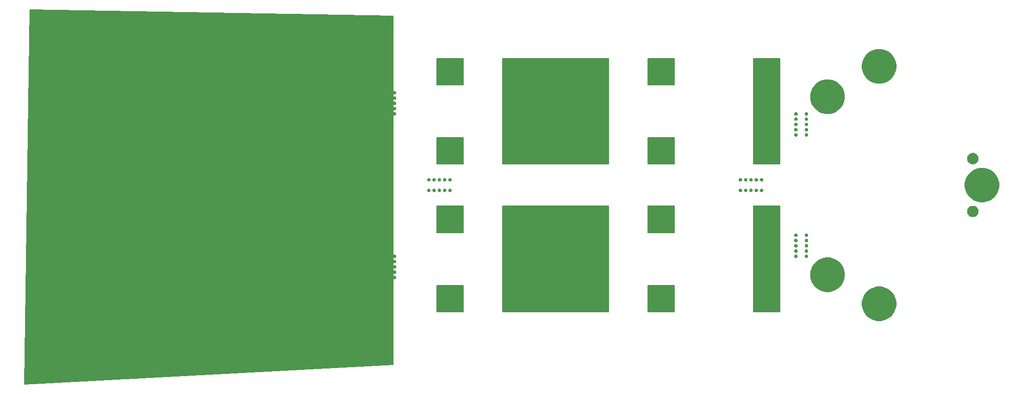
<source format=gbr>
G04 #@! TF.GenerationSoftware,KiCad,Pcbnew,(2018-01-19 revision 673f03e59)-master*
G04 #@! TF.CreationDate,2018-01-28T17:11:35+01:00*
G04 #@! TF.ProjectId,microman-mech,6D6963726F6D616E2D6D6563682E6B69,rev?*
G04 #@! TF.SameCoordinates,Original*
G04 #@! TF.FileFunction,Soldermask,Bot*
G04 #@! TF.FilePolarity,Negative*
%FSLAX46Y46*%
G04 Gerber Fmt 4.6, Leading zero omitted, Abs format (unit mm)*
G04 Created by KiCad (PCBNEW (2018-01-19 revision 673f03e59)-master) date Sun Jan 28 17:11:35 2018*
%MOMM*%
%LPD*%
G01*
G04 APERTURE LIST*
%ADD10C,0.150000*%
%ADD11C,0.100000*%
G04 APERTURE END LIST*
D10*
G36*
X201000000Y-109000000D02*
X201000000Y-129000000D01*
X221000000Y-129000000D01*
X221000000Y-109000000D01*
X201000000Y-109000000D01*
G37*
X201000000Y-109000000D02*
X201000000Y-129000000D01*
X221000000Y-129000000D01*
X221000000Y-109000000D01*
X201000000Y-109000000D01*
G36*
X188500000Y-109000000D02*
X188500000Y-114000000D01*
X193500000Y-114000000D01*
X193500000Y-109000000D01*
X188500000Y-109000000D01*
G37*
X188500000Y-109000000D02*
X188500000Y-114000000D01*
X193500000Y-114000000D01*
X193500000Y-109000000D01*
X188500000Y-109000000D01*
G36*
X228500000Y-124000000D02*
X228500000Y-129000000D01*
X233500000Y-129000000D01*
X233500000Y-124000000D01*
X228500000Y-124000000D01*
G37*
X228500000Y-124000000D02*
X228500000Y-129000000D01*
X233500000Y-129000000D01*
X233500000Y-124000000D01*
X228500000Y-124000000D01*
G36*
X248500000Y-109000000D02*
X253500000Y-109000000D01*
X253500000Y-129000000D01*
X248500000Y-129000000D01*
X248500000Y-109000000D01*
G37*
X248500000Y-109000000D02*
X253500000Y-109000000D01*
X253500000Y-129000000D01*
X248500000Y-129000000D01*
X248500000Y-109000000D01*
G36*
X233500000Y-109000000D02*
X228500000Y-109000000D01*
X228500000Y-114000000D01*
X233500000Y-114000000D01*
X233500000Y-109000000D01*
G37*
X233500000Y-109000000D02*
X228500000Y-109000000D01*
X228500000Y-114000000D01*
X233500000Y-114000000D01*
X233500000Y-109000000D01*
G36*
X193500000Y-124000000D02*
X188500000Y-124000000D01*
X188500000Y-129000000D01*
X193500000Y-129000000D01*
X193500000Y-124000000D01*
G37*
X193500000Y-124000000D02*
X188500000Y-124000000D01*
X188500000Y-129000000D01*
X193500000Y-129000000D01*
X193500000Y-124000000D01*
G36*
X201000000Y-81000000D02*
X201000000Y-101000000D01*
X221000000Y-101000000D01*
X221000000Y-81000000D01*
X201000000Y-81000000D01*
G37*
X201000000Y-81000000D02*
X201000000Y-101000000D01*
X221000000Y-101000000D01*
X221000000Y-81000000D01*
X201000000Y-81000000D01*
G36*
X188500000Y-81000000D02*
X188500000Y-86000000D01*
X193500000Y-86000000D01*
X193500000Y-81000000D01*
X188500000Y-81000000D01*
G37*
X188500000Y-81000000D02*
X188500000Y-86000000D01*
X193500000Y-86000000D01*
X193500000Y-81000000D01*
X188500000Y-81000000D01*
G36*
X228500000Y-96000000D02*
X228500000Y-101000000D01*
X233500000Y-101000000D01*
X233500000Y-96000000D01*
X228500000Y-96000000D01*
G37*
X228500000Y-96000000D02*
X228500000Y-101000000D01*
X233500000Y-101000000D01*
X233500000Y-96000000D01*
X228500000Y-96000000D01*
G36*
X233500000Y-81000000D02*
X228500000Y-81000000D01*
X228500000Y-86000000D01*
X233500000Y-86000000D01*
X233500000Y-81000000D01*
G37*
X233500000Y-81000000D02*
X228500000Y-81000000D01*
X228500000Y-86000000D01*
X233500000Y-86000000D01*
X233500000Y-81000000D01*
G36*
X248500000Y-81000000D02*
X253500000Y-81000000D01*
X253500000Y-101000000D01*
X248500000Y-101000000D01*
X248500000Y-81000000D01*
G37*
X248500000Y-81000000D02*
X253500000Y-81000000D01*
X253500000Y-101000000D01*
X248500000Y-101000000D01*
X248500000Y-81000000D01*
G36*
X180250000Y-73000000D02*
X180250000Y-139000000D01*
X110500000Y-142750000D01*
X111500000Y-71750000D01*
X180250000Y-73000000D01*
G37*
X180250000Y-73000000D02*
X180250000Y-139000000D01*
X110500000Y-142750000D01*
X111500000Y-71750000D01*
X180250000Y-73000000D01*
G36*
X193500000Y-96000000D02*
X188500000Y-96000000D01*
X188500000Y-101000000D01*
X193500000Y-101000000D01*
X193500000Y-96000000D01*
G37*
X193500000Y-96000000D02*
X188500000Y-96000000D01*
X188500000Y-101000000D01*
X193500000Y-101000000D01*
X193500000Y-96000000D01*
D11*
G36*
X164313417Y-133466802D02*
X164313419Y-133466803D01*
X164313420Y-133466803D01*
X164508962Y-133547799D01*
X164684946Y-133665388D01*
X164834612Y-133815054D01*
X164952201Y-133991038D01*
X165033197Y-134186580D01*
X165074490Y-134394174D01*
X165074490Y-134605826D01*
X165033197Y-134813420D01*
X164952201Y-135008962D01*
X164834612Y-135184946D01*
X164684946Y-135334612D01*
X164508962Y-135452201D01*
X164313420Y-135533197D01*
X164313419Y-135533197D01*
X164313417Y-135533198D01*
X164105828Y-135574490D01*
X163894172Y-135574490D01*
X163686583Y-135533198D01*
X163686581Y-135533197D01*
X163686580Y-135533197D01*
X163491038Y-135452201D01*
X163315054Y-135334612D01*
X163165388Y-135184946D01*
X163047799Y-135008962D01*
X162966803Y-134813420D01*
X162925510Y-134605826D01*
X162925510Y-134394174D01*
X162966803Y-134186580D01*
X163047799Y-133991038D01*
X163165388Y-133815054D01*
X163315054Y-133665388D01*
X163491038Y-133547799D01*
X163686580Y-133466803D01*
X163686581Y-133466803D01*
X163686583Y-133466802D01*
X163894172Y-133425510D01*
X164105828Y-133425510D01*
X164313417Y-133466802D01*
X164313417Y-133466802D01*
G37*
G36*
X133313417Y-133466802D02*
X133313419Y-133466803D01*
X133313420Y-133466803D01*
X133508962Y-133547799D01*
X133684946Y-133665388D01*
X133834612Y-133815054D01*
X133952201Y-133991038D01*
X134033197Y-134186580D01*
X134074490Y-134394174D01*
X134074490Y-134605826D01*
X134033197Y-134813420D01*
X133952201Y-135008962D01*
X133834612Y-135184946D01*
X133684946Y-135334612D01*
X133508962Y-135452201D01*
X133313420Y-135533197D01*
X133313419Y-135533197D01*
X133313417Y-135533198D01*
X133105828Y-135574490D01*
X132894172Y-135574490D01*
X132686583Y-135533198D01*
X132686581Y-135533197D01*
X132686580Y-135533197D01*
X132491038Y-135452201D01*
X132315054Y-135334612D01*
X132165388Y-135184946D01*
X132047799Y-135008962D01*
X131966803Y-134813420D01*
X131925510Y-134605826D01*
X131925510Y-134394174D01*
X131966803Y-134186580D01*
X132047799Y-133991038D01*
X132165388Y-133815054D01*
X132315054Y-133665388D01*
X132491038Y-133547799D01*
X132686580Y-133466803D01*
X132686581Y-133466803D01*
X132686583Y-133466802D01*
X132894172Y-133425510D01*
X133105828Y-133425510D01*
X133313417Y-133466802D01*
X133313417Y-133466802D01*
G37*
G36*
X123413922Y-129366297D02*
X123413924Y-129366298D01*
X123413925Y-129366298D01*
X123609467Y-129447294D01*
X123785451Y-129564883D01*
X123935117Y-129714549D01*
X124052706Y-129890533D01*
X124130204Y-130077629D01*
X124133703Y-130086078D01*
X124174995Y-130293667D01*
X124174995Y-130505323D01*
X124146388Y-130649142D01*
X124133702Y-130712915D01*
X124052706Y-130908457D01*
X123935117Y-131084441D01*
X123785451Y-131234107D01*
X123609467Y-131351696D01*
X123413925Y-131432692D01*
X123413924Y-131432692D01*
X123413922Y-131432693D01*
X123206333Y-131473985D01*
X122994677Y-131473985D01*
X122787088Y-131432693D01*
X122787086Y-131432692D01*
X122787085Y-131432692D01*
X122591543Y-131351696D01*
X122415559Y-131234107D01*
X122265893Y-131084441D01*
X122148304Y-130908457D01*
X122067308Y-130712915D01*
X122054623Y-130649142D01*
X122026015Y-130505323D01*
X122026015Y-130293667D01*
X122067307Y-130086078D01*
X122070807Y-130077629D01*
X122148304Y-129890533D01*
X122265893Y-129714549D01*
X122415559Y-129564883D01*
X122591543Y-129447294D01*
X122787085Y-129366298D01*
X122787086Y-129366298D01*
X122787088Y-129366297D01*
X122994677Y-129325005D01*
X123206333Y-129325005D01*
X123413922Y-129366297D01*
X123413922Y-129366297D01*
G37*
G36*
X143212912Y-129366297D02*
X143212914Y-129366298D01*
X143212915Y-129366298D01*
X143408457Y-129447294D01*
X143584441Y-129564883D01*
X143734107Y-129714549D01*
X143851696Y-129890533D01*
X143929194Y-130077629D01*
X143932693Y-130086078D01*
X143973985Y-130293667D01*
X143973985Y-130505323D01*
X143945378Y-130649142D01*
X143932692Y-130712915D01*
X143851696Y-130908457D01*
X143734107Y-131084441D01*
X143584441Y-131234107D01*
X143408457Y-131351696D01*
X143212915Y-131432692D01*
X143212914Y-131432692D01*
X143212912Y-131432693D01*
X143005323Y-131473985D01*
X142793667Y-131473985D01*
X142586078Y-131432693D01*
X142586076Y-131432692D01*
X142586075Y-131432692D01*
X142390533Y-131351696D01*
X142214549Y-131234107D01*
X142064883Y-131084441D01*
X141947294Y-130908457D01*
X141866298Y-130712915D01*
X141853613Y-130649142D01*
X141825005Y-130505323D01*
X141825005Y-130293667D01*
X141866297Y-130086078D01*
X141869797Y-130077629D01*
X141947294Y-129890533D01*
X142064883Y-129714549D01*
X142214549Y-129564883D01*
X142390533Y-129447294D01*
X142586075Y-129366298D01*
X142586076Y-129366298D01*
X142586078Y-129366297D01*
X142793667Y-129325005D01*
X143005323Y-129325005D01*
X143212912Y-129366297D01*
X143212912Y-129366297D01*
G37*
G36*
X154413922Y-129366297D02*
X154413924Y-129366298D01*
X154413925Y-129366298D01*
X154609467Y-129447294D01*
X154785451Y-129564883D01*
X154935117Y-129714549D01*
X155052706Y-129890533D01*
X155130204Y-130077629D01*
X155133703Y-130086078D01*
X155174995Y-130293667D01*
X155174995Y-130505323D01*
X155146388Y-130649142D01*
X155133702Y-130712915D01*
X155052706Y-130908457D01*
X154935117Y-131084441D01*
X154785451Y-131234107D01*
X154609467Y-131351696D01*
X154413925Y-131432692D01*
X154413924Y-131432692D01*
X154413922Y-131432693D01*
X154206333Y-131473985D01*
X153994677Y-131473985D01*
X153787088Y-131432693D01*
X153787086Y-131432692D01*
X153787085Y-131432692D01*
X153591543Y-131351696D01*
X153415559Y-131234107D01*
X153265893Y-131084441D01*
X153148304Y-130908457D01*
X153067308Y-130712915D01*
X153054623Y-130649142D01*
X153026015Y-130505323D01*
X153026015Y-130293667D01*
X153067307Y-130086078D01*
X153070807Y-130077629D01*
X153148304Y-129890533D01*
X153265893Y-129714549D01*
X153415559Y-129564883D01*
X153591543Y-129447294D01*
X153787085Y-129366298D01*
X153787086Y-129366298D01*
X153787088Y-129366297D01*
X153994677Y-129325005D01*
X154206333Y-129325005D01*
X154413922Y-129366297D01*
X154413922Y-129366297D01*
G37*
G36*
X174212912Y-129366297D02*
X174212914Y-129366298D01*
X174212915Y-129366298D01*
X174408457Y-129447294D01*
X174584441Y-129564883D01*
X174734107Y-129714549D01*
X174851696Y-129890533D01*
X174929194Y-130077629D01*
X174932693Y-130086078D01*
X174973985Y-130293667D01*
X174973985Y-130505323D01*
X174945378Y-130649142D01*
X174932692Y-130712915D01*
X174851696Y-130908457D01*
X174734107Y-131084441D01*
X174584441Y-131234107D01*
X174408457Y-131351696D01*
X174212915Y-131432692D01*
X174212914Y-131432692D01*
X174212912Y-131432693D01*
X174005323Y-131473985D01*
X173793667Y-131473985D01*
X173586078Y-131432693D01*
X173586076Y-131432692D01*
X173586075Y-131432692D01*
X173390533Y-131351696D01*
X173214549Y-131234107D01*
X173064883Y-131084441D01*
X172947294Y-130908457D01*
X172866298Y-130712915D01*
X172853613Y-130649142D01*
X172825005Y-130505323D01*
X172825005Y-130293667D01*
X172866297Y-130086078D01*
X172869797Y-130077629D01*
X172947294Y-129890533D01*
X173064883Y-129714549D01*
X173214549Y-129564883D01*
X173390533Y-129447294D01*
X173586075Y-129366298D01*
X173586076Y-129366298D01*
X173586078Y-129366297D01*
X173793667Y-129325005D01*
X174005323Y-129325005D01*
X174212912Y-129366297D01*
X174212912Y-129366297D01*
G37*
G36*
X273205282Y-124350857D02*
X273205284Y-124350858D01*
X273205285Y-124350858D01*
X273801294Y-124597733D01*
X274337689Y-124956140D01*
X274793860Y-125412311D01*
X275127959Y-125912327D01*
X275152267Y-125948706D01*
X275399143Y-126544718D01*
X275525000Y-127177441D01*
X275525000Y-127822559D01*
X275399143Y-128455282D01*
X275399142Y-128455285D01*
X275152267Y-129051294D01*
X274793860Y-129587689D01*
X274337689Y-130043860D01*
X273801294Y-130402267D01*
X273205285Y-130649142D01*
X273205284Y-130649142D01*
X273205282Y-130649143D01*
X272572559Y-130775000D01*
X271927441Y-130775000D01*
X271294718Y-130649143D01*
X271294716Y-130649142D01*
X271294715Y-130649142D01*
X270698706Y-130402267D01*
X270162311Y-130043860D01*
X269706140Y-129587689D01*
X269347733Y-129051294D01*
X269100858Y-128455285D01*
X269100857Y-128455282D01*
X268975000Y-127822559D01*
X268975000Y-127177441D01*
X269100857Y-126544718D01*
X269347733Y-125948706D01*
X269372041Y-125912327D01*
X269706140Y-125412311D01*
X270162311Y-124956140D01*
X270698706Y-124597733D01*
X271294715Y-124350858D01*
X271294716Y-124350858D01*
X271294718Y-124350857D01*
X271927441Y-124225000D01*
X272572559Y-124225000D01*
X273205282Y-124350857D01*
X273205282Y-124350857D01*
G37*
G36*
X213472066Y-110850689D02*
X213472068Y-110850690D01*
X213472069Y-110850690D01*
X215014418Y-111489552D01*
X216402496Y-112417036D01*
X217582964Y-113597504D01*
X218510448Y-114985582D01*
X219124482Y-116467990D01*
X219149311Y-116527934D01*
X219475000Y-118165285D01*
X219475000Y-119834715D01*
X219150122Y-121467990D01*
X219149310Y-121472069D01*
X218510448Y-123014418D01*
X217582964Y-124402496D01*
X216402496Y-125582964D01*
X215014418Y-126510448D01*
X213472069Y-127149310D01*
X213472068Y-127149310D01*
X213472066Y-127149311D01*
X211834715Y-127475000D01*
X210165285Y-127475000D01*
X208527934Y-127149311D01*
X208527932Y-127149310D01*
X208527931Y-127149310D01*
X206985582Y-126510448D01*
X205597504Y-125582964D01*
X204417036Y-124402496D01*
X203489552Y-123014418D01*
X202850690Y-121472069D01*
X202849879Y-121467990D01*
X202525000Y-119834715D01*
X202525000Y-118165285D01*
X202850689Y-116527934D01*
X202875519Y-116467990D01*
X203489552Y-114985582D01*
X204417036Y-113597504D01*
X205597504Y-112417036D01*
X206985582Y-111489552D01*
X208527931Y-110850690D01*
X208527932Y-110850690D01*
X208527934Y-110850689D01*
X210165285Y-110525000D01*
X211834715Y-110525000D01*
X213472066Y-110850689D01*
X213472066Y-110850689D01*
G37*
G36*
X263455282Y-118850857D02*
X263455284Y-118850858D01*
X263455285Y-118850858D01*
X264051294Y-119097733D01*
X264587689Y-119456140D01*
X265043860Y-119912311D01*
X265402267Y-120448706D01*
X265647720Y-121041281D01*
X265649143Y-121044718D01*
X265775000Y-121677441D01*
X265775000Y-122322559D01*
X265649143Y-122955282D01*
X265649142Y-122955285D01*
X265402267Y-123551294D01*
X265043860Y-124087689D01*
X264587689Y-124543860D01*
X264051294Y-124902267D01*
X263455285Y-125149142D01*
X263455284Y-125149142D01*
X263455282Y-125149143D01*
X262822559Y-125275000D01*
X262177441Y-125275000D01*
X261544718Y-125149143D01*
X261544716Y-125149142D01*
X261544715Y-125149142D01*
X260948706Y-124902267D01*
X260412311Y-124543860D01*
X259956140Y-124087689D01*
X259597733Y-123551294D01*
X259350858Y-122955285D01*
X259350857Y-122955282D01*
X259225000Y-122322559D01*
X259225000Y-121677441D01*
X259350857Y-121044718D01*
X259352281Y-121041281D01*
X259597733Y-120448706D01*
X259956140Y-119912311D01*
X260412311Y-119456140D01*
X260948706Y-119097733D01*
X261544715Y-118850858D01*
X261544716Y-118850858D01*
X261544718Y-118850857D01*
X262177441Y-118725000D01*
X262822559Y-118725000D01*
X263455282Y-118850857D01*
X263455282Y-118850857D01*
G37*
G36*
X164955282Y-117600857D02*
X164955284Y-117600858D01*
X164955285Y-117600858D01*
X165551294Y-117847733D01*
X166087689Y-118206140D01*
X166543860Y-118662311D01*
X166902267Y-119198706D01*
X167146366Y-119788012D01*
X167149143Y-119794718D01*
X167275000Y-120427441D01*
X167275000Y-121072559D01*
X167154681Y-121677441D01*
X167149142Y-121705285D01*
X166902267Y-122301294D01*
X166543860Y-122837689D01*
X166087689Y-123293860D01*
X165551294Y-123652267D01*
X164955285Y-123899142D01*
X164955284Y-123899142D01*
X164955282Y-123899143D01*
X164322559Y-124025000D01*
X163677441Y-124025000D01*
X163044718Y-123899143D01*
X163044716Y-123899142D01*
X163044715Y-123899142D01*
X162448706Y-123652267D01*
X161912311Y-123293860D01*
X161456140Y-122837689D01*
X161097733Y-122301294D01*
X160850858Y-121705285D01*
X160845319Y-121677441D01*
X160725000Y-121072559D01*
X160725000Y-120427441D01*
X160850857Y-119794718D01*
X160853635Y-119788012D01*
X161097733Y-119198706D01*
X161456140Y-118662311D01*
X161912311Y-118206140D01*
X162448706Y-117847733D01*
X163044715Y-117600858D01*
X163044716Y-117600858D01*
X163044718Y-117600857D01*
X163677441Y-117475000D01*
X164322559Y-117475000D01*
X164955282Y-117600857D01*
X164955282Y-117600857D01*
G37*
G36*
X133955282Y-117350857D02*
X133955284Y-117350858D01*
X133955285Y-117350858D01*
X134551294Y-117597733D01*
X135087689Y-117956140D01*
X135543860Y-118412311D01*
X135902267Y-118948706D01*
X136132619Y-119504824D01*
X136149143Y-119544718D01*
X136275000Y-120177441D01*
X136275000Y-120822559D01*
X136149143Y-121455282D01*
X136149142Y-121455285D01*
X135902267Y-122051294D01*
X135543860Y-122587689D01*
X135087689Y-123043860D01*
X134551294Y-123402267D01*
X133955285Y-123649142D01*
X133955284Y-123649142D01*
X133955282Y-123649143D01*
X133322559Y-123775000D01*
X132677441Y-123775000D01*
X132044718Y-123649143D01*
X132044716Y-123649142D01*
X132044715Y-123649142D01*
X131448706Y-123402267D01*
X130912311Y-123043860D01*
X130456140Y-122587689D01*
X130097733Y-122051294D01*
X129850858Y-121455285D01*
X129850857Y-121455282D01*
X129725000Y-120822559D01*
X129725000Y-120177441D01*
X129850857Y-119544718D01*
X129867382Y-119504824D01*
X130097733Y-118948706D01*
X130456140Y-118412311D01*
X130912311Y-117956140D01*
X131448706Y-117597733D01*
X132044715Y-117350858D01*
X132044716Y-117350858D01*
X132044718Y-117350857D01*
X132677441Y-117225000D01*
X133322559Y-117225000D01*
X133955282Y-117350857D01*
X133955282Y-117350857D01*
G37*
G36*
X149563405Y-122181245D02*
X149594799Y-122187489D01*
X149653945Y-122211988D01*
X149707176Y-122247556D01*
X149752444Y-122292824D01*
X149788012Y-122346055D01*
X149812511Y-122405201D01*
X149825000Y-122467990D01*
X149825000Y-122532010D01*
X149812511Y-122594799D01*
X149788012Y-122653945D01*
X149752444Y-122707176D01*
X149707176Y-122752444D01*
X149653945Y-122788012D01*
X149594799Y-122812511D01*
X149563404Y-122818756D01*
X149532011Y-122825000D01*
X149467989Y-122825000D01*
X149436596Y-122818756D01*
X149405201Y-122812511D01*
X149346055Y-122788012D01*
X149292824Y-122752444D01*
X149247556Y-122707176D01*
X149211988Y-122653945D01*
X149187489Y-122594799D01*
X149175000Y-122532010D01*
X149175000Y-122467990D01*
X149187489Y-122405201D01*
X149211988Y-122346055D01*
X149247556Y-122292824D01*
X149292824Y-122247556D01*
X149346055Y-122211988D01*
X149405201Y-122187489D01*
X149436595Y-122181245D01*
X149467989Y-122175000D01*
X149532011Y-122175000D01*
X149563405Y-122181245D01*
X149563405Y-122181245D01*
G37*
G36*
X180563405Y-122181245D02*
X180594799Y-122187489D01*
X180653945Y-122211988D01*
X180707176Y-122247556D01*
X180752444Y-122292824D01*
X180788012Y-122346055D01*
X180812511Y-122405201D01*
X180825000Y-122467990D01*
X180825000Y-122532010D01*
X180812511Y-122594799D01*
X180788012Y-122653945D01*
X180752444Y-122707176D01*
X180707176Y-122752444D01*
X180653945Y-122788012D01*
X180594799Y-122812511D01*
X180563404Y-122818756D01*
X180532011Y-122825000D01*
X180467989Y-122825000D01*
X180436596Y-122818756D01*
X180405201Y-122812511D01*
X180346055Y-122788012D01*
X180292824Y-122752444D01*
X180247556Y-122707176D01*
X180211988Y-122653945D01*
X180187489Y-122594799D01*
X180175000Y-122532010D01*
X180175000Y-122467990D01*
X180187489Y-122405201D01*
X180211988Y-122346055D01*
X180247556Y-122292824D01*
X180292824Y-122247556D01*
X180346055Y-122211988D01*
X180405201Y-122187489D01*
X180436595Y-122181245D01*
X180467989Y-122175000D01*
X180532011Y-122175000D01*
X180563405Y-122181245D01*
X180563405Y-122181245D01*
G37*
G36*
X178563405Y-122181245D02*
X178594799Y-122187489D01*
X178653945Y-122211988D01*
X178707176Y-122247556D01*
X178752444Y-122292824D01*
X178788012Y-122346055D01*
X178812511Y-122405201D01*
X178825000Y-122467990D01*
X178825000Y-122532010D01*
X178812511Y-122594799D01*
X178788012Y-122653945D01*
X178752444Y-122707176D01*
X178707176Y-122752444D01*
X178653945Y-122788012D01*
X178594799Y-122812511D01*
X178563404Y-122818756D01*
X178532011Y-122825000D01*
X178467989Y-122825000D01*
X178436596Y-122818756D01*
X178405201Y-122812511D01*
X178346055Y-122788012D01*
X178292824Y-122752444D01*
X178247556Y-122707176D01*
X178211988Y-122653945D01*
X178187489Y-122594799D01*
X178175000Y-122532010D01*
X178175000Y-122467990D01*
X178187489Y-122405201D01*
X178211988Y-122346055D01*
X178247556Y-122292824D01*
X178292824Y-122247556D01*
X178346055Y-122211988D01*
X178405201Y-122187489D01*
X178436595Y-122181245D01*
X178467989Y-122175000D01*
X178532011Y-122175000D01*
X178563405Y-122181245D01*
X178563405Y-122181245D01*
G37*
G36*
X147563405Y-122181245D02*
X147594799Y-122187489D01*
X147653945Y-122211988D01*
X147707176Y-122247556D01*
X147752444Y-122292824D01*
X147788012Y-122346055D01*
X147812511Y-122405201D01*
X147825000Y-122467990D01*
X147825000Y-122532010D01*
X147812511Y-122594799D01*
X147788012Y-122653945D01*
X147752444Y-122707176D01*
X147707176Y-122752444D01*
X147653945Y-122788012D01*
X147594799Y-122812511D01*
X147563404Y-122818756D01*
X147532011Y-122825000D01*
X147467989Y-122825000D01*
X147436596Y-122818756D01*
X147405201Y-122812511D01*
X147346055Y-122788012D01*
X147292824Y-122752444D01*
X147247556Y-122707176D01*
X147211988Y-122653945D01*
X147187489Y-122594799D01*
X147175000Y-122532010D01*
X147175000Y-122467990D01*
X147187489Y-122405201D01*
X147211988Y-122346055D01*
X147247556Y-122292824D01*
X147292824Y-122247556D01*
X147346055Y-122211988D01*
X147405201Y-122187489D01*
X147436595Y-122181245D01*
X147467989Y-122175000D01*
X147532011Y-122175000D01*
X147563405Y-122181245D01*
X147563405Y-122181245D01*
G37*
G36*
X180563404Y-121181244D02*
X180594799Y-121187489D01*
X180653945Y-121211988D01*
X180707176Y-121247556D01*
X180752444Y-121292824D01*
X180788012Y-121346055D01*
X180812511Y-121405201D01*
X180825000Y-121467990D01*
X180825000Y-121532010D01*
X180812511Y-121594799D01*
X180788012Y-121653945D01*
X180752444Y-121707176D01*
X180707176Y-121752444D01*
X180653945Y-121788012D01*
X180594799Y-121812511D01*
X180563404Y-121818756D01*
X180532011Y-121825000D01*
X180467989Y-121825000D01*
X180436596Y-121818756D01*
X180405201Y-121812511D01*
X180346055Y-121788012D01*
X180292824Y-121752444D01*
X180247556Y-121707176D01*
X180211988Y-121653945D01*
X180187489Y-121594799D01*
X180175000Y-121532010D01*
X180175000Y-121467990D01*
X180187489Y-121405201D01*
X180211988Y-121346055D01*
X180247556Y-121292824D01*
X180292824Y-121247556D01*
X180346055Y-121211988D01*
X180405201Y-121187489D01*
X180436596Y-121181244D01*
X180467989Y-121175000D01*
X180532011Y-121175000D01*
X180563404Y-121181244D01*
X180563404Y-121181244D01*
G37*
G36*
X147563404Y-121181244D02*
X147594799Y-121187489D01*
X147653945Y-121211988D01*
X147707176Y-121247556D01*
X147752444Y-121292824D01*
X147788012Y-121346055D01*
X147812511Y-121405201D01*
X147825000Y-121467990D01*
X147825000Y-121532010D01*
X147812511Y-121594799D01*
X147788012Y-121653945D01*
X147752444Y-121707176D01*
X147707176Y-121752444D01*
X147653945Y-121788012D01*
X147594799Y-121812511D01*
X147563404Y-121818756D01*
X147532011Y-121825000D01*
X147467989Y-121825000D01*
X147436596Y-121818756D01*
X147405201Y-121812511D01*
X147346055Y-121788012D01*
X147292824Y-121752444D01*
X147247556Y-121707176D01*
X147211988Y-121653945D01*
X147187489Y-121594799D01*
X147175000Y-121532010D01*
X147175000Y-121467990D01*
X147187489Y-121405201D01*
X147211988Y-121346055D01*
X147247556Y-121292824D01*
X147292824Y-121247556D01*
X147346055Y-121211988D01*
X147405201Y-121187489D01*
X147436596Y-121181244D01*
X147467989Y-121175000D01*
X147532011Y-121175000D01*
X147563404Y-121181244D01*
X147563404Y-121181244D01*
G37*
G36*
X149563404Y-121181244D02*
X149594799Y-121187489D01*
X149653945Y-121211988D01*
X149707176Y-121247556D01*
X149752444Y-121292824D01*
X149788012Y-121346055D01*
X149812511Y-121405201D01*
X149825000Y-121467990D01*
X149825000Y-121532010D01*
X149812511Y-121594799D01*
X149788012Y-121653945D01*
X149752444Y-121707176D01*
X149707176Y-121752444D01*
X149653945Y-121788012D01*
X149594799Y-121812511D01*
X149563404Y-121818756D01*
X149532011Y-121825000D01*
X149467989Y-121825000D01*
X149436596Y-121818756D01*
X149405201Y-121812511D01*
X149346055Y-121788012D01*
X149292824Y-121752444D01*
X149247556Y-121707176D01*
X149211988Y-121653945D01*
X149187489Y-121594799D01*
X149175000Y-121532010D01*
X149175000Y-121467990D01*
X149187489Y-121405201D01*
X149211988Y-121346055D01*
X149247556Y-121292824D01*
X149292824Y-121247556D01*
X149346055Y-121211988D01*
X149405201Y-121187489D01*
X149436596Y-121181244D01*
X149467989Y-121175000D01*
X149532011Y-121175000D01*
X149563404Y-121181244D01*
X149563404Y-121181244D01*
G37*
G36*
X178563404Y-121181244D02*
X178594799Y-121187489D01*
X178653945Y-121211988D01*
X178707176Y-121247556D01*
X178752444Y-121292824D01*
X178788012Y-121346055D01*
X178812511Y-121405201D01*
X178825000Y-121467990D01*
X178825000Y-121532010D01*
X178812511Y-121594799D01*
X178788012Y-121653945D01*
X178752444Y-121707176D01*
X178707176Y-121752444D01*
X178653945Y-121788012D01*
X178594799Y-121812511D01*
X178563404Y-121818756D01*
X178532011Y-121825000D01*
X178467989Y-121825000D01*
X178436596Y-121818756D01*
X178405201Y-121812511D01*
X178346055Y-121788012D01*
X178292824Y-121752444D01*
X178247556Y-121707176D01*
X178211988Y-121653945D01*
X178187489Y-121594799D01*
X178175000Y-121532010D01*
X178175000Y-121467990D01*
X178187489Y-121405201D01*
X178211988Y-121346055D01*
X178247556Y-121292824D01*
X178292824Y-121247556D01*
X178346055Y-121211988D01*
X178405201Y-121187489D01*
X178436596Y-121181244D01*
X178467989Y-121175000D01*
X178532011Y-121175000D01*
X178563404Y-121181244D01*
X178563404Y-121181244D01*
G37*
G36*
X177313417Y-119466802D02*
X177313419Y-119466803D01*
X177313420Y-119466803D01*
X177508962Y-119547799D01*
X177684946Y-119665388D01*
X177834612Y-119815054D01*
X177952201Y-119991038D01*
X178033199Y-120186585D01*
X178051559Y-120278886D01*
X178057249Y-120297646D01*
X178066490Y-120314934D01*
X178078927Y-120330088D01*
X178094080Y-120342524D01*
X178111369Y-120351765D01*
X178130128Y-120357456D01*
X178149637Y-120359377D01*
X178169146Y-120357455D01*
X178187906Y-120351765D01*
X178205194Y-120342524D01*
X178220348Y-120330087D01*
X178232775Y-120314945D01*
X178247556Y-120292824D01*
X178292824Y-120247556D01*
X178346055Y-120211988D01*
X178405201Y-120187489D01*
X178436595Y-120181245D01*
X178467989Y-120175000D01*
X178532011Y-120175000D01*
X178563405Y-120181245D01*
X178594799Y-120187489D01*
X178653945Y-120211988D01*
X178707176Y-120247556D01*
X178752444Y-120292824D01*
X178788012Y-120346055D01*
X178812511Y-120405201D01*
X178825000Y-120467990D01*
X178825000Y-120532010D01*
X178812511Y-120594799D01*
X178788012Y-120653945D01*
X178752444Y-120707176D01*
X178707176Y-120752444D01*
X178653945Y-120788012D01*
X178594799Y-120812511D01*
X178563405Y-120818755D01*
X178532011Y-120825000D01*
X178467989Y-120825000D01*
X178436595Y-120818755D01*
X178405201Y-120812511D01*
X178346055Y-120788012D01*
X178292824Y-120752444D01*
X178247556Y-120707176D01*
X178232775Y-120685055D01*
X178220348Y-120669913D01*
X178205195Y-120657477D01*
X178187906Y-120648235D01*
X178169147Y-120642545D01*
X178149638Y-120640623D01*
X178130129Y-120642544D01*
X178111370Y-120648235D01*
X178094081Y-120657475D01*
X178078927Y-120669912D01*
X178066491Y-120685065D01*
X178057249Y-120702354D01*
X178051559Y-120721114D01*
X178033199Y-120813415D01*
X177952201Y-121008962D01*
X177834612Y-121184946D01*
X177684946Y-121334612D01*
X177508962Y-121452201D01*
X177313420Y-121533197D01*
X177313419Y-121533197D01*
X177313417Y-121533198D01*
X177105828Y-121574490D01*
X176894172Y-121574490D01*
X176686583Y-121533198D01*
X176686581Y-121533197D01*
X176686580Y-121533197D01*
X176491038Y-121452201D01*
X176315054Y-121334612D01*
X176165388Y-121184946D01*
X176047799Y-121008962D01*
X175966803Y-120813420D01*
X175961749Y-120788011D01*
X175925510Y-120605828D01*
X175925510Y-120394172D01*
X175966802Y-120186583D01*
X175970589Y-120177441D01*
X176047799Y-119991038D01*
X176165388Y-119815054D01*
X176315054Y-119665388D01*
X176491038Y-119547799D01*
X176686580Y-119466803D01*
X176686581Y-119466803D01*
X176686583Y-119466802D01*
X176894172Y-119425510D01*
X177105828Y-119425510D01*
X177313417Y-119466802D01*
X177313417Y-119466802D01*
G37*
G36*
X146313417Y-119466802D02*
X146313419Y-119466803D01*
X146313420Y-119466803D01*
X146508962Y-119547799D01*
X146684946Y-119665388D01*
X146834612Y-119815054D01*
X146952201Y-119991038D01*
X147033199Y-120186585D01*
X147051559Y-120278886D01*
X147057249Y-120297646D01*
X147066490Y-120314934D01*
X147078927Y-120330088D01*
X147094080Y-120342524D01*
X147111369Y-120351765D01*
X147130128Y-120357456D01*
X147149637Y-120359377D01*
X147169146Y-120357455D01*
X147187906Y-120351765D01*
X147205194Y-120342524D01*
X147220348Y-120330087D01*
X147232775Y-120314945D01*
X147247556Y-120292824D01*
X147292824Y-120247556D01*
X147346055Y-120211988D01*
X147405201Y-120187489D01*
X147436595Y-120181245D01*
X147467989Y-120175000D01*
X147532011Y-120175000D01*
X147563405Y-120181245D01*
X147594799Y-120187489D01*
X147653945Y-120211988D01*
X147707176Y-120247556D01*
X147752444Y-120292824D01*
X147788012Y-120346055D01*
X147812511Y-120405201D01*
X147825000Y-120467990D01*
X147825000Y-120532010D01*
X147812511Y-120594799D01*
X147788012Y-120653945D01*
X147752444Y-120707176D01*
X147707176Y-120752444D01*
X147653945Y-120788012D01*
X147594799Y-120812511D01*
X147563405Y-120818755D01*
X147532011Y-120825000D01*
X147467989Y-120825000D01*
X147436595Y-120818755D01*
X147405201Y-120812511D01*
X147346055Y-120788012D01*
X147292824Y-120752444D01*
X147247556Y-120707176D01*
X147232775Y-120685055D01*
X147220348Y-120669913D01*
X147205195Y-120657477D01*
X147187906Y-120648235D01*
X147169147Y-120642545D01*
X147149638Y-120640623D01*
X147130129Y-120642544D01*
X147111370Y-120648235D01*
X147094081Y-120657475D01*
X147078927Y-120669912D01*
X147066491Y-120685065D01*
X147057249Y-120702354D01*
X147051559Y-120721114D01*
X147033199Y-120813415D01*
X146952201Y-121008962D01*
X146834612Y-121184946D01*
X146684946Y-121334612D01*
X146508962Y-121452201D01*
X146313420Y-121533197D01*
X146313419Y-121533197D01*
X146313417Y-121533198D01*
X146105828Y-121574490D01*
X145894172Y-121574490D01*
X145686583Y-121533198D01*
X145686581Y-121533197D01*
X145686580Y-121533197D01*
X145491038Y-121452201D01*
X145315054Y-121334612D01*
X145165388Y-121184946D01*
X145047799Y-121008962D01*
X144966803Y-120813420D01*
X144961749Y-120788011D01*
X144925510Y-120605828D01*
X144925510Y-120394172D01*
X144966802Y-120186583D01*
X144970589Y-120177441D01*
X145047799Y-119991038D01*
X145165388Y-119815054D01*
X145315054Y-119665388D01*
X145491038Y-119547799D01*
X145686580Y-119466803D01*
X145686581Y-119466803D01*
X145686583Y-119466802D01*
X145894172Y-119425510D01*
X146105828Y-119425510D01*
X146313417Y-119466802D01*
X146313417Y-119466802D01*
G37*
G36*
X119313417Y-119466802D02*
X119313419Y-119466803D01*
X119313420Y-119466803D01*
X119508962Y-119547799D01*
X119684946Y-119665388D01*
X119834612Y-119815054D01*
X119952201Y-119991038D01*
X120029412Y-120177441D01*
X120033198Y-120186583D01*
X120074490Y-120394172D01*
X120074490Y-120605828D01*
X120038252Y-120788011D01*
X120033197Y-120813420D01*
X119952201Y-121008962D01*
X119834612Y-121184946D01*
X119684946Y-121334612D01*
X119508962Y-121452201D01*
X119313420Y-121533197D01*
X119313419Y-121533197D01*
X119313417Y-121533198D01*
X119105828Y-121574490D01*
X118894172Y-121574490D01*
X118686583Y-121533198D01*
X118686581Y-121533197D01*
X118686580Y-121533197D01*
X118491038Y-121452201D01*
X118315054Y-121334612D01*
X118165388Y-121184946D01*
X118047799Y-121008962D01*
X117966803Y-120813420D01*
X117961749Y-120788011D01*
X117925510Y-120605828D01*
X117925510Y-120394172D01*
X117966802Y-120186583D01*
X117970589Y-120177441D01*
X118047799Y-119991038D01*
X118165388Y-119815054D01*
X118315054Y-119665388D01*
X118491038Y-119547799D01*
X118686580Y-119466803D01*
X118686581Y-119466803D01*
X118686583Y-119466802D01*
X118894172Y-119425510D01*
X119105828Y-119425510D01*
X119313417Y-119466802D01*
X119313417Y-119466802D01*
G37*
G36*
X151313417Y-119466802D02*
X151313419Y-119466803D01*
X151313420Y-119466803D01*
X151508962Y-119547799D01*
X151684946Y-119665388D01*
X151834612Y-119815054D01*
X151952201Y-119991038D01*
X152029412Y-120177441D01*
X152033198Y-120186583D01*
X152074490Y-120394172D01*
X152074490Y-120605828D01*
X152038252Y-120788011D01*
X152033197Y-120813420D01*
X151952201Y-121008962D01*
X151834612Y-121184946D01*
X151684946Y-121334612D01*
X151508962Y-121452201D01*
X151313420Y-121533197D01*
X151313419Y-121533197D01*
X151313417Y-121533198D01*
X151105828Y-121574490D01*
X150894172Y-121574490D01*
X150686583Y-121533198D01*
X150686581Y-121533197D01*
X150686580Y-121533197D01*
X150491038Y-121452201D01*
X150315054Y-121334612D01*
X150165388Y-121184946D01*
X150047799Y-121008962D01*
X149966801Y-120813415D01*
X149948441Y-120721114D01*
X149942751Y-120702354D01*
X149933510Y-120685066D01*
X149921073Y-120669912D01*
X149905920Y-120657476D01*
X149888631Y-120648235D01*
X149869872Y-120642544D01*
X149850363Y-120640623D01*
X149830854Y-120642545D01*
X149812094Y-120648235D01*
X149794806Y-120657476D01*
X149779652Y-120669913D01*
X149767225Y-120685055D01*
X149752444Y-120707176D01*
X149707176Y-120752444D01*
X149653945Y-120788012D01*
X149594799Y-120812511D01*
X149563405Y-120818755D01*
X149532011Y-120825000D01*
X149467989Y-120825000D01*
X149436595Y-120818755D01*
X149405201Y-120812511D01*
X149346055Y-120788012D01*
X149292824Y-120752444D01*
X149247556Y-120707176D01*
X149211988Y-120653945D01*
X149187489Y-120594799D01*
X149175000Y-120532010D01*
X149175000Y-120467990D01*
X149187489Y-120405201D01*
X149211988Y-120346055D01*
X149247556Y-120292824D01*
X149292824Y-120247556D01*
X149346055Y-120211988D01*
X149405201Y-120187489D01*
X149436595Y-120181245D01*
X149467989Y-120175000D01*
X149532011Y-120175000D01*
X149563405Y-120181245D01*
X149594799Y-120187489D01*
X149653945Y-120211988D01*
X149707176Y-120247556D01*
X149752444Y-120292824D01*
X149767225Y-120314945D01*
X149779652Y-120330087D01*
X149794805Y-120342523D01*
X149812094Y-120351765D01*
X149830853Y-120357455D01*
X149850362Y-120359377D01*
X149869871Y-120357456D01*
X149888630Y-120351765D01*
X149905919Y-120342525D01*
X149921073Y-120330088D01*
X149933509Y-120314935D01*
X149942751Y-120297646D01*
X149948441Y-120278886D01*
X149966801Y-120186585D01*
X150047799Y-119991038D01*
X150165388Y-119815054D01*
X150315054Y-119665388D01*
X150491038Y-119547799D01*
X150686580Y-119466803D01*
X150686581Y-119466803D01*
X150686583Y-119466802D01*
X150894172Y-119425510D01*
X151105828Y-119425510D01*
X151313417Y-119466802D01*
X151313417Y-119466802D01*
G37*
G36*
X180563405Y-120181245D02*
X180594799Y-120187489D01*
X180653945Y-120211988D01*
X180707176Y-120247556D01*
X180752444Y-120292824D01*
X180788012Y-120346055D01*
X180812511Y-120405201D01*
X180825000Y-120467990D01*
X180825000Y-120532010D01*
X180812511Y-120594799D01*
X180788012Y-120653945D01*
X180752444Y-120707176D01*
X180707176Y-120752444D01*
X180653945Y-120788012D01*
X180594799Y-120812511D01*
X180563405Y-120818755D01*
X180532011Y-120825000D01*
X180467989Y-120825000D01*
X180436595Y-120818755D01*
X180405201Y-120812511D01*
X180346055Y-120788012D01*
X180292824Y-120752444D01*
X180247556Y-120707176D01*
X180211988Y-120653945D01*
X180187489Y-120594799D01*
X180175000Y-120532010D01*
X180175000Y-120467990D01*
X180187489Y-120405201D01*
X180211988Y-120346055D01*
X180247556Y-120292824D01*
X180292824Y-120247556D01*
X180346055Y-120211988D01*
X180405201Y-120187489D01*
X180436595Y-120181245D01*
X180467989Y-120175000D01*
X180532011Y-120175000D01*
X180563405Y-120181245D01*
X180563405Y-120181245D01*
G37*
G36*
X178563405Y-119181245D02*
X178594799Y-119187489D01*
X178653945Y-119211988D01*
X178707176Y-119247556D01*
X178752444Y-119292824D01*
X178788012Y-119346055D01*
X178812511Y-119405201D01*
X178817035Y-119427944D01*
X178822644Y-119456142D01*
X178825000Y-119467990D01*
X178825000Y-119532010D01*
X178812511Y-119594799D01*
X178788012Y-119653945D01*
X178752444Y-119707176D01*
X178707176Y-119752444D01*
X178653945Y-119788012D01*
X178594799Y-119812511D01*
X178563405Y-119818755D01*
X178532011Y-119825000D01*
X178467989Y-119825000D01*
X178436595Y-119818755D01*
X178405201Y-119812511D01*
X178346055Y-119788012D01*
X178292824Y-119752444D01*
X178247556Y-119707176D01*
X178211988Y-119653945D01*
X178187489Y-119594799D01*
X178175000Y-119532010D01*
X178175000Y-119467990D01*
X178177357Y-119456142D01*
X178182965Y-119427944D01*
X178187489Y-119405201D01*
X178211988Y-119346055D01*
X178247556Y-119292824D01*
X178292824Y-119247556D01*
X178346055Y-119211988D01*
X178405201Y-119187489D01*
X178436595Y-119181245D01*
X178467989Y-119175000D01*
X178532011Y-119175000D01*
X178563405Y-119181245D01*
X178563405Y-119181245D01*
G37*
G36*
X149563405Y-119181245D02*
X149594799Y-119187489D01*
X149653945Y-119211988D01*
X149707176Y-119247556D01*
X149752444Y-119292824D01*
X149788012Y-119346055D01*
X149812511Y-119405201D01*
X149817035Y-119427944D01*
X149822644Y-119456142D01*
X149825000Y-119467990D01*
X149825000Y-119532010D01*
X149812511Y-119594799D01*
X149788012Y-119653945D01*
X149752444Y-119707176D01*
X149707176Y-119752444D01*
X149653945Y-119788012D01*
X149594799Y-119812511D01*
X149563405Y-119818755D01*
X149532011Y-119825000D01*
X149467989Y-119825000D01*
X149436595Y-119818755D01*
X149405201Y-119812511D01*
X149346055Y-119788012D01*
X149292824Y-119752444D01*
X149247556Y-119707176D01*
X149211988Y-119653945D01*
X149187489Y-119594799D01*
X149175000Y-119532010D01*
X149175000Y-119467990D01*
X149177357Y-119456142D01*
X149182965Y-119427944D01*
X149187489Y-119405201D01*
X149211988Y-119346055D01*
X149247556Y-119292824D01*
X149292824Y-119247556D01*
X149346055Y-119211988D01*
X149405201Y-119187489D01*
X149436595Y-119181245D01*
X149467989Y-119175000D01*
X149532011Y-119175000D01*
X149563405Y-119181245D01*
X149563405Y-119181245D01*
G37*
G36*
X147563405Y-119181245D02*
X147594799Y-119187489D01*
X147653945Y-119211988D01*
X147707176Y-119247556D01*
X147752444Y-119292824D01*
X147788012Y-119346055D01*
X147812511Y-119405201D01*
X147817035Y-119427944D01*
X147822644Y-119456142D01*
X147825000Y-119467990D01*
X147825000Y-119532010D01*
X147812511Y-119594799D01*
X147788012Y-119653945D01*
X147752444Y-119707176D01*
X147707176Y-119752444D01*
X147653945Y-119788012D01*
X147594799Y-119812511D01*
X147563405Y-119818755D01*
X147532011Y-119825000D01*
X147467989Y-119825000D01*
X147436595Y-119818755D01*
X147405201Y-119812511D01*
X147346055Y-119788012D01*
X147292824Y-119752444D01*
X147247556Y-119707176D01*
X147211988Y-119653945D01*
X147187489Y-119594799D01*
X147175000Y-119532010D01*
X147175000Y-119467990D01*
X147177357Y-119456142D01*
X147182965Y-119427944D01*
X147187489Y-119405201D01*
X147211988Y-119346055D01*
X147247556Y-119292824D01*
X147292824Y-119247556D01*
X147346055Y-119211988D01*
X147405201Y-119187489D01*
X147436595Y-119181245D01*
X147467989Y-119175000D01*
X147532011Y-119175000D01*
X147563405Y-119181245D01*
X147563405Y-119181245D01*
G37*
G36*
X180563405Y-119181245D02*
X180594799Y-119187489D01*
X180653945Y-119211988D01*
X180707176Y-119247556D01*
X180752444Y-119292824D01*
X180788012Y-119346055D01*
X180812511Y-119405201D01*
X180817035Y-119427944D01*
X180822644Y-119456142D01*
X180825000Y-119467990D01*
X180825000Y-119532010D01*
X180812511Y-119594799D01*
X180788012Y-119653945D01*
X180752444Y-119707176D01*
X180707176Y-119752444D01*
X180653945Y-119788012D01*
X180594799Y-119812511D01*
X180563405Y-119818755D01*
X180532011Y-119825000D01*
X180467989Y-119825000D01*
X180436595Y-119818755D01*
X180405201Y-119812511D01*
X180346055Y-119788012D01*
X180292824Y-119752444D01*
X180247556Y-119707176D01*
X180211988Y-119653945D01*
X180187489Y-119594799D01*
X180175000Y-119532010D01*
X180175000Y-119467990D01*
X180177357Y-119456142D01*
X180182965Y-119427944D01*
X180187489Y-119405201D01*
X180211988Y-119346055D01*
X180247556Y-119292824D01*
X180292824Y-119247556D01*
X180346055Y-119211988D01*
X180405201Y-119187489D01*
X180436595Y-119181245D01*
X180467989Y-119175000D01*
X180532011Y-119175000D01*
X180563405Y-119181245D01*
X180563405Y-119181245D01*
G37*
G36*
X149563405Y-118181245D02*
X149594799Y-118187489D01*
X149653945Y-118211988D01*
X149707176Y-118247556D01*
X149752444Y-118292824D01*
X149788012Y-118346055D01*
X149812511Y-118405201D01*
X149825000Y-118467990D01*
X149825000Y-118532010D01*
X149812511Y-118594799D01*
X149788012Y-118653945D01*
X149752444Y-118707176D01*
X149707176Y-118752444D01*
X149653945Y-118788012D01*
X149594799Y-118812511D01*
X149563405Y-118818755D01*
X149532011Y-118825000D01*
X149467989Y-118825000D01*
X149436595Y-118818755D01*
X149405201Y-118812511D01*
X149346055Y-118788012D01*
X149292824Y-118752444D01*
X149247556Y-118707176D01*
X149211988Y-118653945D01*
X149187489Y-118594799D01*
X149175000Y-118532010D01*
X149175000Y-118467990D01*
X149187489Y-118405201D01*
X149211988Y-118346055D01*
X149247556Y-118292824D01*
X149292824Y-118247556D01*
X149346055Y-118211988D01*
X149405201Y-118187489D01*
X149436595Y-118181245D01*
X149467989Y-118175000D01*
X149532011Y-118175000D01*
X149563405Y-118181245D01*
X149563405Y-118181245D01*
G37*
G36*
X147563405Y-118181245D02*
X147594799Y-118187489D01*
X147653945Y-118211988D01*
X147707176Y-118247556D01*
X147752444Y-118292824D01*
X147788012Y-118346055D01*
X147812511Y-118405201D01*
X147825000Y-118467990D01*
X147825000Y-118532010D01*
X147812511Y-118594799D01*
X147788012Y-118653945D01*
X147752444Y-118707176D01*
X147707176Y-118752444D01*
X147653945Y-118788012D01*
X147594799Y-118812511D01*
X147563405Y-118818755D01*
X147532011Y-118825000D01*
X147467989Y-118825000D01*
X147436595Y-118818755D01*
X147405201Y-118812511D01*
X147346055Y-118788012D01*
X147292824Y-118752444D01*
X147247556Y-118707176D01*
X147211988Y-118653945D01*
X147187489Y-118594799D01*
X147175000Y-118532010D01*
X147175000Y-118467990D01*
X147187489Y-118405201D01*
X147211988Y-118346055D01*
X147247556Y-118292824D01*
X147292824Y-118247556D01*
X147346055Y-118211988D01*
X147405201Y-118187489D01*
X147436595Y-118181245D01*
X147467989Y-118175000D01*
X147532011Y-118175000D01*
X147563405Y-118181245D01*
X147563405Y-118181245D01*
G37*
G36*
X256563405Y-118181245D02*
X256594799Y-118187489D01*
X256653945Y-118211988D01*
X256707176Y-118247556D01*
X256752444Y-118292824D01*
X256788012Y-118346055D01*
X256812511Y-118405201D01*
X256825000Y-118467990D01*
X256825000Y-118532010D01*
X256812511Y-118594799D01*
X256788012Y-118653945D01*
X256752444Y-118707176D01*
X256707176Y-118752444D01*
X256653945Y-118788012D01*
X256594799Y-118812511D01*
X256563405Y-118818755D01*
X256532011Y-118825000D01*
X256467989Y-118825000D01*
X256436595Y-118818755D01*
X256405201Y-118812511D01*
X256346055Y-118788012D01*
X256292824Y-118752444D01*
X256247556Y-118707176D01*
X256211988Y-118653945D01*
X256187489Y-118594799D01*
X256175000Y-118532010D01*
X256175000Y-118467990D01*
X256187489Y-118405201D01*
X256211988Y-118346055D01*
X256247556Y-118292824D01*
X256292824Y-118247556D01*
X256346055Y-118211988D01*
X256405201Y-118187489D01*
X256436595Y-118181245D01*
X256467989Y-118175000D01*
X256532011Y-118175000D01*
X256563405Y-118181245D01*
X256563405Y-118181245D01*
G37*
G36*
X258563405Y-118181245D02*
X258594799Y-118187489D01*
X258653945Y-118211988D01*
X258707176Y-118247556D01*
X258752444Y-118292824D01*
X258788012Y-118346055D01*
X258812511Y-118405201D01*
X258825000Y-118467990D01*
X258825000Y-118532010D01*
X258812511Y-118594799D01*
X258788012Y-118653945D01*
X258752444Y-118707176D01*
X258707176Y-118752444D01*
X258653945Y-118788012D01*
X258594799Y-118812511D01*
X258563405Y-118818755D01*
X258532011Y-118825000D01*
X258467989Y-118825000D01*
X258436595Y-118818755D01*
X258405201Y-118812511D01*
X258346055Y-118788012D01*
X258292824Y-118752444D01*
X258247556Y-118707176D01*
X258211988Y-118653945D01*
X258187489Y-118594799D01*
X258175000Y-118532010D01*
X258175000Y-118467990D01*
X258187489Y-118405201D01*
X258211988Y-118346055D01*
X258247556Y-118292824D01*
X258292824Y-118247556D01*
X258346055Y-118211988D01*
X258405201Y-118187489D01*
X258436595Y-118181245D01*
X258467989Y-118175000D01*
X258532011Y-118175000D01*
X258563405Y-118181245D01*
X258563405Y-118181245D01*
G37*
G36*
X180563405Y-118181245D02*
X180594799Y-118187489D01*
X180653945Y-118211988D01*
X180707176Y-118247556D01*
X180752444Y-118292824D01*
X180788012Y-118346055D01*
X180812511Y-118405201D01*
X180825000Y-118467990D01*
X180825000Y-118532010D01*
X180812511Y-118594799D01*
X180788012Y-118653945D01*
X180752444Y-118707176D01*
X180707176Y-118752444D01*
X180653945Y-118788012D01*
X180594799Y-118812511D01*
X180563405Y-118818755D01*
X180532011Y-118825000D01*
X180467989Y-118825000D01*
X180436595Y-118818755D01*
X180405201Y-118812511D01*
X180346055Y-118788012D01*
X180292824Y-118752444D01*
X180247556Y-118707176D01*
X180211988Y-118653945D01*
X180187489Y-118594799D01*
X180175000Y-118532010D01*
X180175000Y-118467990D01*
X180187489Y-118405201D01*
X180211988Y-118346055D01*
X180247556Y-118292824D01*
X180292824Y-118247556D01*
X180346055Y-118211988D01*
X180405201Y-118187489D01*
X180436595Y-118181245D01*
X180467989Y-118175000D01*
X180532011Y-118175000D01*
X180563405Y-118181245D01*
X180563405Y-118181245D01*
G37*
G36*
X178563405Y-118181245D02*
X178594799Y-118187489D01*
X178653945Y-118211988D01*
X178707176Y-118247556D01*
X178752444Y-118292824D01*
X178788012Y-118346055D01*
X178812511Y-118405201D01*
X178825000Y-118467990D01*
X178825000Y-118532010D01*
X178812511Y-118594799D01*
X178788012Y-118653945D01*
X178752444Y-118707176D01*
X178707176Y-118752444D01*
X178653945Y-118788012D01*
X178594799Y-118812511D01*
X178563405Y-118818755D01*
X178532011Y-118825000D01*
X178467989Y-118825000D01*
X178436595Y-118818755D01*
X178405201Y-118812511D01*
X178346055Y-118788012D01*
X178292824Y-118752444D01*
X178247556Y-118707176D01*
X178211988Y-118653945D01*
X178187489Y-118594799D01*
X178175000Y-118532010D01*
X178175000Y-118467990D01*
X178187489Y-118405201D01*
X178211988Y-118346055D01*
X178247556Y-118292824D01*
X178292824Y-118247556D01*
X178346055Y-118211988D01*
X178405201Y-118187489D01*
X178436595Y-118181245D01*
X178467989Y-118175000D01*
X178532011Y-118175000D01*
X178563405Y-118181245D01*
X178563405Y-118181245D01*
G37*
G36*
X258563405Y-117181245D02*
X258594799Y-117187489D01*
X258653945Y-117211988D01*
X258707176Y-117247556D01*
X258752444Y-117292824D01*
X258788012Y-117346055D01*
X258812511Y-117405201D01*
X258825000Y-117467990D01*
X258825000Y-117532010D01*
X258812511Y-117594799D01*
X258788012Y-117653945D01*
X258752444Y-117707176D01*
X258707176Y-117752444D01*
X258653945Y-117788012D01*
X258594799Y-117812511D01*
X258563405Y-117818755D01*
X258532011Y-117825000D01*
X258467989Y-117825000D01*
X258436595Y-117818755D01*
X258405201Y-117812511D01*
X258346055Y-117788012D01*
X258292824Y-117752444D01*
X258247556Y-117707176D01*
X258211988Y-117653945D01*
X258187489Y-117594799D01*
X258175000Y-117532010D01*
X258175000Y-117467990D01*
X258187489Y-117405201D01*
X258211988Y-117346055D01*
X258247556Y-117292824D01*
X258292824Y-117247556D01*
X258346055Y-117211988D01*
X258405201Y-117187489D01*
X258436595Y-117181245D01*
X258467989Y-117175000D01*
X258532011Y-117175000D01*
X258563405Y-117181245D01*
X258563405Y-117181245D01*
G37*
G36*
X256563405Y-117181245D02*
X256594799Y-117187489D01*
X256653945Y-117211988D01*
X256707176Y-117247556D01*
X256752444Y-117292824D01*
X256788012Y-117346055D01*
X256812511Y-117405201D01*
X256825000Y-117467990D01*
X256825000Y-117532010D01*
X256812511Y-117594799D01*
X256788012Y-117653945D01*
X256752444Y-117707176D01*
X256707176Y-117752444D01*
X256653945Y-117788012D01*
X256594799Y-117812511D01*
X256563405Y-117818755D01*
X256532011Y-117825000D01*
X256467989Y-117825000D01*
X256436595Y-117818755D01*
X256405201Y-117812511D01*
X256346055Y-117788012D01*
X256292824Y-117752444D01*
X256247556Y-117707176D01*
X256211988Y-117653945D01*
X256187489Y-117594799D01*
X256175000Y-117532010D01*
X256175000Y-117467990D01*
X256187489Y-117405201D01*
X256211988Y-117346055D01*
X256247556Y-117292824D01*
X256292824Y-117247556D01*
X256346055Y-117211988D01*
X256405201Y-117187489D01*
X256436595Y-117181245D01*
X256467989Y-117175000D01*
X256532011Y-117175000D01*
X256563405Y-117181245D01*
X256563405Y-117181245D01*
G37*
G36*
X256563405Y-116181245D02*
X256594799Y-116187489D01*
X256653945Y-116211988D01*
X256707176Y-116247556D01*
X256752444Y-116292824D01*
X256788012Y-116346055D01*
X256812511Y-116405201D01*
X256825000Y-116467990D01*
X256825000Y-116532010D01*
X256812511Y-116594799D01*
X256788012Y-116653945D01*
X256752444Y-116707176D01*
X256707176Y-116752444D01*
X256653945Y-116788012D01*
X256594799Y-116812511D01*
X256563405Y-116818755D01*
X256532011Y-116825000D01*
X256467989Y-116825000D01*
X256436595Y-116818755D01*
X256405201Y-116812511D01*
X256346055Y-116788012D01*
X256292824Y-116752444D01*
X256247556Y-116707176D01*
X256211988Y-116653945D01*
X256187489Y-116594799D01*
X256175000Y-116532010D01*
X256175000Y-116467990D01*
X256187489Y-116405201D01*
X256211988Y-116346055D01*
X256247556Y-116292824D01*
X256292824Y-116247556D01*
X256346055Y-116211988D01*
X256405201Y-116187489D01*
X256436595Y-116181245D01*
X256467989Y-116175000D01*
X256532011Y-116175000D01*
X256563405Y-116181245D01*
X256563405Y-116181245D01*
G37*
G36*
X258563405Y-116181245D02*
X258594799Y-116187489D01*
X258653945Y-116211988D01*
X258707176Y-116247556D01*
X258752444Y-116292824D01*
X258788012Y-116346055D01*
X258812511Y-116405201D01*
X258825000Y-116467990D01*
X258825000Y-116532010D01*
X258812511Y-116594799D01*
X258788012Y-116653945D01*
X258752444Y-116707176D01*
X258707176Y-116752444D01*
X258653945Y-116788012D01*
X258594799Y-116812511D01*
X258563405Y-116818755D01*
X258532011Y-116825000D01*
X258467989Y-116825000D01*
X258436595Y-116818755D01*
X258405201Y-116812511D01*
X258346055Y-116788012D01*
X258292824Y-116752444D01*
X258247556Y-116707176D01*
X258211988Y-116653945D01*
X258187489Y-116594799D01*
X258175000Y-116532010D01*
X258175000Y-116467990D01*
X258187489Y-116405201D01*
X258211988Y-116346055D01*
X258247556Y-116292824D01*
X258292824Y-116247556D01*
X258346055Y-116211988D01*
X258405201Y-116187489D01*
X258436595Y-116181245D01*
X258467989Y-116175000D01*
X258532011Y-116175000D01*
X258563405Y-116181245D01*
X258563405Y-116181245D01*
G37*
G36*
X258563405Y-115181245D02*
X258594799Y-115187489D01*
X258653945Y-115211988D01*
X258707176Y-115247556D01*
X258752444Y-115292824D01*
X258788012Y-115346055D01*
X258812511Y-115405201D01*
X258825000Y-115467990D01*
X258825000Y-115532010D01*
X258812511Y-115594799D01*
X258788012Y-115653945D01*
X258752444Y-115707176D01*
X258707176Y-115752444D01*
X258653945Y-115788012D01*
X258594799Y-115812511D01*
X258563405Y-115818755D01*
X258532011Y-115825000D01*
X258467989Y-115825000D01*
X258436595Y-115818755D01*
X258405201Y-115812511D01*
X258346055Y-115788012D01*
X258292824Y-115752444D01*
X258247556Y-115707176D01*
X258211988Y-115653945D01*
X258187489Y-115594799D01*
X258175000Y-115532010D01*
X258175000Y-115467990D01*
X258187489Y-115405201D01*
X258211988Y-115346055D01*
X258247556Y-115292824D01*
X258292824Y-115247556D01*
X258346055Y-115211988D01*
X258405201Y-115187489D01*
X258436595Y-115181245D01*
X258467989Y-115175000D01*
X258532011Y-115175000D01*
X258563405Y-115181245D01*
X258563405Y-115181245D01*
G37*
G36*
X256563405Y-115181245D02*
X256594799Y-115187489D01*
X256653945Y-115211988D01*
X256707176Y-115247556D01*
X256752444Y-115292824D01*
X256788012Y-115346055D01*
X256812511Y-115405201D01*
X256825000Y-115467990D01*
X256825000Y-115532010D01*
X256812511Y-115594799D01*
X256788012Y-115653945D01*
X256752444Y-115707176D01*
X256707176Y-115752444D01*
X256653945Y-115788012D01*
X256594799Y-115812511D01*
X256563405Y-115818755D01*
X256532011Y-115825000D01*
X256467989Y-115825000D01*
X256436595Y-115818755D01*
X256405201Y-115812511D01*
X256346055Y-115788012D01*
X256292824Y-115752444D01*
X256247556Y-115707176D01*
X256211988Y-115653945D01*
X256187489Y-115594799D01*
X256175000Y-115532010D01*
X256175000Y-115467990D01*
X256187489Y-115405201D01*
X256211988Y-115346055D01*
X256247556Y-115292824D01*
X256292824Y-115247556D01*
X256346055Y-115211988D01*
X256405201Y-115187489D01*
X256436595Y-115181245D01*
X256467989Y-115175000D01*
X256532011Y-115175000D01*
X256563405Y-115181245D01*
X256563405Y-115181245D01*
G37*
G36*
X256563405Y-114181245D02*
X256594799Y-114187489D01*
X256653945Y-114211988D01*
X256707176Y-114247556D01*
X256752444Y-114292824D01*
X256788012Y-114346055D01*
X256812511Y-114405201D01*
X256825000Y-114467990D01*
X256825000Y-114532010D01*
X256812511Y-114594799D01*
X256788012Y-114653945D01*
X256752444Y-114707176D01*
X256707176Y-114752444D01*
X256653945Y-114788012D01*
X256594799Y-114812511D01*
X256563405Y-114818755D01*
X256532011Y-114825000D01*
X256467989Y-114825000D01*
X256436595Y-114818755D01*
X256405201Y-114812511D01*
X256346055Y-114788012D01*
X256292824Y-114752444D01*
X256247556Y-114707176D01*
X256211988Y-114653945D01*
X256187489Y-114594799D01*
X256175000Y-114532010D01*
X256175000Y-114467990D01*
X256187489Y-114405201D01*
X256211988Y-114346055D01*
X256247556Y-114292824D01*
X256292824Y-114247556D01*
X256346055Y-114211988D01*
X256405201Y-114187489D01*
X256436595Y-114181245D01*
X256467989Y-114175000D01*
X256532011Y-114175000D01*
X256563405Y-114181245D01*
X256563405Y-114181245D01*
G37*
G36*
X258563405Y-114181245D02*
X258594799Y-114187489D01*
X258653945Y-114211988D01*
X258707176Y-114247556D01*
X258752444Y-114292824D01*
X258788012Y-114346055D01*
X258812511Y-114405201D01*
X258825000Y-114467990D01*
X258825000Y-114532010D01*
X258812511Y-114594799D01*
X258788012Y-114653945D01*
X258752444Y-114707176D01*
X258707176Y-114752444D01*
X258653945Y-114788012D01*
X258594799Y-114812511D01*
X258563405Y-114818755D01*
X258532011Y-114825000D01*
X258467989Y-114825000D01*
X258436595Y-114818755D01*
X258405201Y-114812511D01*
X258346055Y-114788012D01*
X258292824Y-114752444D01*
X258247556Y-114707176D01*
X258211988Y-114653945D01*
X258187489Y-114594799D01*
X258175000Y-114532010D01*
X258175000Y-114467990D01*
X258187489Y-114405201D01*
X258211988Y-114346055D01*
X258247556Y-114292824D01*
X258292824Y-114247556D01*
X258346055Y-114211988D01*
X258405201Y-114187489D01*
X258436595Y-114181245D01*
X258467989Y-114175000D01*
X258532011Y-114175000D01*
X258563405Y-114181245D01*
X258563405Y-114181245D01*
G37*
G36*
X174212912Y-109567307D02*
X174212914Y-109567308D01*
X174212915Y-109567308D01*
X174408457Y-109648304D01*
X174584442Y-109765894D01*
X174734106Y-109915558D01*
X174851696Y-110091543D01*
X174932693Y-110287088D01*
X174973985Y-110494677D01*
X174973985Y-110706333D01*
X174945271Y-110850690D01*
X174932692Y-110913925D01*
X174851696Y-111109467D01*
X174734107Y-111285451D01*
X174584441Y-111435117D01*
X174408457Y-111552706D01*
X174212915Y-111633702D01*
X174212914Y-111633702D01*
X174212912Y-111633703D01*
X174005323Y-111674995D01*
X173793667Y-111674995D01*
X173586078Y-111633703D01*
X173586076Y-111633702D01*
X173586075Y-111633702D01*
X173390533Y-111552706D01*
X173214549Y-111435117D01*
X173064883Y-111285451D01*
X172947294Y-111109467D01*
X172866298Y-110913925D01*
X172853720Y-110850690D01*
X172825005Y-110706333D01*
X172825005Y-110494677D01*
X172866297Y-110287088D01*
X172947294Y-110091543D01*
X173064884Y-109915558D01*
X173214548Y-109765894D01*
X173390533Y-109648304D01*
X173586075Y-109567308D01*
X173586076Y-109567308D01*
X173586078Y-109567307D01*
X173793667Y-109526015D01*
X174005323Y-109526015D01*
X174212912Y-109567307D01*
X174212912Y-109567307D01*
G37*
G36*
X143212912Y-109567307D02*
X143212914Y-109567308D01*
X143212915Y-109567308D01*
X143408457Y-109648304D01*
X143584442Y-109765894D01*
X143734106Y-109915558D01*
X143851696Y-110091543D01*
X143932693Y-110287088D01*
X143973985Y-110494677D01*
X143973985Y-110706333D01*
X143945271Y-110850690D01*
X143932692Y-110913925D01*
X143851696Y-111109467D01*
X143734107Y-111285451D01*
X143584441Y-111435117D01*
X143408457Y-111552706D01*
X143212915Y-111633702D01*
X143212914Y-111633702D01*
X143212912Y-111633703D01*
X143005323Y-111674995D01*
X142793667Y-111674995D01*
X142586078Y-111633703D01*
X142586076Y-111633702D01*
X142586075Y-111633702D01*
X142390533Y-111552706D01*
X142214549Y-111435117D01*
X142064883Y-111285451D01*
X141947294Y-111109467D01*
X141866298Y-110913925D01*
X141853720Y-110850690D01*
X141825005Y-110706333D01*
X141825005Y-110494677D01*
X141866297Y-110287088D01*
X141947294Y-110091543D01*
X142064884Y-109915558D01*
X142214548Y-109765894D01*
X142390533Y-109648304D01*
X142586075Y-109567308D01*
X142586076Y-109567308D01*
X142586078Y-109567307D01*
X142793667Y-109526015D01*
X143005323Y-109526015D01*
X143212912Y-109567307D01*
X143212912Y-109567307D01*
G37*
G36*
X123413922Y-109567307D02*
X123413924Y-109567308D01*
X123413925Y-109567308D01*
X123609467Y-109648304D01*
X123785452Y-109765894D01*
X123935116Y-109915558D01*
X124052706Y-110091543D01*
X124133703Y-110287088D01*
X124174995Y-110494677D01*
X124174995Y-110706333D01*
X124146281Y-110850690D01*
X124133702Y-110913925D01*
X124052706Y-111109467D01*
X123935117Y-111285451D01*
X123785451Y-111435117D01*
X123609467Y-111552706D01*
X123413925Y-111633702D01*
X123413924Y-111633702D01*
X123413922Y-111633703D01*
X123206333Y-111674995D01*
X122994677Y-111674995D01*
X122787088Y-111633703D01*
X122787086Y-111633702D01*
X122787085Y-111633702D01*
X122591543Y-111552706D01*
X122415559Y-111435117D01*
X122265893Y-111285451D01*
X122148304Y-111109467D01*
X122067308Y-110913925D01*
X122054730Y-110850690D01*
X122026015Y-110706333D01*
X122026015Y-110494677D01*
X122067307Y-110287088D01*
X122148304Y-110091543D01*
X122265894Y-109915558D01*
X122415558Y-109765894D01*
X122591543Y-109648304D01*
X122787085Y-109567308D01*
X122787086Y-109567308D01*
X122787088Y-109567307D01*
X122994677Y-109526015D01*
X123206333Y-109526015D01*
X123413922Y-109567307D01*
X123413922Y-109567307D01*
G37*
G36*
X154413922Y-109567307D02*
X154413924Y-109567308D01*
X154413925Y-109567308D01*
X154609467Y-109648304D01*
X154785452Y-109765894D01*
X154935116Y-109915558D01*
X155052706Y-110091543D01*
X155133703Y-110287088D01*
X155174995Y-110494677D01*
X155174995Y-110706333D01*
X155146281Y-110850690D01*
X155133702Y-110913925D01*
X155052706Y-111109467D01*
X154935117Y-111285451D01*
X154785451Y-111435117D01*
X154609467Y-111552706D01*
X154413925Y-111633702D01*
X154413924Y-111633702D01*
X154413922Y-111633703D01*
X154206333Y-111674995D01*
X153994677Y-111674995D01*
X153787088Y-111633703D01*
X153787086Y-111633702D01*
X153787085Y-111633702D01*
X153591543Y-111552706D01*
X153415559Y-111435117D01*
X153265893Y-111285451D01*
X153148304Y-111109467D01*
X153067308Y-110913925D01*
X153054730Y-110850690D01*
X153026015Y-110706333D01*
X153026015Y-110494677D01*
X153067307Y-110287088D01*
X153148304Y-110091543D01*
X153265894Y-109915558D01*
X153415558Y-109765894D01*
X153591543Y-109648304D01*
X153787085Y-109567308D01*
X153787086Y-109567308D01*
X153787088Y-109567307D01*
X153994677Y-109526015D01*
X154206333Y-109526015D01*
X154413922Y-109567307D01*
X154413922Y-109567307D01*
G37*
G36*
X290313417Y-108966802D02*
X290313419Y-108966803D01*
X290313420Y-108966803D01*
X290508962Y-109047799D01*
X290684946Y-109165388D01*
X290834612Y-109315054D01*
X290952201Y-109491038D01*
X291017343Y-109648304D01*
X291033198Y-109686583D01*
X291074490Y-109894172D01*
X291074490Y-110105828D01*
X291038436Y-110287085D01*
X291033197Y-110313420D01*
X290952201Y-110508962D01*
X290834612Y-110684946D01*
X290684946Y-110834612D01*
X290508962Y-110952201D01*
X290313420Y-111033197D01*
X290313419Y-111033197D01*
X290313417Y-111033198D01*
X290105828Y-111074490D01*
X289894172Y-111074490D01*
X289686583Y-111033198D01*
X289686581Y-111033197D01*
X289686580Y-111033197D01*
X289491038Y-110952201D01*
X289315054Y-110834612D01*
X289165388Y-110684946D01*
X289047799Y-110508962D01*
X288966803Y-110313420D01*
X288961565Y-110287085D01*
X288925510Y-110105828D01*
X288925510Y-109894172D01*
X288966802Y-109686583D01*
X288982658Y-109648304D01*
X289047799Y-109491038D01*
X289165388Y-109315054D01*
X289315054Y-109165388D01*
X289491038Y-109047799D01*
X289686580Y-108966803D01*
X289686581Y-108966803D01*
X289686583Y-108966802D01*
X289894172Y-108925510D01*
X290105828Y-108925510D01*
X290313417Y-108966802D01*
X290313417Y-108966802D01*
G37*
G36*
X133063405Y-105431245D02*
X133094799Y-105437489D01*
X133153945Y-105461988D01*
X133207176Y-105497556D01*
X133252444Y-105542824D01*
X133288012Y-105596055D01*
X133312511Y-105655201D01*
X133312511Y-105655202D01*
X133325000Y-105717989D01*
X133325000Y-105782011D01*
X133318756Y-105813404D01*
X133312511Y-105844799D01*
X133288012Y-105903945D01*
X133252444Y-105957176D01*
X133207176Y-106002444D01*
X133185055Y-106017225D01*
X133169913Y-106029652D01*
X133157477Y-106044805D01*
X133148235Y-106062094D01*
X133142545Y-106080853D01*
X133140623Y-106100362D01*
X133142544Y-106119871D01*
X133148235Y-106138630D01*
X133157475Y-106155919D01*
X133169912Y-106171073D01*
X133185065Y-106183509D01*
X133202354Y-106192751D01*
X133221114Y-106198441D01*
X133313415Y-106216801D01*
X133508962Y-106297799D01*
X133684946Y-106415388D01*
X133834612Y-106565054D01*
X133947492Y-106733990D01*
X133952201Y-106741038D01*
X134033198Y-106936583D01*
X134074490Y-107144172D01*
X134074490Y-107355828D01*
X134037089Y-107543858D01*
X134033197Y-107563420D01*
X133952201Y-107758962D01*
X133834612Y-107934946D01*
X133684946Y-108084612D01*
X133508962Y-108202201D01*
X133313420Y-108283197D01*
X133313419Y-108283197D01*
X133313417Y-108283198D01*
X133105828Y-108324490D01*
X132894172Y-108324490D01*
X132686583Y-108283198D01*
X132686581Y-108283197D01*
X132686580Y-108283197D01*
X132491038Y-108202201D01*
X132315054Y-108084612D01*
X132165388Y-107934946D01*
X132047799Y-107758962D01*
X131966803Y-107563420D01*
X131962912Y-107543858D01*
X131925510Y-107355828D01*
X131925510Y-107144172D01*
X131966802Y-106936583D01*
X132047799Y-106741038D01*
X132052508Y-106733990D01*
X132165388Y-106565054D01*
X132315054Y-106415388D01*
X132491038Y-106297799D01*
X132686585Y-106216801D01*
X132778886Y-106198441D01*
X132797646Y-106192751D01*
X132814934Y-106183510D01*
X132830088Y-106171073D01*
X132842524Y-106155920D01*
X132851765Y-106138631D01*
X132857456Y-106119872D01*
X132859377Y-106100363D01*
X132857455Y-106080854D01*
X132851765Y-106062094D01*
X132842524Y-106044806D01*
X132830087Y-106029652D01*
X132814945Y-106017225D01*
X132792824Y-106002444D01*
X132747556Y-105957176D01*
X132711988Y-105903945D01*
X132687489Y-105844799D01*
X132681244Y-105813404D01*
X132675000Y-105782011D01*
X132675000Y-105717989D01*
X132687489Y-105655202D01*
X132687489Y-105655201D01*
X132711988Y-105596055D01*
X132747556Y-105542824D01*
X132792824Y-105497556D01*
X132846055Y-105461988D01*
X132905201Y-105437489D01*
X132936595Y-105431245D01*
X132967989Y-105425000D01*
X133032011Y-105425000D01*
X133063405Y-105431245D01*
X133063405Y-105431245D01*
G37*
G36*
X164063405Y-105431245D02*
X164094799Y-105437489D01*
X164153945Y-105461988D01*
X164207176Y-105497556D01*
X164252444Y-105542824D01*
X164288012Y-105596055D01*
X164312511Y-105655201D01*
X164312511Y-105655202D01*
X164325000Y-105717989D01*
X164325000Y-105782011D01*
X164318756Y-105813404D01*
X164312511Y-105844799D01*
X164288012Y-105903945D01*
X164252444Y-105957176D01*
X164207176Y-106002444D01*
X164185055Y-106017225D01*
X164169913Y-106029652D01*
X164157477Y-106044805D01*
X164148235Y-106062094D01*
X164142545Y-106080853D01*
X164140623Y-106100362D01*
X164142544Y-106119871D01*
X164148235Y-106138630D01*
X164157475Y-106155919D01*
X164169912Y-106171073D01*
X164185065Y-106183509D01*
X164202354Y-106192751D01*
X164221114Y-106198441D01*
X164313415Y-106216801D01*
X164508962Y-106297799D01*
X164684946Y-106415388D01*
X164834612Y-106565054D01*
X164947492Y-106733990D01*
X164952201Y-106741038D01*
X165033198Y-106936583D01*
X165074490Y-107144172D01*
X165074490Y-107355828D01*
X165037089Y-107543858D01*
X165033197Y-107563420D01*
X164952201Y-107758962D01*
X164834612Y-107934946D01*
X164684946Y-108084612D01*
X164508962Y-108202201D01*
X164313420Y-108283197D01*
X164313419Y-108283197D01*
X164313417Y-108283198D01*
X164105828Y-108324490D01*
X163894172Y-108324490D01*
X163686583Y-108283198D01*
X163686581Y-108283197D01*
X163686580Y-108283197D01*
X163491038Y-108202201D01*
X163315054Y-108084612D01*
X163165388Y-107934946D01*
X163047799Y-107758962D01*
X162966803Y-107563420D01*
X162962912Y-107543858D01*
X162925510Y-107355828D01*
X162925510Y-107144172D01*
X162966802Y-106936583D01*
X163047799Y-106741038D01*
X163052508Y-106733990D01*
X163165388Y-106565054D01*
X163315054Y-106415388D01*
X163491038Y-106297799D01*
X163686585Y-106216801D01*
X163778886Y-106198441D01*
X163797646Y-106192751D01*
X163814934Y-106183510D01*
X163830088Y-106171073D01*
X163842524Y-106155920D01*
X163851765Y-106138631D01*
X163857456Y-106119872D01*
X163859377Y-106100363D01*
X163857455Y-106080854D01*
X163851765Y-106062094D01*
X163842524Y-106044806D01*
X163830087Y-106029652D01*
X163814945Y-106017225D01*
X163792824Y-106002444D01*
X163747556Y-105957176D01*
X163711988Y-105903945D01*
X163687489Y-105844799D01*
X163681244Y-105813404D01*
X163675000Y-105782011D01*
X163675000Y-105717989D01*
X163687489Y-105655202D01*
X163687489Y-105655201D01*
X163711988Y-105596055D01*
X163747556Y-105542824D01*
X163792824Y-105497556D01*
X163846055Y-105461988D01*
X163905201Y-105437489D01*
X163936595Y-105431245D01*
X163967989Y-105425000D01*
X164032011Y-105425000D01*
X164063405Y-105431245D01*
X164063405Y-105431245D01*
G37*
G36*
X292705282Y-101850857D02*
X292705284Y-101850858D01*
X292705285Y-101850858D01*
X293301294Y-102097733D01*
X293837689Y-102456140D01*
X294293860Y-102912311D01*
X294652267Y-103448706D01*
X294794807Y-103792827D01*
X294899143Y-104044718D01*
X295025000Y-104677441D01*
X295025000Y-105322559D01*
X294899143Y-105955282D01*
X294899142Y-105955285D01*
X294652267Y-106551294D01*
X294293860Y-107087689D01*
X293837689Y-107543860D01*
X293301294Y-107902267D01*
X292705285Y-108149142D01*
X292705284Y-108149142D01*
X292705282Y-108149143D01*
X292072559Y-108275000D01*
X291427441Y-108275000D01*
X290794718Y-108149143D01*
X290794716Y-108149142D01*
X290794715Y-108149142D01*
X290198706Y-107902267D01*
X289662311Y-107543860D01*
X289206140Y-107087689D01*
X288847733Y-106551294D01*
X288600858Y-105955285D01*
X288600857Y-105955282D01*
X288475000Y-105322559D01*
X288475000Y-104677441D01*
X288600857Y-104044718D01*
X288705194Y-103792827D01*
X288847733Y-103448706D01*
X289206140Y-102912311D01*
X289662311Y-102456140D01*
X290198706Y-102097733D01*
X290794715Y-101850858D01*
X290794716Y-101850858D01*
X290794718Y-101850857D01*
X291427441Y-101725000D01*
X292072559Y-101725000D01*
X292705282Y-101850857D01*
X292705282Y-101850857D01*
G37*
G36*
X248063405Y-105681245D02*
X248094799Y-105687489D01*
X248153945Y-105711988D01*
X248207176Y-105747556D01*
X248252444Y-105792824D01*
X248288012Y-105846055D01*
X248312511Y-105905201D01*
X248312511Y-105905202D01*
X248325000Y-105967989D01*
X248325000Y-106032011D01*
X248323806Y-106038012D01*
X248312511Y-106094799D01*
X248288012Y-106153945D01*
X248252444Y-106207176D01*
X248207176Y-106252444D01*
X248153945Y-106288012D01*
X248094799Y-106312511D01*
X248063404Y-106318756D01*
X248032011Y-106325000D01*
X247967989Y-106325000D01*
X247936596Y-106318756D01*
X247905201Y-106312511D01*
X247846055Y-106288012D01*
X247792824Y-106252444D01*
X247747556Y-106207176D01*
X247711988Y-106153945D01*
X247687489Y-106094799D01*
X247676194Y-106038012D01*
X247675000Y-106032011D01*
X247675000Y-105967989D01*
X247687489Y-105905202D01*
X247687489Y-105905201D01*
X247711988Y-105846055D01*
X247747556Y-105792824D01*
X247792824Y-105747556D01*
X247846055Y-105711988D01*
X247905201Y-105687489D01*
X247936595Y-105681245D01*
X247967989Y-105675000D01*
X248032011Y-105675000D01*
X248063405Y-105681245D01*
X248063405Y-105681245D01*
G37*
G36*
X247063405Y-105681245D02*
X247094799Y-105687489D01*
X247153945Y-105711988D01*
X247207176Y-105747556D01*
X247252444Y-105792824D01*
X247288012Y-105846055D01*
X247312511Y-105905201D01*
X247312511Y-105905202D01*
X247325000Y-105967989D01*
X247325000Y-106032011D01*
X247323806Y-106038012D01*
X247312511Y-106094799D01*
X247288012Y-106153945D01*
X247252444Y-106207176D01*
X247207176Y-106252444D01*
X247153945Y-106288012D01*
X247094799Y-106312511D01*
X247063404Y-106318756D01*
X247032011Y-106325000D01*
X246967989Y-106325000D01*
X246936596Y-106318756D01*
X246905201Y-106312511D01*
X246846055Y-106288012D01*
X246792824Y-106252444D01*
X246747556Y-106207176D01*
X246711988Y-106153945D01*
X246687489Y-106094799D01*
X246676194Y-106038012D01*
X246675000Y-106032011D01*
X246675000Y-105967989D01*
X246687489Y-105905202D01*
X246687489Y-105905201D01*
X246711988Y-105846055D01*
X246747556Y-105792824D01*
X246792824Y-105747556D01*
X246846055Y-105711988D01*
X246905201Y-105687489D01*
X246936595Y-105681245D01*
X246967989Y-105675000D01*
X247032011Y-105675000D01*
X247063405Y-105681245D01*
X247063405Y-105681245D01*
G37*
G36*
X246063405Y-105681245D02*
X246094799Y-105687489D01*
X246153945Y-105711988D01*
X246207176Y-105747556D01*
X246252444Y-105792824D01*
X246288012Y-105846055D01*
X246312511Y-105905201D01*
X246312511Y-105905202D01*
X246325000Y-105967989D01*
X246325000Y-106032011D01*
X246323806Y-106038012D01*
X246312511Y-106094799D01*
X246288012Y-106153945D01*
X246252444Y-106207176D01*
X246207176Y-106252444D01*
X246153945Y-106288012D01*
X246094799Y-106312511D01*
X246063404Y-106318756D01*
X246032011Y-106325000D01*
X245967989Y-106325000D01*
X245936596Y-106318756D01*
X245905201Y-106312511D01*
X245846055Y-106288012D01*
X245792824Y-106252444D01*
X245747556Y-106207176D01*
X245711988Y-106153945D01*
X245687489Y-106094799D01*
X245676194Y-106038012D01*
X245675000Y-106032011D01*
X245675000Y-105967989D01*
X245687489Y-105905202D01*
X245687489Y-105905201D01*
X245711988Y-105846055D01*
X245747556Y-105792824D01*
X245792824Y-105747556D01*
X245846055Y-105711988D01*
X245905201Y-105687489D01*
X245936595Y-105681245D01*
X245967989Y-105675000D01*
X246032011Y-105675000D01*
X246063405Y-105681245D01*
X246063405Y-105681245D01*
G37*
G36*
X187063405Y-105681245D02*
X187094799Y-105687489D01*
X187153945Y-105711988D01*
X187207176Y-105747556D01*
X187252444Y-105792824D01*
X187288012Y-105846055D01*
X187312511Y-105905201D01*
X187312511Y-105905202D01*
X187325000Y-105967989D01*
X187325000Y-106032011D01*
X187323806Y-106038012D01*
X187312511Y-106094799D01*
X187288012Y-106153945D01*
X187252444Y-106207176D01*
X187207176Y-106252444D01*
X187153945Y-106288012D01*
X187094799Y-106312511D01*
X187063404Y-106318756D01*
X187032011Y-106325000D01*
X186967989Y-106325000D01*
X186936596Y-106318756D01*
X186905201Y-106312511D01*
X186846055Y-106288012D01*
X186792824Y-106252444D01*
X186747556Y-106207176D01*
X186711988Y-106153945D01*
X186687489Y-106094799D01*
X186676194Y-106038012D01*
X186675000Y-106032011D01*
X186675000Y-105967989D01*
X186687489Y-105905202D01*
X186687489Y-105905201D01*
X186711988Y-105846055D01*
X186747556Y-105792824D01*
X186792824Y-105747556D01*
X186846055Y-105711988D01*
X186905201Y-105687489D01*
X186936595Y-105681245D01*
X186967989Y-105675000D01*
X187032011Y-105675000D01*
X187063405Y-105681245D01*
X187063405Y-105681245D01*
G37*
G36*
X250063405Y-105681245D02*
X250094799Y-105687489D01*
X250153945Y-105711988D01*
X250207176Y-105747556D01*
X250252444Y-105792824D01*
X250288012Y-105846055D01*
X250312511Y-105905201D01*
X250312511Y-105905202D01*
X250325000Y-105967989D01*
X250325000Y-106032011D01*
X250323806Y-106038012D01*
X250312511Y-106094799D01*
X250288012Y-106153945D01*
X250252444Y-106207176D01*
X250207176Y-106252444D01*
X250153945Y-106288012D01*
X250094799Y-106312511D01*
X250063404Y-106318756D01*
X250032011Y-106325000D01*
X249967989Y-106325000D01*
X249936596Y-106318756D01*
X249905201Y-106312511D01*
X249846055Y-106288012D01*
X249792824Y-106252444D01*
X249747556Y-106207176D01*
X249711988Y-106153945D01*
X249687489Y-106094799D01*
X249676194Y-106038012D01*
X249675000Y-106032011D01*
X249675000Y-105967989D01*
X249687489Y-105905202D01*
X249687489Y-105905201D01*
X249711988Y-105846055D01*
X249747556Y-105792824D01*
X249792824Y-105747556D01*
X249846055Y-105711988D01*
X249905201Y-105687489D01*
X249936595Y-105681245D01*
X249967989Y-105675000D01*
X250032011Y-105675000D01*
X250063405Y-105681245D01*
X250063405Y-105681245D01*
G37*
G36*
X191063405Y-105681245D02*
X191094799Y-105687489D01*
X191153945Y-105711988D01*
X191207176Y-105747556D01*
X191252444Y-105792824D01*
X191288012Y-105846055D01*
X191312511Y-105905201D01*
X191312511Y-105905202D01*
X191325000Y-105967989D01*
X191325000Y-106032011D01*
X191323806Y-106038012D01*
X191312511Y-106094799D01*
X191288012Y-106153945D01*
X191252444Y-106207176D01*
X191207176Y-106252444D01*
X191153945Y-106288012D01*
X191094799Y-106312511D01*
X191063404Y-106318756D01*
X191032011Y-106325000D01*
X190967989Y-106325000D01*
X190936596Y-106318756D01*
X190905201Y-106312511D01*
X190846055Y-106288012D01*
X190792824Y-106252444D01*
X190747556Y-106207176D01*
X190711988Y-106153945D01*
X190687489Y-106094799D01*
X190676194Y-106038012D01*
X190675000Y-106032011D01*
X190675000Y-105967989D01*
X190687489Y-105905202D01*
X190687489Y-105905201D01*
X190711988Y-105846055D01*
X190747556Y-105792824D01*
X190792824Y-105747556D01*
X190846055Y-105711988D01*
X190905201Y-105687489D01*
X190936595Y-105681245D01*
X190967989Y-105675000D01*
X191032011Y-105675000D01*
X191063405Y-105681245D01*
X191063405Y-105681245D01*
G37*
G36*
X190063405Y-105681245D02*
X190094799Y-105687489D01*
X190153945Y-105711988D01*
X190207176Y-105747556D01*
X190252444Y-105792824D01*
X190288012Y-105846055D01*
X190312511Y-105905201D01*
X190312511Y-105905202D01*
X190325000Y-105967989D01*
X190325000Y-106032011D01*
X190323806Y-106038012D01*
X190312511Y-106094799D01*
X190288012Y-106153945D01*
X190252444Y-106207176D01*
X190207176Y-106252444D01*
X190153945Y-106288012D01*
X190094799Y-106312511D01*
X190063404Y-106318756D01*
X190032011Y-106325000D01*
X189967989Y-106325000D01*
X189936596Y-106318756D01*
X189905201Y-106312511D01*
X189846055Y-106288012D01*
X189792824Y-106252444D01*
X189747556Y-106207176D01*
X189711988Y-106153945D01*
X189687489Y-106094799D01*
X189676194Y-106038012D01*
X189675000Y-106032011D01*
X189675000Y-105967989D01*
X189687489Y-105905202D01*
X189687489Y-105905201D01*
X189711988Y-105846055D01*
X189747556Y-105792824D01*
X189792824Y-105747556D01*
X189846055Y-105711988D01*
X189905201Y-105687489D01*
X189936595Y-105681245D01*
X189967989Y-105675000D01*
X190032011Y-105675000D01*
X190063405Y-105681245D01*
X190063405Y-105681245D01*
G37*
G36*
X189063405Y-105681245D02*
X189094799Y-105687489D01*
X189153945Y-105711988D01*
X189207176Y-105747556D01*
X189252444Y-105792824D01*
X189288012Y-105846055D01*
X189312511Y-105905201D01*
X189312511Y-105905202D01*
X189325000Y-105967989D01*
X189325000Y-106032011D01*
X189323806Y-106038012D01*
X189312511Y-106094799D01*
X189288012Y-106153945D01*
X189252444Y-106207176D01*
X189207176Y-106252444D01*
X189153945Y-106288012D01*
X189094799Y-106312511D01*
X189063404Y-106318756D01*
X189032011Y-106325000D01*
X188967989Y-106325000D01*
X188936596Y-106318756D01*
X188905201Y-106312511D01*
X188846055Y-106288012D01*
X188792824Y-106252444D01*
X188747556Y-106207176D01*
X188711988Y-106153945D01*
X188687489Y-106094799D01*
X188676194Y-106038012D01*
X188675000Y-106032011D01*
X188675000Y-105967989D01*
X188687489Y-105905202D01*
X188687489Y-105905201D01*
X188711988Y-105846055D01*
X188747556Y-105792824D01*
X188792824Y-105747556D01*
X188846055Y-105711988D01*
X188905201Y-105687489D01*
X188936595Y-105681245D01*
X188967989Y-105675000D01*
X189032011Y-105675000D01*
X189063405Y-105681245D01*
X189063405Y-105681245D01*
G37*
G36*
X188063405Y-105681245D02*
X188094799Y-105687489D01*
X188153945Y-105711988D01*
X188207176Y-105747556D01*
X188252444Y-105792824D01*
X188288012Y-105846055D01*
X188312511Y-105905201D01*
X188312511Y-105905202D01*
X188325000Y-105967989D01*
X188325000Y-106032011D01*
X188323806Y-106038012D01*
X188312511Y-106094799D01*
X188288012Y-106153945D01*
X188252444Y-106207176D01*
X188207176Y-106252444D01*
X188153945Y-106288012D01*
X188094799Y-106312511D01*
X188063404Y-106318756D01*
X188032011Y-106325000D01*
X187967989Y-106325000D01*
X187936596Y-106318756D01*
X187905201Y-106312511D01*
X187846055Y-106288012D01*
X187792824Y-106252444D01*
X187747556Y-106207176D01*
X187711988Y-106153945D01*
X187687489Y-106094799D01*
X187676194Y-106038012D01*
X187675000Y-106032011D01*
X187675000Y-105967989D01*
X187687489Y-105905202D01*
X187687489Y-105905201D01*
X187711988Y-105846055D01*
X187747556Y-105792824D01*
X187792824Y-105747556D01*
X187846055Y-105711988D01*
X187905201Y-105687489D01*
X187936595Y-105681245D01*
X187967989Y-105675000D01*
X188032011Y-105675000D01*
X188063405Y-105681245D01*
X188063405Y-105681245D01*
G37*
G36*
X249063405Y-105681245D02*
X249094799Y-105687489D01*
X249153945Y-105711988D01*
X249207176Y-105747556D01*
X249252444Y-105792824D01*
X249288012Y-105846055D01*
X249312511Y-105905201D01*
X249312511Y-105905202D01*
X249325000Y-105967989D01*
X249325000Y-106032011D01*
X249323806Y-106038012D01*
X249312511Y-106094799D01*
X249288012Y-106153945D01*
X249252444Y-106207176D01*
X249207176Y-106252444D01*
X249153945Y-106288012D01*
X249094799Y-106312511D01*
X249063404Y-106318756D01*
X249032011Y-106325000D01*
X248967989Y-106325000D01*
X248936596Y-106318756D01*
X248905201Y-106312511D01*
X248846055Y-106288012D01*
X248792824Y-106252444D01*
X248747556Y-106207176D01*
X248711988Y-106153945D01*
X248687489Y-106094799D01*
X248676194Y-106038012D01*
X248675000Y-106032011D01*
X248675000Y-105967989D01*
X248687489Y-105905202D01*
X248687489Y-105905201D01*
X248711988Y-105846055D01*
X248747556Y-105792824D01*
X248792824Y-105747556D01*
X248846055Y-105711988D01*
X248905201Y-105687489D01*
X248936595Y-105681245D01*
X248967989Y-105675000D01*
X249032011Y-105675000D01*
X249063405Y-105681245D01*
X249063405Y-105681245D01*
G37*
G36*
X131063405Y-105431245D02*
X131094799Y-105437489D01*
X131153945Y-105461988D01*
X131207176Y-105497556D01*
X131252444Y-105542824D01*
X131288012Y-105596055D01*
X131312511Y-105655201D01*
X131312511Y-105655202D01*
X131325000Y-105717989D01*
X131325000Y-105782011D01*
X131318756Y-105813404D01*
X131312511Y-105844799D01*
X131288012Y-105903945D01*
X131252444Y-105957176D01*
X131207176Y-106002444D01*
X131153945Y-106038012D01*
X131094799Y-106062511D01*
X131063404Y-106068756D01*
X131032011Y-106075000D01*
X130967989Y-106075000D01*
X130936596Y-106068756D01*
X130905201Y-106062511D01*
X130846055Y-106038012D01*
X130792824Y-106002444D01*
X130747556Y-105957176D01*
X130711988Y-105903945D01*
X130687489Y-105844799D01*
X130681244Y-105813404D01*
X130675000Y-105782011D01*
X130675000Y-105717989D01*
X130687489Y-105655202D01*
X130687489Y-105655201D01*
X130711988Y-105596055D01*
X130747556Y-105542824D01*
X130792824Y-105497556D01*
X130846055Y-105461988D01*
X130905201Y-105437489D01*
X130936595Y-105431245D01*
X130967989Y-105425000D01*
X131032011Y-105425000D01*
X131063405Y-105431245D01*
X131063405Y-105431245D01*
G37*
G36*
X132063405Y-105431245D02*
X132094799Y-105437489D01*
X132153945Y-105461988D01*
X132207176Y-105497556D01*
X132252444Y-105542824D01*
X132288012Y-105596055D01*
X132312511Y-105655201D01*
X132312511Y-105655202D01*
X132325000Y-105717989D01*
X132325000Y-105782011D01*
X132318756Y-105813404D01*
X132312511Y-105844799D01*
X132288012Y-105903945D01*
X132252444Y-105957176D01*
X132207176Y-106002444D01*
X132153945Y-106038012D01*
X132094799Y-106062511D01*
X132063404Y-106068756D01*
X132032011Y-106075000D01*
X131967989Y-106075000D01*
X131936596Y-106068756D01*
X131905201Y-106062511D01*
X131846055Y-106038012D01*
X131792824Y-106002444D01*
X131747556Y-105957176D01*
X131711988Y-105903945D01*
X131687489Y-105844799D01*
X131681244Y-105813404D01*
X131675000Y-105782011D01*
X131675000Y-105717989D01*
X131687489Y-105655202D01*
X131687489Y-105655201D01*
X131711988Y-105596055D01*
X131747556Y-105542824D01*
X131792824Y-105497556D01*
X131846055Y-105461988D01*
X131905201Y-105437489D01*
X131936595Y-105431245D01*
X131967989Y-105425000D01*
X132032011Y-105425000D01*
X132063405Y-105431245D01*
X132063405Y-105431245D01*
G37*
G36*
X134063405Y-105431245D02*
X134094799Y-105437489D01*
X134153945Y-105461988D01*
X134207176Y-105497556D01*
X134252444Y-105542824D01*
X134288012Y-105596055D01*
X134312511Y-105655201D01*
X134312511Y-105655202D01*
X134325000Y-105717989D01*
X134325000Y-105782011D01*
X134318756Y-105813404D01*
X134312511Y-105844799D01*
X134288012Y-105903945D01*
X134252444Y-105957176D01*
X134207176Y-106002444D01*
X134153945Y-106038012D01*
X134094799Y-106062511D01*
X134063404Y-106068756D01*
X134032011Y-106075000D01*
X133967989Y-106075000D01*
X133936596Y-106068756D01*
X133905201Y-106062511D01*
X133846055Y-106038012D01*
X133792824Y-106002444D01*
X133747556Y-105957176D01*
X133711988Y-105903945D01*
X133687489Y-105844799D01*
X133681244Y-105813404D01*
X133675000Y-105782011D01*
X133675000Y-105717989D01*
X133687489Y-105655202D01*
X133687489Y-105655201D01*
X133711988Y-105596055D01*
X133747556Y-105542824D01*
X133792824Y-105497556D01*
X133846055Y-105461988D01*
X133905201Y-105437489D01*
X133936595Y-105431245D01*
X133967989Y-105425000D01*
X134032011Y-105425000D01*
X134063405Y-105431245D01*
X134063405Y-105431245D01*
G37*
G36*
X135063405Y-105431245D02*
X135094799Y-105437489D01*
X135153945Y-105461988D01*
X135207176Y-105497556D01*
X135252444Y-105542824D01*
X135288012Y-105596055D01*
X135312511Y-105655201D01*
X135312511Y-105655202D01*
X135325000Y-105717989D01*
X135325000Y-105782011D01*
X135318756Y-105813404D01*
X135312511Y-105844799D01*
X135288012Y-105903945D01*
X135252444Y-105957176D01*
X135207176Y-106002444D01*
X135153945Y-106038012D01*
X135094799Y-106062511D01*
X135063404Y-106068756D01*
X135032011Y-106075000D01*
X134967989Y-106075000D01*
X134936596Y-106068756D01*
X134905201Y-106062511D01*
X134846055Y-106038012D01*
X134792824Y-106002444D01*
X134747556Y-105957176D01*
X134711988Y-105903945D01*
X134687489Y-105844799D01*
X134681244Y-105813404D01*
X134675000Y-105782011D01*
X134675000Y-105717989D01*
X134687489Y-105655202D01*
X134687489Y-105655201D01*
X134711988Y-105596055D01*
X134747556Y-105542824D01*
X134792824Y-105497556D01*
X134846055Y-105461988D01*
X134905201Y-105437489D01*
X134936595Y-105431245D01*
X134967989Y-105425000D01*
X135032011Y-105425000D01*
X135063405Y-105431245D01*
X135063405Y-105431245D01*
G37*
G36*
X163063405Y-105431245D02*
X163094799Y-105437489D01*
X163153945Y-105461988D01*
X163207176Y-105497556D01*
X163252444Y-105542824D01*
X163288012Y-105596055D01*
X163312511Y-105655201D01*
X163312511Y-105655202D01*
X163325000Y-105717989D01*
X163325000Y-105782011D01*
X163318756Y-105813404D01*
X163312511Y-105844799D01*
X163288012Y-105903945D01*
X163252444Y-105957176D01*
X163207176Y-106002444D01*
X163153945Y-106038012D01*
X163094799Y-106062511D01*
X163063404Y-106068756D01*
X163032011Y-106075000D01*
X162967989Y-106075000D01*
X162936596Y-106068756D01*
X162905201Y-106062511D01*
X162846055Y-106038012D01*
X162792824Y-106002444D01*
X162747556Y-105957176D01*
X162711988Y-105903945D01*
X162687489Y-105844799D01*
X162681244Y-105813404D01*
X162675000Y-105782011D01*
X162675000Y-105717989D01*
X162687489Y-105655202D01*
X162687489Y-105655201D01*
X162711988Y-105596055D01*
X162747556Y-105542824D01*
X162792824Y-105497556D01*
X162846055Y-105461988D01*
X162905201Y-105437489D01*
X162936595Y-105431245D01*
X162967989Y-105425000D01*
X163032011Y-105425000D01*
X163063405Y-105431245D01*
X163063405Y-105431245D01*
G37*
G36*
X162063405Y-105431245D02*
X162094799Y-105437489D01*
X162153945Y-105461988D01*
X162207176Y-105497556D01*
X162252444Y-105542824D01*
X162288012Y-105596055D01*
X162312511Y-105655201D01*
X162312511Y-105655202D01*
X162325000Y-105717989D01*
X162325000Y-105782011D01*
X162318756Y-105813404D01*
X162312511Y-105844799D01*
X162288012Y-105903945D01*
X162252444Y-105957176D01*
X162207176Y-106002444D01*
X162153945Y-106038012D01*
X162094799Y-106062511D01*
X162063404Y-106068756D01*
X162032011Y-106075000D01*
X161967989Y-106075000D01*
X161936596Y-106068756D01*
X161905201Y-106062511D01*
X161846055Y-106038012D01*
X161792824Y-106002444D01*
X161747556Y-105957176D01*
X161711988Y-105903945D01*
X161687489Y-105844799D01*
X161681244Y-105813404D01*
X161675000Y-105782011D01*
X161675000Y-105717989D01*
X161687489Y-105655202D01*
X161687489Y-105655201D01*
X161711988Y-105596055D01*
X161747556Y-105542824D01*
X161792824Y-105497556D01*
X161846055Y-105461988D01*
X161905201Y-105437489D01*
X161936595Y-105431245D01*
X161967989Y-105425000D01*
X162032011Y-105425000D01*
X162063405Y-105431245D01*
X162063405Y-105431245D01*
G37*
G36*
X166063405Y-105431245D02*
X166094799Y-105437489D01*
X166153945Y-105461988D01*
X166207176Y-105497556D01*
X166252444Y-105542824D01*
X166288012Y-105596055D01*
X166312511Y-105655201D01*
X166312511Y-105655202D01*
X166325000Y-105717989D01*
X166325000Y-105782011D01*
X166318756Y-105813404D01*
X166312511Y-105844799D01*
X166288012Y-105903945D01*
X166252444Y-105957176D01*
X166207176Y-106002444D01*
X166153945Y-106038012D01*
X166094799Y-106062511D01*
X166063404Y-106068756D01*
X166032011Y-106075000D01*
X165967989Y-106075000D01*
X165936596Y-106068756D01*
X165905201Y-106062511D01*
X165846055Y-106038012D01*
X165792824Y-106002444D01*
X165747556Y-105957176D01*
X165711988Y-105903945D01*
X165687489Y-105844799D01*
X165681244Y-105813404D01*
X165675000Y-105782011D01*
X165675000Y-105717989D01*
X165687489Y-105655202D01*
X165687489Y-105655201D01*
X165711988Y-105596055D01*
X165747556Y-105542824D01*
X165792824Y-105497556D01*
X165846055Y-105461988D01*
X165905201Y-105437489D01*
X165936595Y-105431245D01*
X165967989Y-105425000D01*
X166032011Y-105425000D01*
X166063405Y-105431245D01*
X166063405Y-105431245D01*
G37*
G36*
X165063405Y-105431245D02*
X165094799Y-105437489D01*
X165153945Y-105461988D01*
X165207176Y-105497556D01*
X165252444Y-105542824D01*
X165288012Y-105596055D01*
X165312511Y-105655201D01*
X165312511Y-105655202D01*
X165325000Y-105717989D01*
X165325000Y-105782011D01*
X165318756Y-105813404D01*
X165312511Y-105844799D01*
X165288012Y-105903945D01*
X165252444Y-105957176D01*
X165207176Y-106002444D01*
X165153945Y-106038012D01*
X165094799Y-106062511D01*
X165063404Y-106068756D01*
X165032011Y-106075000D01*
X164967989Y-106075000D01*
X164936596Y-106068756D01*
X164905201Y-106062511D01*
X164846055Y-106038012D01*
X164792824Y-106002444D01*
X164747556Y-105957176D01*
X164711988Y-105903945D01*
X164687489Y-105844799D01*
X164681244Y-105813404D01*
X164675000Y-105782011D01*
X164675000Y-105717989D01*
X164687489Y-105655202D01*
X164687489Y-105655201D01*
X164711988Y-105596055D01*
X164747556Y-105542824D01*
X164792824Y-105497556D01*
X164846055Y-105461988D01*
X164905201Y-105437489D01*
X164936595Y-105431245D01*
X164967989Y-105425000D01*
X165032011Y-105425000D01*
X165063405Y-105431245D01*
X165063405Y-105431245D01*
G37*
G36*
X135063405Y-103681245D02*
X135094799Y-103687489D01*
X135153945Y-103711988D01*
X135207176Y-103747556D01*
X135252444Y-103792824D01*
X135288012Y-103846055D01*
X135312511Y-103905201D01*
X135325000Y-103967990D01*
X135325000Y-104032010D01*
X135312511Y-104094799D01*
X135288012Y-104153945D01*
X135252444Y-104207176D01*
X135207176Y-104252444D01*
X135153945Y-104288012D01*
X135094799Y-104312511D01*
X135063405Y-104318755D01*
X135032011Y-104325000D01*
X134967989Y-104325000D01*
X134936596Y-104318756D01*
X134905201Y-104312511D01*
X134846055Y-104288012D01*
X134792824Y-104252444D01*
X134747556Y-104207176D01*
X134711988Y-104153945D01*
X134687489Y-104094799D01*
X134675000Y-104032010D01*
X134675000Y-103967990D01*
X134687489Y-103905201D01*
X134711988Y-103846055D01*
X134747556Y-103792824D01*
X134792824Y-103747556D01*
X134846055Y-103711988D01*
X134905201Y-103687489D01*
X134936595Y-103681245D01*
X134967989Y-103675000D01*
X135032011Y-103675000D01*
X135063405Y-103681245D01*
X135063405Y-103681245D01*
G37*
G36*
X189063405Y-103681245D02*
X189094799Y-103687489D01*
X189153945Y-103711988D01*
X189207176Y-103747556D01*
X189252444Y-103792824D01*
X189288012Y-103846055D01*
X189312511Y-103905201D01*
X189325000Y-103967990D01*
X189325000Y-104032010D01*
X189312511Y-104094799D01*
X189288012Y-104153945D01*
X189252444Y-104207176D01*
X189207176Y-104252444D01*
X189153945Y-104288012D01*
X189094799Y-104312511D01*
X189063405Y-104318755D01*
X189032011Y-104325000D01*
X188967989Y-104325000D01*
X188936596Y-104318756D01*
X188905201Y-104312511D01*
X188846055Y-104288012D01*
X188792824Y-104252444D01*
X188747556Y-104207176D01*
X188711988Y-104153945D01*
X188687489Y-104094799D01*
X188675000Y-104032010D01*
X188675000Y-103967990D01*
X188687489Y-103905201D01*
X188711988Y-103846055D01*
X188747556Y-103792824D01*
X188792824Y-103747556D01*
X188846055Y-103711988D01*
X188905201Y-103687489D01*
X188936595Y-103681245D01*
X188967989Y-103675000D01*
X189032011Y-103675000D01*
X189063405Y-103681245D01*
X189063405Y-103681245D01*
G37*
G36*
X188063405Y-103681245D02*
X188094799Y-103687489D01*
X188153945Y-103711988D01*
X188207176Y-103747556D01*
X188252444Y-103792824D01*
X188288012Y-103846055D01*
X188312511Y-103905201D01*
X188325000Y-103967990D01*
X188325000Y-104032010D01*
X188312511Y-104094799D01*
X188288012Y-104153945D01*
X188252444Y-104207176D01*
X188207176Y-104252444D01*
X188153945Y-104288012D01*
X188094799Y-104312511D01*
X188063405Y-104318755D01*
X188032011Y-104325000D01*
X187967989Y-104325000D01*
X187936596Y-104318756D01*
X187905201Y-104312511D01*
X187846055Y-104288012D01*
X187792824Y-104252444D01*
X187747556Y-104207176D01*
X187711988Y-104153945D01*
X187687489Y-104094799D01*
X187675000Y-104032010D01*
X187675000Y-103967990D01*
X187687489Y-103905201D01*
X187711988Y-103846055D01*
X187747556Y-103792824D01*
X187792824Y-103747556D01*
X187846055Y-103711988D01*
X187905201Y-103687489D01*
X187936595Y-103681245D01*
X187967989Y-103675000D01*
X188032011Y-103675000D01*
X188063405Y-103681245D01*
X188063405Y-103681245D01*
G37*
G36*
X187063405Y-103681245D02*
X187094799Y-103687489D01*
X187153945Y-103711988D01*
X187207176Y-103747556D01*
X187252444Y-103792824D01*
X187288012Y-103846055D01*
X187312511Y-103905201D01*
X187325000Y-103967990D01*
X187325000Y-104032010D01*
X187312511Y-104094799D01*
X187288012Y-104153945D01*
X187252444Y-104207176D01*
X187207176Y-104252444D01*
X187153945Y-104288012D01*
X187094799Y-104312511D01*
X187063405Y-104318755D01*
X187032011Y-104325000D01*
X186967989Y-104325000D01*
X186936596Y-104318756D01*
X186905201Y-104312511D01*
X186846055Y-104288012D01*
X186792824Y-104252444D01*
X186747556Y-104207176D01*
X186711988Y-104153945D01*
X186687489Y-104094799D01*
X186675000Y-104032010D01*
X186675000Y-103967990D01*
X186687489Y-103905201D01*
X186711988Y-103846055D01*
X186747556Y-103792824D01*
X186792824Y-103747556D01*
X186846055Y-103711988D01*
X186905201Y-103687489D01*
X186936595Y-103681245D01*
X186967989Y-103675000D01*
X187032011Y-103675000D01*
X187063405Y-103681245D01*
X187063405Y-103681245D01*
G37*
G36*
X166063405Y-103681245D02*
X166094799Y-103687489D01*
X166153945Y-103711988D01*
X166207176Y-103747556D01*
X166252444Y-103792824D01*
X166288012Y-103846055D01*
X166312511Y-103905201D01*
X166325000Y-103967990D01*
X166325000Y-104032010D01*
X166312511Y-104094799D01*
X166288012Y-104153945D01*
X166252444Y-104207176D01*
X166207176Y-104252444D01*
X166153945Y-104288012D01*
X166094799Y-104312511D01*
X166063405Y-104318755D01*
X166032011Y-104325000D01*
X165967989Y-104325000D01*
X165936596Y-104318756D01*
X165905201Y-104312511D01*
X165846055Y-104288012D01*
X165792824Y-104252444D01*
X165747556Y-104207176D01*
X165711988Y-104153945D01*
X165687489Y-104094799D01*
X165675000Y-104032010D01*
X165675000Y-103967990D01*
X165687489Y-103905201D01*
X165711988Y-103846055D01*
X165747556Y-103792824D01*
X165792824Y-103747556D01*
X165846055Y-103711988D01*
X165905201Y-103687489D01*
X165936595Y-103681245D01*
X165967989Y-103675000D01*
X166032011Y-103675000D01*
X166063405Y-103681245D01*
X166063405Y-103681245D01*
G37*
G36*
X165063405Y-103681245D02*
X165094799Y-103687489D01*
X165153945Y-103711988D01*
X165207176Y-103747556D01*
X165252444Y-103792824D01*
X165288012Y-103846055D01*
X165312511Y-103905201D01*
X165325000Y-103967990D01*
X165325000Y-104032010D01*
X165312511Y-104094799D01*
X165288012Y-104153945D01*
X165252444Y-104207176D01*
X165207176Y-104252444D01*
X165153945Y-104288012D01*
X165094799Y-104312511D01*
X165063405Y-104318755D01*
X165032011Y-104325000D01*
X164967989Y-104325000D01*
X164936596Y-104318756D01*
X164905201Y-104312511D01*
X164846055Y-104288012D01*
X164792824Y-104252444D01*
X164747556Y-104207176D01*
X164711988Y-104153945D01*
X164687489Y-104094799D01*
X164675000Y-104032010D01*
X164675000Y-103967990D01*
X164687489Y-103905201D01*
X164711988Y-103846055D01*
X164747556Y-103792824D01*
X164792824Y-103747556D01*
X164846055Y-103711988D01*
X164905201Y-103687489D01*
X164936595Y-103681245D01*
X164967989Y-103675000D01*
X165032011Y-103675000D01*
X165063405Y-103681245D01*
X165063405Y-103681245D01*
G37*
G36*
X164313417Y-101466802D02*
X164313419Y-101466803D01*
X164313420Y-101466803D01*
X164508962Y-101547799D01*
X164684946Y-101665388D01*
X164834612Y-101815054D01*
X164952201Y-101991038D01*
X165033198Y-102186583D01*
X165074490Y-102394172D01*
X165074490Y-102605828D01*
X165040317Y-102777629D01*
X165033197Y-102813420D01*
X164952201Y-103008962D01*
X164834612Y-103184946D01*
X164684946Y-103334612D01*
X164508962Y-103452201D01*
X164313415Y-103533199D01*
X164221114Y-103551559D01*
X164202354Y-103557249D01*
X164185066Y-103566490D01*
X164169912Y-103578927D01*
X164157476Y-103594080D01*
X164148235Y-103611369D01*
X164142544Y-103630128D01*
X164140623Y-103649637D01*
X164142545Y-103669146D01*
X164148235Y-103687906D01*
X164157476Y-103705194D01*
X164169913Y-103720348D01*
X164185055Y-103732775D01*
X164207176Y-103747556D01*
X164252444Y-103792824D01*
X164288012Y-103846055D01*
X164312511Y-103905201D01*
X164325000Y-103967990D01*
X164325000Y-104032010D01*
X164312511Y-104094799D01*
X164288012Y-104153945D01*
X164252444Y-104207176D01*
X164207176Y-104252444D01*
X164153945Y-104288012D01*
X164094799Y-104312511D01*
X164063405Y-104318755D01*
X164032011Y-104325000D01*
X163967989Y-104325000D01*
X163936596Y-104318756D01*
X163905201Y-104312511D01*
X163846055Y-104288012D01*
X163792824Y-104252444D01*
X163747556Y-104207176D01*
X163711988Y-104153945D01*
X163687489Y-104094799D01*
X163675000Y-104032010D01*
X163675000Y-103967990D01*
X163687489Y-103905201D01*
X163711988Y-103846055D01*
X163747556Y-103792824D01*
X163792824Y-103747556D01*
X163814945Y-103732775D01*
X163830087Y-103720348D01*
X163842523Y-103705195D01*
X163851765Y-103687906D01*
X163857455Y-103669147D01*
X163859377Y-103649638D01*
X163857456Y-103630129D01*
X163851765Y-103611370D01*
X163842525Y-103594081D01*
X163830088Y-103578927D01*
X163814935Y-103566491D01*
X163797646Y-103557249D01*
X163778886Y-103551559D01*
X163686585Y-103533199D01*
X163491038Y-103452201D01*
X163315054Y-103334612D01*
X163165388Y-103184946D01*
X163047799Y-103008962D01*
X162966803Y-102813420D01*
X162959684Y-102777629D01*
X162925510Y-102605828D01*
X162925510Y-102394172D01*
X162966802Y-102186583D01*
X163047799Y-101991038D01*
X163165388Y-101815054D01*
X163315054Y-101665388D01*
X163491038Y-101547799D01*
X163686580Y-101466803D01*
X163686581Y-101466803D01*
X163686583Y-101466802D01*
X163894172Y-101425510D01*
X164105828Y-101425510D01*
X164313417Y-101466802D01*
X164313417Y-101466802D01*
G37*
G36*
X163063405Y-103681245D02*
X163094799Y-103687489D01*
X163153945Y-103711988D01*
X163207176Y-103747556D01*
X163252444Y-103792824D01*
X163288012Y-103846055D01*
X163312511Y-103905201D01*
X163325000Y-103967990D01*
X163325000Y-104032010D01*
X163312511Y-104094799D01*
X163288012Y-104153945D01*
X163252444Y-104207176D01*
X163207176Y-104252444D01*
X163153945Y-104288012D01*
X163094799Y-104312511D01*
X163063405Y-104318755D01*
X163032011Y-104325000D01*
X162967989Y-104325000D01*
X162936596Y-104318756D01*
X162905201Y-104312511D01*
X162846055Y-104288012D01*
X162792824Y-104252444D01*
X162747556Y-104207176D01*
X162711988Y-104153945D01*
X162687489Y-104094799D01*
X162675000Y-104032010D01*
X162675000Y-103967990D01*
X162687489Y-103905201D01*
X162711988Y-103846055D01*
X162747556Y-103792824D01*
X162792824Y-103747556D01*
X162846055Y-103711988D01*
X162905201Y-103687489D01*
X162936595Y-103681245D01*
X162967989Y-103675000D01*
X163032011Y-103675000D01*
X163063405Y-103681245D01*
X163063405Y-103681245D01*
G37*
G36*
X162063405Y-103681245D02*
X162094799Y-103687489D01*
X162153945Y-103711988D01*
X162207176Y-103747556D01*
X162252444Y-103792824D01*
X162288012Y-103846055D01*
X162312511Y-103905201D01*
X162325000Y-103967990D01*
X162325000Y-104032010D01*
X162312511Y-104094799D01*
X162288012Y-104153945D01*
X162252444Y-104207176D01*
X162207176Y-104252444D01*
X162153945Y-104288012D01*
X162094799Y-104312511D01*
X162063405Y-104318755D01*
X162032011Y-104325000D01*
X161967989Y-104325000D01*
X161936596Y-104318756D01*
X161905201Y-104312511D01*
X161846055Y-104288012D01*
X161792824Y-104252444D01*
X161747556Y-104207176D01*
X161711988Y-104153945D01*
X161687489Y-104094799D01*
X161675000Y-104032010D01*
X161675000Y-103967990D01*
X161687489Y-103905201D01*
X161711988Y-103846055D01*
X161747556Y-103792824D01*
X161792824Y-103747556D01*
X161846055Y-103711988D01*
X161905201Y-103687489D01*
X161936595Y-103681245D01*
X161967989Y-103675000D01*
X162032011Y-103675000D01*
X162063405Y-103681245D01*
X162063405Y-103681245D01*
G37*
G36*
X190063405Y-103681245D02*
X190094799Y-103687489D01*
X190153945Y-103711988D01*
X190207176Y-103747556D01*
X190252444Y-103792824D01*
X190288012Y-103846055D01*
X190312511Y-103905201D01*
X190325000Y-103967990D01*
X190325000Y-104032010D01*
X190312511Y-104094799D01*
X190288012Y-104153945D01*
X190252444Y-104207176D01*
X190207176Y-104252444D01*
X190153945Y-104288012D01*
X190094799Y-104312511D01*
X190063405Y-104318755D01*
X190032011Y-104325000D01*
X189967989Y-104325000D01*
X189936596Y-104318756D01*
X189905201Y-104312511D01*
X189846055Y-104288012D01*
X189792824Y-104252444D01*
X189747556Y-104207176D01*
X189711988Y-104153945D01*
X189687489Y-104094799D01*
X189675000Y-104032010D01*
X189675000Y-103967990D01*
X189687489Y-103905201D01*
X189711988Y-103846055D01*
X189747556Y-103792824D01*
X189792824Y-103747556D01*
X189846055Y-103711988D01*
X189905201Y-103687489D01*
X189936595Y-103681245D01*
X189967989Y-103675000D01*
X190032011Y-103675000D01*
X190063405Y-103681245D01*
X190063405Y-103681245D01*
G37*
G36*
X133313417Y-101466802D02*
X133313419Y-101466803D01*
X133313420Y-101466803D01*
X133508962Y-101547799D01*
X133684946Y-101665388D01*
X133834612Y-101815054D01*
X133952201Y-101991038D01*
X134033198Y-102186583D01*
X134074490Y-102394172D01*
X134074490Y-102605828D01*
X134040317Y-102777629D01*
X134033197Y-102813420D01*
X133952201Y-103008962D01*
X133834612Y-103184946D01*
X133684946Y-103334612D01*
X133508962Y-103452201D01*
X133313415Y-103533199D01*
X133221114Y-103551559D01*
X133202354Y-103557249D01*
X133185066Y-103566490D01*
X133169912Y-103578927D01*
X133157476Y-103594080D01*
X133148235Y-103611369D01*
X133142544Y-103630128D01*
X133140623Y-103649637D01*
X133142545Y-103669146D01*
X133148235Y-103687906D01*
X133157476Y-103705194D01*
X133169913Y-103720348D01*
X133185055Y-103732775D01*
X133207176Y-103747556D01*
X133252444Y-103792824D01*
X133288012Y-103846055D01*
X133312511Y-103905201D01*
X133325000Y-103967990D01*
X133325000Y-104032010D01*
X133312511Y-104094799D01*
X133288012Y-104153945D01*
X133252444Y-104207176D01*
X133207176Y-104252444D01*
X133153945Y-104288012D01*
X133094799Y-104312511D01*
X133063405Y-104318755D01*
X133032011Y-104325000D01*
X132967989Y-104325000D01*
X132936596Y-104318756D01*
X132905201Y-104312511D01*
X132846055Y-104288012D01*
X132792824Y-104252444D01*
X132747556Y-104207176D01*
X132711988Y-104153945D01*
X132687489Y-104094799D01*
X132675000Y-104032010D01*
X132675000Y-103967990D01*
X132687489Y-103905201D01*
X132711988Y-103846055D01*
X132747556Y-103792824D01*
X132792824Y-103747556D01*
X132814945Y-103732775D01*
X132830087Y-103720348D01*
X132842523Y-103705195D01*
X132851765Y-103687906D01*
X132857455Y-103669147D01*
X132859377Y-103649638D01*
X132857456Y-103630129D01*
X132851765Y-103611370D01*
X132842525Y-103594081D01*
X132830088Y-103578927D01*
X132814935Y-103566491D01*
X132797646Y-103557249D01*
X132778886Y-103551559D01*
X132686585Y-103533199D01*
X132491038Y-103452201D01*
X132315054Y-103334612D01*
X132165388Y-103184946D01*
X132047799Y-103008962D01*
X131966803Y-102813420D01*
X131959684Y-102777629D01*
X131925510Y-102605828D01*
X131925510Y-102394172D01*
X131966802Y-102186583D01*
X132047799Y-101991038D01*
X132165388Y-101815054D01*
X132315054Y-101665388D01*
X132491038Y-101547799D01*
X132686580Y-101466803D01*
X132686581Y-101466803D01*
X132686583Y-101466802D01*
X132894172Y-101425510D01*
X133105828Y-101425510D01*
X133313417Y-101466802D01*
X133313417Y-101466802D01*
G37*
G36*
X132063405Y-103681245D02*
X132094799Y-103687489D01*
X132153945Y-103711988D01*
X132207176Y-103747556D01*
X132252444Y-103792824D01*
X132288012Y-103846055D01*
X132312511Y-103905201D01*
X132325000Y-103967990D01*
X132325000Y-104032010D01*
X132312511Y-104094799D01*
X132288012Y-104153945D01*
X132252444Y-104207176D01*
X132207176Y-104252444D01*
X132153945Y-104288012D01*
X132094799Y-104312511D01*
X132063405Y-104318755D01*
X132032011Y-104325000D01*
X131967989Y-104325000D01*
X131936596Y-104318756D01*
X131905201Y-104312511D01*
X131846055Y-104288012D01*
X131792824Y-104252444D01*
X131747556Y-104207176D01*
X131711988Y-104153945D01*
X131687489Y-104094799D01*
X131675000Y-104032010D01*
X131675000Y-103967990D01*
X131687489Y-103905201D01*
X131711988Y-103846055D01*
X131747556Y-103792824D01*
X131792824Y-103747556D01*
X131846055Y-103711988D01*
X131905201Y-103687489D01*
X131936595Y-103681245D01*
X131967989Y-103675000D01*
X132032011Y-103675000D01*
X132063405Y-103681245D01*
X132063405Y-103681245D01*
G37*
G36*
X131063405Y-103681245D02*
X131094799Y-103687489D01*
X131153945Y-103711988D01*
X131207176Y-103747556D01*
X131252444Y-103792824D01*
X131288012Y-103846055D01*
X131312511Y-103905201D01*
X131325000Y-103967990D01*
X131325000Y-104032010D01*
X131312511Y-104094799D01*
X131288012Y-104153945D01*
X131252444Y-104207176D01*
X131207176Y-104252444D01*
X131153945Y-104288012D01*
X131094799Y-104312511D01*
X131063405Y-104318755D01*
X131032011Y-104325000D01*
X130967989Y-104325000D01*
X130936596Y-104318756D01*
X130905201Y-104312511D01*
X130846055Y-104288012D01*
X130792824Y-104252444D01*
X130747556Y-104207176D01*
X130711988Y-104153945D01*
X130687489Y-104094799D01*
X130675000Y-104032010D01*
X130675000Y-103967990D01*
X130687489Y-103905201D01*
X130711988Y-103846055D01*
X130747556Y-103792824D01*
X130792824Y-103747556D01*
X130846055Y-103711988D01*
X130905201Y-103687489D01*
X130936595Y-103681245D01*
X130967989Y-103675000D01*
X131032011Y-103675000D01*
X131063405Y-103681245D01*
X131063405Y-103681245D01*
G37*
G36*
X246063405Y-103681245D02*
X246094799Y-103687489D01*
X246153945Y-103711988D01*
X246207176Y-103747556D01*
X246252444Y-103792824D01*
X246288012Y-103846055D01*
X246312511Y-103905201D01*
X246325000Y-103967990D01*
X246325000Y-104032010D01*
X246312511Y-104094799D01*
X246288012Y-104153945D01*
X246252444Y-104207176D01*
X246207176Y-104252444D01*
X246153945Y-104288012D01*
X246094799Y-104312511D01*
X246063405Y-104318755D01*
X246032011Y-104325000D01*
X245967989Y-104325000D01*
X245936596Y-104318756D01*
X245905201Y-104312511D01*
X245846055Y-104288012D01*
X245792824Y-104252444D01*
X245747556Y-104207176D01*
X245711988Y-104153945D01*
X245687489Y-104094799D01*
X245675000Y-104032010D01*
X245675000Y-103967990D01*
X245687489Y-103905201D01*
X245711988Y-103846055D01*
X245747556Y-103792824D01*
X245792824Y-103747556D01*
X245846055Y-103711988D01*
X245905201Y-103687489D01*
X245936595Y-103681245D01*
X245967989Y-103675000D01*
X246032011Y-103675000D01*
X246063405Y-103681245D01*
X246063405Y-103681245D01*
G37*
G36*
X247063405Y-103681245D02*
X247094799Y-103687489D01*
X247153945Y-103711988D01*
X247207176Y-103747556D01*
X247252444Y-103792824D01*
X247288012Y-103846055D01*
X247312511Y-103905201D01*
X247325000Y-103967990D01*
X247325000Y-104032010D01*
X247312511Y-104094799D01*
X247288012Y-104153945D01*
X247252444Y-104207176D01*
X247207176Y-104252444D01*
X247153945Y-104288012D01*
X247094799Y-104312511D01*
X247063405Y-104318755D01*
X247032011Y-104325000D01*
X246967989Y-104325000D01*
X246936596Y-104318756D01*
X246905201Y-104312511D01*
X246846055Y-104288012D01*
X246792824Y-104252444D01*
X246747556Y-104207176D01*
X246711988Y-104153945D01*
X246687489Y-104094799D01*
X246675000Y-104032010D01*
X246675000Y-103967990D01*
X246687489Y-103905201D01*
X246711988Y-103846055D01*
X246747556Y-103792824D01*
X246792824Y-103747556D01*
X246846055Y-103711988D01*
X246905201Y-103687489D01*
X246936595Y-103681245D01*
X246967989Y-103675000D01*
X247032011Y-103675000D01*
X247063405Y-103681245D01*
X247063405Y-103681245D01*
G37*
G36*
X248063405Y-103681245D02*
X248094799Y-103687489D01*
X248153945Y-103711988D01*
X248207176Y-103747556D01*
X248252444Y-103792824D01*
X248288012Y-103846055D01*
X248312511Y-103905201D01*
X248325000Y-103967990D01*
X248325000Y-104032010D01*
X248312511Y-104094799D01*
X248288012Y-104153945D01*
X248252444Y-104207176D01*
X248207176Y-104252444D01*
X248153945Y-104288012D01*
X248094799Y-104312511D01*
X248063405Y-104318755D01*
X248032011Y-104325000D01*
X247967989Y-104325000D01*
X247936596Y-104318756D01*
X247905201Y-104312511D01*
X247846055Y-104288012D01*
X247792824Y-104252444D01*
X247747556Y-104207176D01*
X247711988Y-104153945D01*
X247687489Y-104094799D01*
X247675000Y-104032010D01*
X247675000Y-103967990D01*
X247687489Y-103905201D01*
X247711988Y-103846055D01*
X247747556Y-103792824D01*
X247792824Y-103747556D01*
X247846055Y-103711988D01*
X247905201Y-103687489D01*
X247936595Y-103681245D01*
X247967989Y-103675000D01*
X248032011Y-103675000D01*
X248063405Y-103681245D01*
X248063405Y-103681245D01*
G37*
G36*
X249063405Y-103681245D02*
X249094799Y-103687489D01*
X249153945Y-103711988D01*
X249207176Y-103747556D01*
X249252444Y-103792824D01*
X249288012Y-103846055D01*
X249312511Y-103905201D01*
X249325000Y-103967990D01*
X249325000Y-104032010D01*
X249312511Y-104094799D01*
X249288012Y-104153945D01*
X249252444Y-104207176D01*
X249207176Y-104252444D01*
X249153945Y-104288012D01*
X249094799Y-104312511D01*
X249063405Y-104318755D01*
X249032011Y-104325000D01*
X248967989Y-104325000D01*
X248936596Y-104318756D01*
X248905201Y-104312511D01*
X248846055Y-104288012D01*
X248792824Y-104252444D01*
X248747556Y-104207176D01*
X248711988Y-104153945D01*
X248687489Y-104094799D01*
X248675000Y-104032010D01*
X248675000Y-103967990D01*
X248687489Y-103905201D01*
X248711988Y-103846055D01*
X248747556Y-103792824D01*
X248792824Y-103747556D01*
X248846055Y-103711988D01*
X248905201Y-103687489D01*
X248936595Y-103681245D01*
X248967989Y-103675000D01*
X249032011Y-103675000D01*
X249063405Y-103681245D01*
X249063405Y-103681245D01*
G37*
G36*
X250063405Y-103681245D02*
X250094799Y-103687489D01*
X250153945Y-103711988D01*
X250207176Y-103747556D01*
X250252444Y-103792824D01*
X250288012Y-103846055D01*
X250312511Y-103905201D01*
X250325000Y-103967990D01*
X250325000Y-104032010D01*
X250312511Y-104094799D01*
X250288012Y-104153945D01*
X250252444Y-104207176D01*
X250207176Y-104252444D01*
X250153945Y-104288012D01*
X250094799Y-104312511D01*
X250063405Y-104318755D01*
X250032011Y-104325000D01*
X249967989Y-104325000D01*
X249936596Y-104318756D01*
X249905201Y-104312511D01*
X249846055Y-104288012D01*
X249792824Y-104252444D01*
X249747556Y-104207176D01*
X249711988Y-104153945D01*
X249687489Y-104094799D01*
X249675000Y-104032010D01*
X249675000Y-103967990D01*
X249687489Y-103905201D01*
X249711988Y-103846055D01*
X249747556Y-103792824D01*
X249792824Y-103747556D01*
X249846055Y-103711988D01*
X249905201Y-103687489D01*
X249936595Y-103681245D01*
X249967989Y-103675000D01*
X250032011Y-103675000D01*
X250063405Y-103681245D01*
X250063405Y-103681245D01*
G37*
G36*
X191063405Y-103681245D02*
X191094799Y-103687489D01*
X191153945Y-103711988D01*
X191207176Y-103747556D01*
X191252444Y-103792824D01*
X191288012Y-103846055D01*
X191312511Y-103905201D01*
X191325000Y-103967990D01*
X191325000Y-104032010D01*
X191312511Y-104094799D01*
X191288012Y-104153945D01*
X191252444Y-104207176D01*
X191207176Y-104252444D01*
X191153945Y-104288012D01*
X191094799Y-104312511D01*
X191063405Y-104318755D01*
X191032011Y-104325000D01*
X190967989Y-104325000D01*
X190936596Y-104318756D01*
X190905201Y-104312511D01*
X190846055Y-104288012D01*
X190792824Y-104252444D01*
X190747556Y-104207176D01*
X190711988Y-104153945D01*
X190687489Y-104094799D01*
X190675000Y-104032010D01*
X190675000Y-103967990D01*
X190687489Y-103905201D01*
X190711988Y-103846055D01*
X190747556Y-103792824D01*
X190792824Y-103747556D01*
X190846055Y-103711988D01*
X190905201Y-103687489D01*
X190936595Y-103681245D01*
X190967989Y-103675000D01*
X191032011Y-103675000D01*
X191063405Y-103681245D01*
X191063405Y-103681245D01*
G37*
G36*
X134063405Y-103681245D02*
X134094799Y-103687489D01*
X134153945Y-103711988D01*
X134207176Y-103747556D01*
X134252444Y-103792824D01*
X134288012Y-103846055D01*
X134312511Y-103905201D01*
X134325000Y-103967990D01*
X134325000Y-104032010D01*
X134312511Y-104094799D01*
X134288012Y-104153945D01*
X134252444Y-104207176D01*
X134207176Y-104252444D01*
X134153945Y-104288012D01*
X134094799Y-104312511D01*
X134063405Y-104318755D01*
X134032011Y-104325000D01*
X133967989Y-104325000D01*
X133936596Y-104318756D01*
X133905201Y-104312511D01*
X133846055Y-104288012D01*
X133792824Y-104252444D01*
X133747556Y-104207176D01*
X133711988Y-104153945D01*
X133687489Y-104094799D01*
X133675000Y-104032010D01*
X133675000Y-103967990D01*
X133687489Y-103905201D01*
X133711988Y-103846055D01*
X133747556Y-103792824D01*
X133792824Y-103747556D01*
X133846055Y-103711988D01*
X133905201Y-103687489D01*
X133936595Y-103681245D01*
X133967989Y-103675000D01*
X134032011Y-103675000D01*
X134063405Y-103681245D01*
X134063405Y-103681245D01*
G37*
G36*
X290313417Y-98966802D02*
X290313419Y-98966803D01*
X290313420Y-98966803D01*
X290508962Y-99047799D01*
X290684947Y-99165389D01*
X290834611Y-99315053D01*
X290952201Y-99491038D01*
X291033198Y-99686583D01*
X291074490Y-99894172D01*
X291074490Y-100105828D01*
X291048974Y-100234107D01*
X291033197Y-100313420D01*
X290952201Y-100508962D01*
X290834612Y-100684946D01*
X290684946Y-100834612D01*
X290508962Y-100952201D01*
X290313420Y-101033197D01*
X290313419Y-101033197D01*
X290313417Y-101033198D01*
X290105828Y-101074490D01*
X289894172Y-101074490D01*
X289686583Y-101033198D01*
X289686581Y-101033197D01*
X289686580Y-101033197D01*
X289491038Y-100952201D01*
X289315054Y-100834612D01*
X289165388Y-100684946D01*
X289047799Y-100508962D01*
X288966803Y-100313420D01*
X288951027Y-100234107D01*
X288925510Y-100105828D01*
X288925510Y-99894172D01*
X288966802Y-99686583D01*
X289047799Y-99491038D01*
X289165389Y-99315053D01*
X289315053Y-99165389D01*
X289491038Y-99047799D01*
X289686580Y-98966803D01*
X289686581Y-98966803D01*
X289686583Y-98966802D01*
X289894172Y-98925510D01*
X290105828Y-98925510D01*
X290313417Y-98966802D01*
X290313417Y-98966802D01*
G37*
G36*
X154413922Y-98366297D02*
X154413924Y-98366298D01*
X154413925Y-98366298D01*
X154609467Y-98447294D01*
X154785451Y-98564883D01*
X154935117Y-98714549D01*
X155052706Y-98890533D01*
X155117848Y-99047799D01*
X155133703Y-99086078D01*
X155174995Y-99293667D01*
X155174995Y-99505323D01*
X155138941Y-99686580D01*
X155133702Y-99712915D01*
X155052706Y-99908457D01*
X154935117Y-100084441D01*
X154785451Y-100234107D01*
X154609467Y-100351696D01*
X154413925Y-100432692D01*
X154413924Y-100432692D01*
X154413922Y-100432693D01*
X154206333Y-100473985D01*
X153994677Y-100473985D01*
X153787088Y-100432693D01*
X153787086Y-100432692D01*
X153787085Y-100432692D01*
X153591543Y-100351696D01*
X153415559Y-100234107D01*
X153265893Y-100084441D01*
X153148304Y-99908457D01*
X153067308Y-99712915D01*
X153062070Y-99686580D01*
X153026015Y-99505323D01*
X153026015Y-99293667D01*
X153067307Y-99086078D01*
X153083163Y-99047799D01*
X153148304Y-98890533D01*
X153265893Y-98714549D01*
X153415559Y-98564883D01*
X153591543Y-98447294D01*
X153787085Y-98366298D01*
X153787086Y-98366298D01*
X153787088Y-98366297D01*
X153994677Y-98325005D01*
X154206333Y-98325005D01*
X154413922Y-98366297D01*
X154413922Y-98366297D01*
G37*
G36*
X123413922Y-98366297D02*
X123413924Y-98366298D01*
X123413925Y-98366298D01*
X123609467Y-98447294D01*
X123785451Y-98564883D01*
X123935117Y-98714549D01*
X124052706Y-98890533D01*
X124117848Y-99047799D01*
X124133703Y-99086078D01*
X124174995Y-99293667D01*
X124174995Y-99505323D01*
X124138941Y-99686580D01*
X124133702Y-99712915D01*
X124052706Y-99908457D01*
X123935117Y-100084441D01*
X123785451Y-100234107D01*
X123609467Y-100351696D01*
X123413925Y-100432692D01*
X123413924Y-100432692D01*
X123413922Y-100432693D01*
X123206333Y-100473985D01*
X122994677Y-100473985D01*
X122787088Y-100432693D01*
X122787086Y-100432692D01*
X122787085Y-100432692D01*
X122591543Y-100351696D01*
X122415559Y-100234107D01*
X122265893Y-100084441D01*
X122148304Y-99908457D01*
X122067308Y-99712915D01*
X122062070Y-99686580D01*
X122026015Y-99505323D01*
X122026015Y-99293667D01*
X122067307Y-99086078D01*
X122083163Y-99047799D01*
X122148304Y-98890533D01*
X122265893Y-98714549D01*
X122415559Y-98564883D01*
X122591543Y-98447294D01*
X122787085Y-98366298D01*
X122787086Y-98366298D01*
X122787088Y-98366297D01*
X122994677Y-98325005D01*
X123206333Y-98325005D01*
X123413922Y-98366297D01*
X123413922Y-98366297D01*
G37*
G36*
X143212912Y-98366297D02*
X143212914Y-98366298D01*
X143212915Y-98366298D01*
X143408457Y-98447294D01*
X143584441Y-98564883D01*
X143734107Y-98714549D01*
X143851696Y-98890533D01*
X143916838Y-99047799D01*
X143932693Y-99086078D01*
X143973985Y-99293667D01*
X143973985Y-99505323D01*
X143937931Y-99686580D01*
X143932692Y-99712915D01*
X143851696Y-99908457D01*
X143734107Y-100084441D01*
X143584441Y-100234107D01*
X143408457Y-100351696D01*
X143212915Y-100432692D01*
X143212914Y-100432692D01*
X143212912Y-100432693D01*
X143005323Y-100473985D01*
X142793667Y-100473985D01*
X142586078Y-100432693D01*
X142586076Y-100432692D01*
X142586075Y-100432692D01*
X142390533Y-100351696D01*
X142214549Y-100234107D01*
X142064883Y-100084441D01*
X141947294Y-99908457D01*
X141866298Y-99712915D01*
X141861060Y-99686580D01*
X141825005Y-99505323D01*
X141825005Y-99293667D01*
X141866297Y-99086078D01*
X141882153Y-99047799D01*
X141947294Y-98890533D01*
X142064883Y-98714549D01*
X142214549Y-98564883D01*
X142390533Y-98447294D01*
X142586075Y-98366298D01*
X142586076Y-98366298D01*
X142586078Y-98366297D01*
X142793667Y-98325005D01*
X143005323Y-98325005D01*
X143212912Y-98366297D01*
X143212912Y-98366297D01*
G37*
G36*
X174212912Y-98366297D02*
X174212914Y-98366298D01*
X174212915Y-98366298D01*
X174408457Y-98447294D01*
X174584441Y-98564883D01*
X174734107Y-98714549D01*
X174851696Y-98890533D01*
X174916838Y-99047799D01*
X174932693Y-99086078D01*
X174973985Y-99293667D01*
X174973985Y-99505323D01*
X174937931Y-99686580D01*
X174932692Y-99712915D01*
X174851696Y-99908457D01*
X174734107Y-100084441D01*
X174584441Y-100234107D01*
X174408457Y-100351696D01*
X174212915Y-100432692D01*
X174212914Y-100432692D01*
X174212912Y-100432693D01*
X174005323Y-100473985D01*
X173793667Y-100473985D01*
X173586078Y-100432693D01*
X173586076Y-100432692D01*
X173586075Y-100432692D01*
X173390533Y-100351696D01*
X173214549Y-100234107D01*
X173064883Y-100084441D01*
X172947294Y-99908457D01*
X172866298Y-99712915D01*
X172861060Y-99686580D01*
X172825005Y-99505323D01*
X172825005Y-99293667D01*
X172866297Y-99086078D01*
X172882153Y-99047799D01*
X172947294Y-98890533D01*
X173064883Y-98714549D01*
X173214549Y-98564883D01*
X173390533Y-98447294D01*
X173586075Y-98366298D01*
X173586076Y-98366298D01*
X173586078Y-98366297D01*
X173793667Y-98325005D01*
X174005323Y-98325005D01*
X174212912Y-98366297D01*
X174212912Y-98366297D01*
G37*
G36*
X258563404Y-95181244D02*
X258594799Y-95187489D01*
X258653945Y-95211988D01*
X258707176Y-95247556D01*
X258752444Y-95292824D01*
X258788012Y-95346055D01*
X258812511Y-95405201D01*
X258825000Y-95467990D01*
X258825000Y-95532010D01*
X258812511Y-95594799D01*
X258788012Y-95653945D01*
X258752444Y-95707176D01*
X258707176Y-95752444D01*
X258653945Y-95788012D01*
X258594799Y-95812511D01*
X258563404Y-95818756D01*
X258532011Y-95825000D01*
X258467989Y-95825000D01*
X258436596Y-95818756D01*
X258405201Y-95812511D01*
X258346055Y-95788012D01*
X258292824Y-95752444D01*
X258247556Y-95707176D01*
X258211988Y-95653945D01*
X258187489Y-95594799D01*
X258175000Y-95532010D01*
X258175000Y-95467990D01*
X258187489Y-95405201D01*
X258211988Y-95346055D01*
X258247556Y-95292824D01*
X258292824Y-95247556D01*
X258346055Y-95211988D01*
X258405201Y-95187489D01*
X258436596Y-95181244D01*
X258467989Y-95175000D01*
X258532011Y-95175000D01*
X258563404Y-95181244D01*
X258563404Y-95181244D01*
G37*
G36*
X256563404Y-95181244D02*
X256594799Y-95187489D01*
X256653945Y-95211988D01*
X256707176Y-95247556D01*
X256752444Y-95292824D01*
X256788012Y-95346055D01*
X256812511Y-95405201D01*
X256825000Y-95467990D01*
X256825000Y-95532010D01*
X256812511Y-95594799D01*
X256788012Y-95653945D01*
X256752444Y-95707176D01*
X256707176Y-95752444D01*
X256653945Y-95788012D01*
X256594799Y-95812511D01*
X256563404Y-95818756D01*
X256532011Y-95825000D01*
X256467989Y-95825000D01*
X256436596Y-95818756D01*
X256405201Y-95812511D01*
X256346055Y-95788012D01*
X256292824Y-95752444D01*
X256247556Y-95707176D01*
X256211988Y-95653945D01*
X256187489Y-95594799D01*
X256175000Y-95532010D01*
X256175000Y-95467990D01*
X256187489Y-95405201D01*
X256211988Y-95346055D01*
X256247556Y-95292824D01*
X256292824Y-95247556D01*
X256346055Y-95211988D01*
X256405201Y-95187489D01*
X256436596Y-95181244D01*
X256467989Y-95175000D01*
X256532011Y-95175000D01*
X256563404Y-95181244D01*
X256563404Y-95181244D01*
G37*
G36*
X258563405Y-94181245D02*
X258594799Y-94187489D01*
X258653945Y-94211988D01*
X258707176Y-94247556D01*
X258752444Y-94292824D01*
X258788012Y-94346055D01*
X258812511Y-94405201D01*
X258825000Y-94467990D01*
X258825000Y-94532010D01*
X258812511Y-94594799D01*
X258788012Y-94653945D01*
X258752444Y-94707176D01*
X258707176Y-94752444D01*
X258653945Y-94788012D01*
X258594799Y-94812511D01*
X258563404Y-94818756D01*
X258532011Y-94825000D01*
X258467989Y-94825000D01*
X258436596Y-94818756D01*
X258405201Y-94812511D01*
X258346055Y-94788012D01*
X258292824Y-94752444D01*
X258247556Y-94707176D01*
X258211988Y-94653945D01*
X258187489Y-94594799D01*
X258175000Y-94532010D01*
X258175000Y-94467990D01*
X258187489Y-94405201D01*
X258211988Y-94346055D01*
X258247556Y-94292824D01*
X258292824Y-94247556D01*
X258346055Y-94211988D01*
X258405201Y-94187489D01*
X258436595Y-94181245D01*
X258467989Y-94175000D01*
X258532011Y-94175000D01*
X258563405Y-94181245D01*
X258563405Y-94181245D01*
G37*
G36*
X256563405Y-94181245D02*
X256594799Y-94187489D01*
X256653945Y-94211988D01*
X256707176Y-94247556D01*
X256752444Y-94292824D01*
X256788012Y-94346055D01*
X256812511Y-94405201D01*
X256825000Y-94467990D01*
X256825000Y-94532010D01*
X256812511Y-94594799D01*
X256788012Y-94653945D01*
X256752444Y-94707176D01*
X256707176Y-94752444D01*
X256653945Y-94788012D01*
X256594799Y-94812511D01*
X256563404Y-94818756D01*
X256532011Y-94825000D01*
X256467989Y-94825000D01*
X256436596Y-94818756D01*
X256405201Y-94812511D01*
X256346055Y-94788012D01*
X256292824Y-94752444D01*
X256247556Y-94707176D01*
X256211988Y-94653945D01*
X256187489Y-94594799D01*
X256175000Y-94532010D01*
X256175000Y-94467990D01*
X256187489Y-94405201D01*
X256211988Y-94346055D01*
X256247556Y-94292824D01*
X256292824Y-94247556D01*
X256346055Y-94211988D01*
X256405201Y-94187489D01*
X256436595Y-94181245D01*
X256467989Y-94175000D01*
X256532011Y-94175000D01*
X256563405Y-94181245D01*
X256563405Y-94181245D01*
G37*
G36*
X256563404Y-93181244D02*
X256594799Y-93187489D01*
X256653945Y-93211988D01*
X256707176Y-93247556D01*
X256752444Y-93292824D01*
X256788012Y-93346055D01*
X256812511Y-93405201D01*
X256825000Y-93467990D01*
X256825000Y-93532010D01*
X256812511Y-93594799D01*
X256788012Y-93653945D01*
X256752444Y-93707176D01*
X256707176Y-93752444D01*
X256653945Y-93788012D01*
X256594799Y-93812511D01*
X256563404Y-93818756D01*
X256532011Y-93825000D01*
X256467989Y-93825000D01*
X256436596Y-93818756D01*
X256405201Y-93812511D01*
X256346055Y-93788012D01*
X256292824Y-93752444D01*
X256247556Y-93707176D01*
X256211988Y-93653945D01*
X256187489Y-93594799D01*
X256175000Y-93532010D01*
X256175000Y-93467990D01*
X256187489Y-93405201D01*
X256211988Y-93346055D01*
X256247556Y-93292824D01*
X256292824Y-93247556D01*
X256346055Y-93211988D01*
X256405201Y-93187489D01*
X256436596Y-93181244D01*
X256467989Y-93175000D01*
X256532011Y-93175000D01*
X256563404Y-93181244D01*
X256563404Y-93181244D01*
G37*
G36*
X258563404Y-93181244D02*
X258594799Y-93187489D01*
X258653945Y-93211988D01*
X258707176Y-93247556D01*
X258752444Y-93292824D01*
X258788012Y-93346055D01*
X258812511Y-93405201D01*
X258825000Y-93467990D01*
X258825000Y-93532010D01*
X258812511Y-93594799D01*
X258788012Y-93653945D01*
X258752444Y-93707176D01*
X258707176Y-93752444D01*
X258653945Y-93788012D01*
X258594799Y-93812511D01*
X258563404Y-93818756D01*
X258532011Y-93825000D01*
X258467989Y-93825000D01*
X258436596Y-93818756D01*
X258405201Y-93812511D01*
X258346055Y-93788012D01*
X258292824Y-93752444D01*
X258247556Y-93707176D01*
X258211988Y-93653945D01*
X258187489Y-93594799D01*
X258175000Y-93532010D01*
X258175000Y-93467990D01*
X258187489Y-93405201D01*
X258211988Y-93346055D01*
X258247556Y-93292824D01*
X258292824Y-93247556D01*
X258346055Y-93211988D01*
X258405201Y-93187489D01*
X258436596Y-93181244D01*
X258467989Y-93175000D01*
X258532011Y-93175000D01*
X258563404Y-93181244D01*
X258563404Y-93181244D01*
G37*
G36*
X256563405Y-92181245D02*
X256594799Y-92187489D01*
X256653945Y-92211988D01*
X256707176Y-92247556D01*
X256752444Y-92292824D01*
X256788012Y-92346055D01*
X256812511Y-92405201D01*
X256825000Y-92467990D01*
X256825000Y-92532010D01*
X256812511Y-92594799D01*
X256788012Y-92653945D01*
X256752444Y-92707176D01*
X256707176Y-92752444D01*
X256653945Y-92788012D01*
X256594799Y-92812511D01*
X256563404Y-92818756D01*
X256532011Y-92825000D01*
X256467989Y-92825000D01*
X256436596Y-92818756D01*
X256405201Y-92812511D01*
X256346055Y-92788012D01*
X256292824Y-92752444D01*
X256247556Y-92707176D01*
X256211988Y-92653945D01*
X256187489Y-92594799D01*
X256175000Y-92532010D01*
X256175000Y-92467990D01*
X256187489Y-92405201D01*
X256211988Y-92346055D01*
X256247556Y-92292824D01*
X256292824Y-92247556D01*
X256346055Y-92211988D01*
X256405201Y-92187489D01*
X256436596Y-92181244D01*
X256467989Y-92175000D01*
X256532011Y-92175000D01*
X256563405Y-92181245D01*
X256563405Y-92181245D01*
G37*
G36*
X258563405Y-92181245D02*
X258594799Y-92187489D01*
X258653945Y-92211988D01*
X258707176Y-92247556D01*
X258752444Y-92292824D01*
X258788012Y-92346055D01*
X258812511Y-92405201D01*
X258825000Y-92467990D01*
X258825000Y-92532010D01*
X258812511Y-92594799D01*
X258788012Y-92653945D01*
X258752444Y-92707176D01*
X258707176Y-92752444D01*
X258653945Y-92788012D01*
X258594799Y-92812511D01*
X258563404Y-92818756D01*
X258532011Y-92825000D01*
X258467989Y-92825000D01*
X258436596Y-92818756D01*
X258405201Y-92812511D01*
X258346055Y-92788012D01*
X258292824Y-92752444D01*
X258247556Y-92707176D01*
X258211988Y-92653945D01*
X258187489Y-92594799D01*
X258175000Y-92532010D01*
X258175000Y-92467990D01*
X258187489Y-92405201D01*
X258211988Y-92346055D01*
X258247556Y-92292824D01*
X258292824Y-92247556D01*
X258346055Y-92211988D01*
X258405201Y-92187489D01*
X258436596Y-92181244D01*
X258467989Y-92175000D01*
X258532011Y-92175000D01*
X258563405Y-92181245D01*
X258563405Y-92181245D01*
G37*
G36*
X164955282Y-86350857D02*
X164955284Y-86350858D01*
X164955285Y-86350858D01*
X165551294Y-86597733D01*
X166087689Y-86956140D01*
X166543860Y-87412311D01*
X166902267Y-87948706D01*
X167147720Y-88541281D01*
X167149143Y-88544718D01*
X167275000Y-89177441D01*
X167275000Y-89822559D01*
X167149143Y-90455282D01*
X167149142Y-90455285D01*
X166902267Y-91051294D01*
X166543860Y-91587689D01*
X166087689Y-92043860D01*
X165551294Y-92402267D01*
X164955285Y-92649142D01*
X164955284Y-92649142D01*
X164955282Y-92649143D01*
X164322559Y-92775000D01*
X163677441Y-92775000D01*
X163044718Y-92649143D01*
X163044716Y-92649142D01*
X163044715Y-92649142D01*
X162448706Y-92402267D01*
X161912311Y-92043860D01*
X161456140Y-91587689D01*
X161097733Y-91051294D01*
X160850858Y-90455285D01*
X160850857Y-90455282D01*
X160725000Y-89822559D01*
X160725000Y-89177441D01*
X160850857Y-88544718D01*
X160852281Y-88541281D01*
X161097733Y-87948706D01*
X161456140Y-87412311D01*
X161912311Y-86956140D01*
X162448706Y-86597733D01*
X163044715Y-86350858D01*
X163044716Y-86350858D01*
X163044718Y-86350857D01*
X163677441Y-86225000D01*
X164322559Y-86225000D01*
X164955282Y-86350857D01*
X164955282Y-86350857D01*
G37*
G36*
X133955282Y-86350857D02*
X133955284Y-86350858D01*
X133955285Y-86350858D01*
X134551294Y-86597733D01*
X135087689Y-86956140D01*
X135543860Y-87412311D01*
X135902267Y-87948706D01*
X136147720Y-88541281D01*
X136149143Y-88544718D01*
X136275000Y-89177441D01*
X136275000Y-89822559D01*
X136149143Y-90455282D01*
X136149142Y-90455285D01*
X135902267Y-91051294D01*
X135543860Y-91587689D01*
X135087689Y-92043860D01*
X134551294Y-92402267D01*
X133955285Y-92649142D01*
X133955284Y-92649142D01*
X133955282Y-92649143D01*
X133322559Y-92775000D01*
X132677441Y-92775000D01*
X132044718Y-92649143D01*
X132044716Y-92649142D01*
X132044715Y-92649142D01*
X131448706Y-92402267D01*
X130912311Y-92043860D01*
X130456140Y-91587689D01*
X130097733Y-91051294D01*
X129850858Y-90455285D01*
X129850857Y-90455282D01*
X129725000Y-89822559D01*
X129725000Y-89177441D01*
X129850857Y-88544718D01*
X129852281Y-88541281D01*
X130097733Y-87948706D01*
X130456140Y-87412311D01*
X130912311Y-86956140D01*
X131448706Y-86597733D01*
X132044715Y-86350858D01*
X132044716Y-86350858D01*
X132044718Y-86350857D01*
X132677441Y-86225000D01*
X133322559Y-86225000D01*
X133955282Y-86350857D01*
X133955282Y-86350857D01*
G37*
G36*
X178563405Y-91181245D02*
X178594799Y-91187489D01*
X178653945Y-91211988D01*
X178707176Y-91247556D01*
X178752444Y-91292824D01*
X178788012Y-91346055D01*
X178812511Y-91405201D01*
X178825000Y-91467990D01*
X178825000Y-91532010D01*
X178812511Y-91594799D01*
X178788012Y-91653945D01*
X178752444Y-91707176D01*
X178707176Y-91752444D01*
X178653945Y-91788012D01*
X178594799Y-91812511D01*
X178563404Y-91818756D01*
X178532011Y-91825000D01*
X178467989Y-91825000D01*
X178436596Y-91818756D01*
X178405201Y-91812511D01*
X178346055Y-91788012D01*
X178292824Y-91752444D01*
X178247556Y-91707176D01*
X178211988Y-91653945D01*
X178187489Y-91594799D01*
X178175000Y-91532010D01*
X178175000Y-91467990D01*
X178187489Y-91405201D01*
X178211988Y-91346055D01*
X178247556Y-91292824D01*
X178292824Y-91247556D01*
X178346055Y-91211988D01*
X178405201Y-91187489D01*
X178436595Y-91181245D01*
X178467989Y-91175000D01*
X178532011Y-91175000D01*
X178563405Y-91181245D01*
X178563405Y-91181245D01*
G37*
G36*
X147563405Y-91181245D02*
X147594799Y-91187489D01*
X147653945Y-91211988D01*
X147707176Y-91247556D01*
X147752444Y-91292824D01*
X147788012Y-91346055D01*
X147812511Y-91405201D01*
X147825000Y-91467990D01*
X147825000Y-91532010D01*
X147812511Y-91594799D01*
X147788012Y-91653945D01*
X147752444Y-91707176D01*
X147707176Y-91752444D01*
X147653945Y-91788012D01*
X147594799Y-91812511D01*
X147563404Y-91818756D01*
X147532011Y-91825000D01*
X147467989Y-91825000D01*
X147436596Y-91818756D01*
X147405201Y-91812511D01*
X147346055Y-91788012D01*
X147292824Y-91752444D01*
X147247556Y-91707176D01*
X147211988Y-91653945D01*
X147187489Y-91594799D01*
X147175000Y-91532010D01*
X147175000Y-91467990D01*
X147187489Y-91405201D01*
X147211988Y-91346055D01*
X147247556Y-91292824D01*
X147292824Y-91247556D01*
X147346055Y-91211988D01*
X147405201Y-91187489D01*
X147436595Y-91181245D01*
X147467989Y-91175000D01*
X147532011Y-91175000D01*
X147563405Y-91181245D01*
X147563405Y-91181245D01*
G37*
G36*
X258563405Y-91181245D02*
X258594799Y-91187489D01*
X258653945Y-91211988D01*
X258707176Y-91247556D01*
X258752444Y-91292824D01*
X258788012Y-91346055D01*
X258812511Y-91405201D01*
X258825000Y-91467990D01*
X258825000Y-91532010D01*
X258812511Y-91594799D01*
X258788012Y-91653945D01*
X258752444Y-91707176D01*
X258707176Y-91752444D01*
X258653945Y-91788012D01*
X258594799Y-91812511D01*
X258563404Y-91818756D01*
X258532011Y-91825000D01*
X258467989Y-91825000D01*
X258436596Y-91818756D01*
X258405201Y-91812511D01*
X258346055Y-91788012D01*
X258292824Y-91752444D01*
X258247556Y-91707176D01*
X258211988Y-91653945D01*
X258187489Y-91594799D01*
X258175000Y-91532010D01*
X258175000Y-91467990D01*
X258187489Y-91405201D01*
X258211988Y-91346055D01*
X258247556Y-91292824D01*
X258292824Y-91247556D01*
X258346055Y-91211988D01*
X258405201Y-91187489D01*
X258436595Y-91181245D01*
X258467989Y-91175000D01*
X258532011Y-91175000D01*
X258563405Y-91181245D01*
X258563405Y-91181245D01*
G37*
G36*
X149563405Y-91181245D02*
X149594799Y-91187489D01*
X149653945Y-91211988D01*
X149707176Y-91247556D01*
X149752444Y-91292824D01*
X149788012Y-91346055D01*
X149812511Y-91405201D01*
X149825000Y-91467990D01*
X149825000Y-91532010D01*
X149812511Y-91594799D01*
X149788012Y-91653945D01*
X149752444Y-91707176D01*
X149707176Y-91752444D01*
X149653945Y-91788012D01*
X149594799Y-91812511D01*
X149563404Y-91818756D01*
X149532011Y-91825000D01*
X149467989Y-91825000D01*
X149436596Y-91818756D01*
X149405201Y-91812511D01*
X149346055Y-91788012D01*
X149292824Y-91752444D01*
X149247556Y-91707176D01*
X149211988Y-91653945D01*
X149187489Y-91594799D01*
X149175000Y-91532010D01*
X149175000Y-91467990D01*
X149187489Y-91405201D01*
X149211988Y-91346055D01*
X149247556Y-91292824D01*
X149292824Y-91247556D01*
X149346055Y-91211988D01*
X149405201Y-91187489D01*
X149436595Y-91181245D01*
X149467989Y-91175000D01*
X149532011Y-91175000D01*
X149563405Y-91181245D01*
X149563405Y-91181245D01*
G37*
G36*
X256563405Y-91181245D02*
X256594799Y-91187489D01*
X256653945Y-91211988D01*
X256707176Y-91247556D01*
X256752444Y-91292824D01*
X256788012Y-91346055D01*
X256812511Y-91405201D01*
X256825000Y-91467990D01*
X256825000Y-91532010D01*
X256812511Y-91594799D01*
X256788012Y-91653945D01*
X256752444Y-91707176D01*
X256707176Y-91752444D01*
X256653945Y-91788012D01*
X256594799Y-91812511D01*
X256563404Y-91818756D01*
X256532011Y-91825000D01*
X256467989Y-91825000D01*
X256436596Y-91818756D01*
X256405201Y-91812511D01*
X256346055Y-91788012D01*
X256292824Y-91752444D01*
X256247556Y-91707176D01*
X256211988Y-91653945D01*
X256187489Y-91594799D01*
X256175000Y-91532010D01*
X256175000Y-91467990D01*
X256187489Y-91405201D01*
X256211988Y-91346055D01*
X256247556Y-91292824D01*
X256292824Y-91247556D01*
X256346055Y-91211988D01*
X256405201Y-91187489D01*
X256436595Y-91181245D01*
X256467989Y-91175000D01*
X256532011Y-91175000D01*
X256563405Y-91181245D01*
X256563405Y-91181245D01*
G37*
G36*
X180563405Y-91181245D02*
X180594799Y-91187489D01*
X180653945Y-91211988D01*
X180707176Y-91247556D01*
X180752444Y-91292824D01*
X180788012Y-91346055D01*
X180812511Y-91405201D01*
X180825000Y-91467990D01*
X180825000Y-91532010D01*
X180812511Y-91594799D01*
X180788012Y-91653945D01*
X180752444Y-91707176D01*
X180707176Y-91752444D01*
X180653945Y-91788012D01*
X180594799Y-91812511D01*
X180563404Y-91818756D01*
X180532011Y-91825000D01*
X180467989Y-91825000D01*
X180436596Y-91818756D01*
X180405201Y-91812511D01*
X180346055Y-91788012D01*
X180292824Y-91752444D01*
X180247556Y-91707176D01*
X180211988Y-91653945D01*
X180187489Y-91594799D01*
X180175000Y-91532010D01*
X180175000Y-91467990D01*
X180187489Y-91405201D01*
X180211988Y-91346055D01*
X180247556Y-91292824D01*
X180292824Y-91247556D01*
X180346055Y-91211988D01*
X180405201Y-91187489D01*
X180436595Y-91181245D01*
X180467989Y-91175000D01*
X180532011Y-91175000D01*
X180563405Y-91181245D01*
X180563405Y-91181245D01*
G37*
G36*
X263455282Y-85100857D02*
X263455284Y-85100858D01*
X263455285Y-85100858D01*
X264051294Y-85347733D01*
X264587689Y-85706140D01*
X265043860Y-86162311D01*
X265402267Y-86698706D01*
X265648359Y-87292824D01*
X265649143Y-87294718D01*
X265775000Y-87927441D01*
X265775000Y-88572559D01*
X265655166Y-89175000D01*
X265649142Y-89205285D01*
X265402267Y-89801294D01*
X265043860Y-90337689D01*
X264587689Y-90793860D01*
X264051294Y-91152267D01*
X263455285Y-91399142D01*
X263455284Y-91399142D01*
X263455282Y-91399143D01*
X262822559Y-91525000D01*
X262177441Y-91525000D01*
X261544718Y-91399143D01*
X261544716Y-91399142D01*
X261544715Y-91399142D01*
X260948706Y-91152267D01*
X260412311Y-90793860D01*
X259956140Y-90337689D01*
X259597733Y-89801294D01*
X259350858Y-89205285D01*
X259344834Y-89175000D01*
X259225000Y-88572559D01*
X259225000Y-87927441D01*
X259350857Y-87294718D01*
X259351642Y-87292824D01*
X259597733Y-86698706D01*
X259956140Y-86162311D01*
X260412311Y-85706140D01*
X260948706Y-85347733D01*
X261544715Y-85100858D01*
X261544716Y-85100858D01*
X261544718Y-85100857D01*
X262177441Y-84975000D01*
X262822559Y-84975000D01*
X263455282Y-85100857D01*
X263455282Y-85100857D01*
G37*
G36*
X178563404Y-90181244D02*
X178594799Y-90187489D01*
X178653945Y-90211988D01*
X178707176Y-90247556D01*
X178752444Y-90292824D01*
X178788012Y-90346055D01*
X178812511Y-90405201D01*
X178825000Y-90467990D01*
X178825000Y-90532010D01*
X178812511Y-90594799D01*
X178788012Y-90653945D01*
X178752444Y-90707176D01*
X178707176Y-90752444D01*
X178653945Y-90788012D01*
X178594799Y-90812511D01*
X178563405Y-90818755D01*
X178532011Y-90825000D01*
X178467989Y-90825000D01*
X178436595Y-90818755D01*
X178405201Y-90812511D01*
X178346055Y-90788012D01*
X178292824Y-90752444D01*
X178247556Y-90707176D01*
X178211988Y-90653945D01*
X178187489Y-90594799D01*
X178175000Y-90532010D01*
X178175000Y-90467990D01*
X178187489Y-90405201D01*
X178211988Y-90346055D01*
X178247556Y-90292824D01*
X178292824Y-90247556D01*
X178346055Y-90211988D01*
X178405201Y-90187489D01*
X178436595Y-90181245D01*
X178467989Y-90175000D01*
X178532011Y-90175000D01*
X178563404Y-90181244D01*
X178563404Y-90181244D01*
G37*
G36*
X149563404Y-90181244D02*
X149594799Y-90187489D01*
X149653945Y-90211988D01*
X149707176Y-90247556D01*
X149752444Y-90292824D01*
X149788012Y-90346055D01*
X149812511Y-90405201D01*
X149825000Y-90467990D01*
X149825000Y-90532010D01*
X149812511Y-90594799D01*
X149788012Y-90653945D01*
X149752444Y-90707176D01*
X149707176Y-90752444D01*
X149653945Y-90788012D01*
X149594799Y-90812511D01*
X149563405Y-90818755D01*
X149532011Y-90825000D01*
X149467989Y-90825000D01*
X149436595Y-90818755D01*
X149405201Y-90812511D01*
X149346055Y-90788012D01*
X149292824Y-90752444D01*
X149247556Y-90707176D01*
X149211988Y-90653945D01*
X149187489Y-90594799D01*
X149175000Y-90532010D01*
X149175000Y-90467990D01*
X149187489Y-90405201D01*
X149211988Y-90346055D01*
X149247556Y-90292824D01*
X149292824Y-90247556D01*
X149346055Y-90211988D01*
X149405201Y-90187489D01*
X149436595Y-90181245D01*
X149467989Y-90175000D01*
X149532011Y-90175000D01*
X149563404Y-90181244D01*
X149563404Y-90181244D01*
G37*
G36*
X147563404Y-90181244D02*
X147594799Y-90187489D01*
X147653945Y-90211988D01*
X147707176Y-90247556D01*
X147752444Y-90292824D01*
X147788012Y-90346055D01*
X147812511Y-90405201D01*
X147825000Y-90467990D01*
X147825000Y-90532010D01*
X147812511Y-90594799D01*
X147788012Y-90653945D01*
X147752444Y-90707176D01*
X147707176Y-90752444D01*
X147653945Y-90788012D01*
X147594799Y-90812511D01*
X147563405Y-90818755D01*
X147532011Y-90825000D01*
X147467989Y-90825000D01*
X147436595Y-90818755D01*
X147405201Y-90812511D01*
X147346055Y-90788012D01*
X147292824Y-90752444D01*
X147247556Y-90707176D01*
X147211988Y-90653945D01*
X147187489Y-90594799D01*
X147175000Y-90532010D01*
X147175000Y-90467990D01*
X147187489Y-90405201D01*
X147211988Y-90346055D01*
X147247556Y-90292824D01*
X147292824Y-90247556D01*
X147346055Y-90211988D01*
X147405201Y-90187489D01*
X147436595Y-90181245D01*
X147467989Y-90175000D01*
X147532011Y-90175000D01*
X147563404Y-90181244D01*
X147563404Y-90181244D01*
G37*
G36*
X180563404Y-90181244D02*
X180594799Y-90187489D01*
X180653945Y-90211988D01*
X180707176Y-90247556D01*
X180752444Y-90292824D01*
X180788012Y-90346055D01*
X180812511Y-90405201D01*
X180825000Y-90467990D01*
X180825000Y-90532010D01*
X180812511Y-90594799D01*
X180788012Y-90653945D01*
X180752444Y-90707176D01*
X180707176Y-90752444D01*
X180653945Y-90788012D01*
X180594799Y-90812511D01*
X180563405Y-90818755D01*
X180532011Y-90825000D01*
X180467989Y-90825000D01*
X180436595Y-90818755D01*
X180405201Y-90812511D01*
X180346055Y-90788012D01*
X180292824Y-90752444D01*
X180247556Y-90707176D01*
X180211988Y-90653945D01*
X180187489Y-90594799D01*
X180175000Y-90532010D01*
X180175000Y-90467990D01*
X180187489Y-90405201D01*
X180211988Y-90346055D01*
X180247556Y-90292824D01*
X180292824Y-90247556D01*
X180346055Y-90211988D01*
X180405201Y-90187489D01*
X180436595Y-90181245D01*
X180467989Y-90175000D01*
X180532011Y-90175000D01*
X180563404Y-90181244D01*
X180563404Y-90181244D01*
G37*
G36*
X177313417Y-88466802D02*
X177313419Y-88466803D01*
X177313420Y-88466803D01*
X177508962Y-88547799D01*
X177684946Y-88665388D01*
X177834612Y-88815054D01*
X177952201Y-88991038D01*
X178033199Y-89186585D01*
X178051559Y-89278886D01*
X178057249Y-89297646D01*
X178066490Y-89314934D01*
X178078927Y-89330088D01*
X178094080Y-89342524D01*
X178111369Y-89351765D01*
X178130128Y-89357456D01*
X178149637Y-89359377D01*
X178169146Y-89357455D01*
X178187906Y-89351765D01*
X178205194Y-89342524D01*
X178220348Y-89330087D01*
X178232775Y-89314945D01*
X178247556Y-89292824D01*
X178292824Y-89247556D01*
X178346055Y-89211988D01*
X178405201Y-89187489D01*
X178436595Y-89181245D01*
X178467989Y-89175000D01*
X178532011Y-89175000D01*
X178563405Y-89181245D01*
X178594799Y-89187489D01*
X178653945Y-89211988D01*
X178707176Y-89247556D01*
X178752444Y-89292824D01*
X178788012Y-89346055D01*
X178812511Y-89405201D01*
X178825000Y-89467990D01*
X178825000Y-89532010D01*
X178812511Y-89594799D01*
X178788012Y-89653945D01*
X178752444Y-89707176D01*
X178707176Y-89752444D01*
X178653945Y-89788012D01*
X178594799Y-89812511D01*
X178563404Y-89818756D01*
X178532011Y-89825000D01*
X178467989Y-89825000D01*
X178436595Y-89818755D01*
X178405201Y-89812511D01*
X178346055Y-89788012D01*
X178292824Y-89752444D01*
X178247556Y-89707176D01*
X178232775Y-89685055D01*
X178220348Y-89669913D01*
X178205195Y-89657477D01*
X178187906Y-89648235D01*
X178169147Y-89642545D01*
X178149638Y-89640623D01*
X178130129Y-89642544D01*
X178111370Y-89648235D01*
X178094081Y-89657475D01*
X178078927Y-89669912D01*
X178066491Y-89685065D01*
X178057249Y-89702354D01*
X178051559Y-89721114D01*
X178033199Y-89813415D01*
X177952201Y-90008962D01*
X177834612Y-90184946D01*
X177684946Y-90334612D01*
X177508962Y-90452201D01*
X177313420Y-90533197D01*
X177313419Y-90533197D01*
X177313417Y-90533198D01*
X177105828Y-90574490D01*
X176894172Y-90574490D01*
X176686583Y-90533198D01*
X176686581Y-90533197D01*
X176686580Y-90533197D01*
X176491038Y-90452201D01*
X176315054Y-90334612D01*
X176165388Y-90184946D01*
X176047799Y-90008962D01*
X175966803Y-89813420D01*
X175961749Y-89788011D01*
X175925510Y-89605828D01*
X175925510Y-89394172D01*
X175966802Y-89186583D01*
X175970589Y-89177441D01*
X176047799Y-88991038D01*
X176165388Y-88815054D01*
X176315054Y-88665388D01*
X176491038Y-88547799D01*
X176686580Y-88466803D01*
X176686581Y-88466803D01*
X176686583Y-88466802D01*
X176894172Y-88425510D01*
X177105828Y-88425510D01*
X177313417Y-88466802D01*
X177313417Y-88466802D01*
G37*
G36*
X146313417Y-88466802D02*
X146313419Y-88466803D01*
X146313420Y-88466803D01*
X146508962Y-88547799D01*
X146684946Y-88665388D01*
X146834612Y-88815054D01*
X146952201Y-88991038D01*
X147033199Y-89186585D01*
X147051559Y-89278886D01*
X147057249Y-89297646D01*
X147066490Y-89314934D01*
X147078927Y-89330088D01*
X147094080Y-89342524D01*
X147111369Y-89351765D01*
X147130128Y-89357456D01*
X147149637Y-89359377D01*
X147169146Y-89357455D01*
X147187906Y-89351765D01*
X147205194Y-89342524D01*
X147220348Y-89330087D01*
X147232775Y-89314945D01*
X147247556Y-89292824D01*
X147292824Y-89247556D01*
X147346055Y-89211988D01*
X147405201Y-89187489D01*
X147436595Y-89181245D01*
X147467989Y-89175000D01*
X147532011Y-89175000D01*
X147563405Y-89181245D01*
X147594799Y-89187489D01*
X147653945Y-89211988D01*
X147707176Y-89247556D01*
X147752444Y-89292824D01*
X147788012Y-89346055D01*
X147812511Y-89405201D01*
X147825000Y-89467990D01*
X147825000Y-89532010D01*
X147812511Y-89594799D01*
X147788012Y-89653945D01*
X147752444Y-89707176D01*
X147707176Y-89752444D01*
X147653945Y-89788012D01*
X147594799Y-89812511D01*
X147563404Y-89818756D01*
X147532011Y-89825000D01*
X147467989Y-89825000D01*
X147436595Y-89818755D01*
X147405201Y-89812511D01*
X147346055Y-89788012D01*
X147292824Y-89752444D01*
X147247556Y-89707176D01*
X147232775Y-89685055D01*
X147220348Y-89669913D01*
X147205195Y-89657477D01*
X147187906Y-89648235D01*
X147169147Y-89642545D01*
X147149638Y-89640623D01*
X147130129Y-89642544D01*
X147111370Y-89648235D01*
X147094081Y-89657475D01*
X147078927Y-89669912D01*
X147066491Y-89685065D01*
X147057249Y-89702354D01*
X147051559Y-89721114D01*
X147033199Y-89813415D01*
X146952201Y-90008962D01*
X146834612Y-90184946D01*
X146684946Y-90334612D01*
X146508962Y-90452201D01*
X146313420Y-90533197D01*
X146313419Y-90533197D01*
X146313417Y-90533198D01*
X146105828Y-90574490D01*
X145894172Y-90574490D01*
X145686583Y-90533198D01*
X145686581Y-90533197D01*
X145686580Y-90533197D01*
X145491038Y-90452201D01*
X145315054Y-90334612D01*
X145165388Y-90184946D01*
X145047799Y-90008962D01*
X144966803Y-89813420D01*
X144961749Y-89788011D01*
X144925510Y-89605828D01*
X144925510Y-89394172D01*
X144966802Y-89186583D01*
X144970589Y-89177441D01*
X145047799Y-88991038D01*
X145165388Y-88815054D01*
X145315054Y-88665388D01*
X145491038Y-88547799D01*
X145686580Y-88466803D01*
X145686581Y-88466803D01*
X145686583Y-88466802D01*
X145894172Y-88425510D01*
X146105828Y-88425510D01*
X146313417Y-88466802D01*
X146313417Y-88466802D01*
G37*
G36*
X119313417Y-88466802D02*
X119313419Y-88466803D01*
X119313420Y-88466803D01*
X119508962Y-88547799D01*
X119684946Y-88665388D01*
X119834612Y-88815054D01*
X119952201Y-88991038D01*
X120029412Y-89177441D01*
X120033198Y-89186583D01*
X120074490Y-89394172D01*
X120074490Y-89605828D01*
X120038252Y-89788011D01*
X120033197Y-89813420D01*
X119952201Y-90008962D01*
X119834612Y-90184946D01*
X119684946Y-90334612D01*
X119508962Y-90452201D01*
X119313420Y-90533197D01*
X119313419Y-90533197D01*
X119313417Y-90533198D01*
X119105828Y-90574490D01*
X118894172Y-90574490D01*
X118686583Y-90533198D01*
X118686581Y-90533197D01*
X118686580Y-90533197D01*
X118491038Y-90452201D01*
X118315054Y-90334612D01*
X118165388Y-90184946D01*
X118047799Y-90008962D01*
X117966803Y-89813420D01*
X117961749Y-89788011D01*
X117925510Y-89605828D01*
X117925510Y-89394172D01*
X117966802Y-89186583D01*
X117970589Y-89177441D01*
X118047799Y-88991038D01*
X118165388Y-88815054D01*
X118315054Y-88665388D01*
X118491038Y-88547799D01*
X118686580Y-88466803D01*
X118686581Y-88466803D01*
X118686583Y-88466802D01*
X118894172Y-88425510D01*
X119105828Y-88425510D01*
X119313417Y-88466802D01*
X119313417Y-88466802D01*
G37*
G36*
X151313417Y-88466802D02*
X151313419Y-88466803D01*
X151313420Y-88466803D01*
X151508962Y-88547799D01*
X151684946Y-88665388D01*
X151834612Y-88815054D01*
X151952201Y-88991038D01*
X152029412Y-89177441D01*
X152033198Y-89186583D01*
X152074490Y-89394172D01*
X152074490Y-89605828D01*
X152038252Y-89788011D01*
X152033197Y-89813420D01*
X151952201Y-90008962D01*
X151834612Y-90184946D01*
X151684946Y-90334612D01*
X151508962Y-90452201D01*
X151313420Y-90533197D01*
X151313419Y-90533197D01*
X151313417Y-90533198D01*
X151105828Y-90574490D01*
X150894172Y-90574490D01*
X150686583Y-90533198D01*
X150686581Y-90533197D01*
X150686580Y-90533197D01*
X150491038Y-90452201D01*
X150315054Y-90334612D01*
X150165388Y-90184946D01*
X150047799Y-90008962D01*
X149966801Y-89813415D01*
X149948441Y-89721114D01*
X149942751Y-89702354D01*
X149933510Y-89685066D01*
X149921073Y-89669912D01*
X149905920Y-89657476D01*
X149888631Y-89648235D01*
X149869872Y-89642544D01*
X149850363Y-89640623D01*
X149830854Y-89642545D01*
X149812094Y-89648235D01*
X149794806Y-89657476D01*
X149779652Y-89669913D01*
X149767225Y-89685055D01*
X149752444Y-89707176D01*
X149707176Y-89752444D01*
X149653945Y-89788012D01*
X149594799Y-89812511D01*
X149563404Y-89818756D01*
X149532011Y-89825000D01*
X149467989Y-89825000D01*
X149436595Y-89818755D01*
X149405201Y-89812511D01*
X149346055Y-89788012D01*
X149292824Y-89752444D01*
X149247556Y-89707176D01*
X149211988Y-89653945D01*
X149187489Y-89594799D01*
X149175000Y-89532010D01*
X149175000Y-89467990D01*
X149187489Y-89405201D01*
X149211988Y-89346055D01*
X149247556Y-89292824D01*
X149292824Y-89247556D01*
X149346055Y-89211988D01*
X149405201Y-89187489D01*
X149436595Y-89181245D01*
X149467989Y-89175000D01*
X149532011Y-89175000D01*
X149563405Y-89181245D01*
X149594799Y-89187489D01*
X149653945Y-89211988D01*
X149707176Y-89247556D01*
X149752444Y-89292824D01*
X149767225Y-89314945D01*
X149779652Y-89330087D01*
X149794805Y-89342523D01*
X149812094Y-89351765D01*
X149830853Y-89357455D01*
X149850362Y-89359377D01*
X149869871Y-89357456D01*
X149888630Y-89351765D01*
X149905919Y-89342525D01*
X149921073Y-89330088D01*
X149933509Y-89314935D01*
X149942751Y-89297646D01*
X149948441Y-89278886D01*
X149966801Y-89186585D01*
X150047799Y-88991038D01*
X150165388Y-88815054D01*
X150315054Y-88665388D01*
X150491038Y-88547799D01*
X150686580Y-88466803D01*
X150686581Y-88466803D01*
X150686583Y-88466802D01*
X150894172Y-88425510D01*
X151105828Y-88425510D01*
X151313417Y-88466802D01*
X151313417Y-88466802D01*
G37*
G36*
X180563405Y-89181245D02*
X180594799Y-89187489D01*
X180653945Y-89211988D01*
X180707176Y-89247556D01*
X180752444Y-89292824D01*
X180788012Y-89346055D01*
X180812511Y-89405201D01*
X180825000Y-89467990D01*
X180825000Y-89532010D01*
X180812511Y-89594799D01*
X180788012Y-89653945D01*
X180752444Y-89707176D01*
X180707176Y-89752444D01*
X180653945Y-89788012D01*
X180594799Y-89812511D01*
X180563404Y-89818756D01*
X180532011Y-89825000D01*
X180467989Y-89825000D01*
X180436595Y-89818755D01*
X180405201Y-89812511D01*
X180346055Y-89788012D01*
X180292824Y-89752444D01*
X180247556Y-89707176D01*
X180211988Y-89653945D01*
X180187489Y-89594799D01*
X180175000Y-89532010D01*
X180175000Y-89467990D01*
X180187489Y-89405201D01*
X180211988Y-89346055D01*
X180247556Y-89292824D01*
X180292824Y-89247556D01*
X180346055Y-89211988D01*
X180405201Y-89187489D01*
X180436595Y-89181245D01*
X180467989Y-89175000D01*
X180532011Y-89175000D01*
X180563405Y-89181245D01*
X180563405Y-89181245D01*
G37*
G36*
X147563404Y-88181244D02*
X147594799Y-88187489D01*
X147653945Y-88211988D01*
X147707176Y-88247556D01*
X147752444Y-88292824D01*
X147788012Y-88346055D01*
X147812511Y-88405201D01*
X147825000Y-88467990D01*
X147825000Y-88532010D01*
X147812511Y-88594799D01*
X147788012Y-88653945D01*
X147752444Y-88707176D01*
X147707176Y-88752444D01*
X147653945Y-88788012D01*
X147594799Y-88812511D01*
X147563404Y-88818756D01*
X147532011Y-88825000D01*
X147467989Y-88825000D01*
X147436595Y-88818755D01*
X147405201Y-88812511D01*
X147346055Y-88788012D01*
X147292824Y-88752444D01*
X147247556Y-88707176D01*
X147211988Y-88653945D01*
X147187489Y-88594799D01*
X147175000Y-88532010D01*
X147175000Y-88467990D01*
X147187489Y-88405201D01*
X147211988Y-88346055D01*
X147247556Y-88292824D01*
X147292824Y-88247556D01*
X147346055Y-88211988D01*
X147405201Y-88187489D01*
X147436596Y-88181244D01*
X147467989Y-88175000D01*
X147532011Y-88175000D01*
X147563404Y-88181244D01*
X147563404Y-88181244D01*
G37*
G36*
X178563404Y-88181244D02*
X178594799Y-88187489D01*
X178653945Y-88211988D01*
X178707176Y-88247556D01*
X178752444Y-88292824D01*
X178788012Y-88346055D01*
X178812511Y-88405201D01*
X178825000Y-88467990D01*
X178825000Y-88532010D01*
X178812511Y-88594799D01*
X178788012Y-88653945D01*
X178752444Y-88707176D01*
X178707176Y-88752444D01*
X178653945Y-88788012D01*
X178594799Y-88812511D01*
X178563404Y-88818756D01*
X178532011Y-88825000D01*
X178467989Y-88825000D01*
X178436595Y-88818755D01*
X178405201Y-88812511D01*
X178346055Y-88788012D01*
X178292824Y-88752444D01*
X178247556Y-88707176D01*
X178211988Y-88653945D01*
X178187489Y-88594799D01*
X178175000Y-88532010D01*
X178175000Y-88467990D01*
X178187489Y-88405201D01*
X178211988Y-88346055D01*
X178247556Y-88292824D01*
X178292824Y-88247556D01*
X178346055Y-88211988D01*
X178405201Y-88187489D01*
X178436596Y-88181244D01*
X178467989Y-88175000D01*
X178532011Y-88175000D01*
X178563404Y-88181244D01*
X178563404Y-88181244D01*
G37*
G36*
X180563404Y-88181244D02*
X180594799Y-88187489D01*
X180653945Y-88211988D01*
X180707176Y-88247556D01*
X180752444Y-88292824D01*
X180788012Y-88346055D01*
X180812511Y-88405201D01*
X180825000Y-88467990D01*
X180825000Y-88532010D01*
X180812511Y-88594799D01*
X180788012Y-88653945D01*
X180752444Y-88707176D01*
X180707176Y-88752444D01*
X180653945Y-88788012D01*
X180594799Y-88812511D01*
X180563404Y-88818756D01*
X180532011Y-88825000D01*
X180467989Y-88825000D01*
X180436595Y-88818755D01*
X180405201Y-88812511D01*
X180346055Y-88788012D01*
X180292824Y-88752444D01*
X180247556Y-88707176D01*
X180211988Y-88653945D01*
X180187489Y-88594799D01*
X180175000Y-88532010D01*
X180175000Y-88467990D01*
X180187489Y-88405201D01*
X180211988Y-88346055D01*
X180247556Y-88292824D01*
X180292824Y-88247556D01*
X180346055Y-88211988D01*
X180405201Y-88187489D01*
X180436596Y-88181244D01*
X180467989Y-88175000D01*
X180532011Y-88175000D01*
X180563404Y-88181244D01*
X180563404Y-88181244D01*
G37*
G36*
X149563404Y-88181244D02*
X149594799Y-88187489D01*
X149653945Y-88211988D01*
X149707176Y-88247556D01*
X149752444Y-88292824D01*
X149788012Y-88346055D01*
X149812511Y-88405201D01*
X149825000Y-88467990D01*
X149825000Y-88532010D01*
X149812511Y-88594799D01*
X149788012Y-88653945D01*
X149752444Y-88707176D01*
X149707176Y-88752444D01*
X149653945Y-88788012D01*
X149594799Y-88812511D01*
X149563404Y-88818756D01*
X149532011Y-88825000D01*
X149467989Y-88825000D01*
X149436595Y-88818755D01*
X149405201Y-88812511D01*
X149346055Y-88788012D01*
X149292824Y-88752444D01*
X149247556Y-88707176D01*
X149211988Y-88653945D01*
X149187489Y-88594799D01*
X149175000Y-88532010D01*
X149175000Y-88467990D01*
X149187489Y-88405201D01*
X149211988Y-88346055D01*
X149247556Y-88292824D01*
X149292824Y-88247556D01*
X149346055Y-88211988D01*
X149405201Y-88187489D01*
X149436596Y-88181244D01*
X149467989Y-88175000D01*
X149532011Y-88175000D01*
X149563404Y-88181244D01*
X149563404Y-88181244D01*
G37*
G36*
X180563405Y-87181245D02*
X180594799Y-87187489D01*
X180653945Y-87211988D01*
X180707176Y-87247556D01*
X180752444Y-87292824D01*
X180788012Y-87346055D01*
X180812511Y-87405201D01*
X180825000Y-87467990D01*
X180825000Y-87532010D01*
X180812511Y-87594799D01*
X180788012Y-87653945D01*
X180752444Y-87707176D01*
X180707176Y-87752444D01*
X180653945Y-87788012D01*
X180594799Y-87812511D01*
X180563404Y-87818756D01*
X180532011Y-87825000D01*
X180467989Y-87825000D01*
X180436595Y-87818755D01*
X180405201Y-87812511D01*
X180346055Y-87788012D01*
X180292824Y-87752444D01*
X180247556Y-87707176D01*
X180211988Y-87653945D01*
X180187489Y-87594799D01*
X180175000Y-87532010D01*
X180175000Y-87467990D01*
X180187489Y-87405201D01*
X180211988Y-87346055D01*
X180247556Y-87292824D01*
X180292824Y-87247556D01*
X180346055Y-87211988D01*
X180405201Y-87187489D01*
X180436595Y-87181245D01*
X180467989Y-87175000D01*
X180532011Y-87175000D01*
X180563405Y-87181245D01*
X180563405Y-87181245D01*
G37*
G36*
X147563405Y-87181245D02*
X147594799Y-87187489D01*
X147653945Y-87211988D01*
X147707176Y-87247556D01*
X147752444Y-87292824D01*
X147788012Y-87346055D01*
X147812511Y-87405201D01*
X147825000Y-87467990D01*
X147825000Y-87532010D01*
X147812511Y-87594799D01*
X147788012Y-87653945D01*
X147752444Y-87707176D01*
X147707176Y-87752444D01*
X147653945Y-87788012D01*
X147594799Y-87812511D01*
X147563404Y-87818756D01*
X147532011Y-87825000D01*
X147467989Y-87825000D01*
X147436595Y-87818755D01*
X147405201Y-87812511D01*
X147346055Y-87788012D01*
X147292824Y-87752444D01*
X147247556Y-87707176D01*
X147211988Y-87653945D01*
X147187489Y-87594799D01*
X147175000Y-87532010D01*
X147175000Y-87467990D01*
X147187489Y-87405201D01*
X147211988Y-87346055D01*
X147247556Y-87292824D01*
X147292824Y-87247556D01*
X147346055Y-87211988D01*
X147405201Y-87187489D01*
X147436595Y-87181245D01*
X147467989Y-87175000D01*
X147532011Y-87175000D01*
X147563405Y-87181245D01*
X147563405Y-87181245D01*
G37*
G36*
X149563405Y-87181245D02*
X149594799Y-87187489D01*
X149653945Y-87211988D01*
X149707176Y-87247556D01*
X149752444Y-87292824D01*
X149788012Y-87346055D01*
X149812511Y-87405201D01*
X149825000Y-87467990D01*
X149825000Y-87532010D01*
X149812511Y-87594799D01*
X149788012Y-87653945D01*
X149752444Y-87707176D01*
X149707176Y-87752444D01*
X149653945Y-87788012D01*
X149594799Y-87812511D01*
X149563404Y-87818756D01*
X149532011Y-87825000D01*
X149467989Y-87825000D01*
X149436595Y-87818755D01*
X149405201Y-87812511D01*
X149346055Y-87788012D01*
X149292824Y-87752444D01*
X149247556Y-87707176D01*
X149211988Y-87653945D01*
X149187489Y-87594799D01*
X149175000Y-87532010D01*
X149175000Y-87467990D01*
X149187489Y-87405201D01*
X149211988Y-87346055D01*
X149247556Y-87292824D01*
X149292824Y-87247556D01*
X149346055Y-87211988D01*
X149405201Y-87187489D01*
X149436595Y-87181245D01*
X149467989Y-87175000D01*
X149532011Y-87175000D01*
X149563405Y-87181245D01*
X149563405Y-87181245D01*
G37*
G36*
X178563405Y-87181245D02*
X178594799Y-87187489D01*
X178653945Y-87211988D01*
X178707176Y-87247556D01*
X178752444Y-87292824D01*
X178788012Y-87346055D01*
X178812511Y-87405201D01*
X178825000Y-87467990D01*
X178825000Y-87532010D01*
X178812511Y-87594799D01*
X178788012Y-87653945D01*
X178752444Y-87707176D01*
X178707176Y-87752444D01*
X178653945Y-87788012D01*
X178594799Y-87812511D01*
X178563404Y-87818756D01*
X178532011Y-87825000D01*
X178467989Y-87825000D01*
X178436595Y-87818755D01*
X178405201Y-87812511D01*
X178346055Y-87788012D01*
X178292824Y-87752444D01*
X178247556Y-87707176D01*
X178211988Y-87653945D01*
X178187489Y-87594799D01*
X178175000Y-87532010D01*
X178175000Y-87467990D01*
X178187489Y-87405201D01*
X178211988Y-87346055D01*
X178247556Y-87292824D01*
X178292824Y-87247556D01*
X178346055Y-87211988D01*
X178405201Y-87187489D01*
X178436595Y-87181245D01*
X178467989Y-87175000D01*
X178532011Y-87175000D01*
X178563405Y-87181245D01*
X178563405Y-87181245D01*
G37*
G36*
X273205282Y-79350857D02*
X273205284Y-79350858D01*
X273205285Y-79350858D01*
X273801294Y-79597733D01*
X274337689Y-79956140D01*
X274793860Y-80412311D01*
X275127959Y-80912327D01*
X275152267Y-80948706D01*
X275399143Y-81544718D01*
X275525000Y-82177441D01*
X275525000Y-82822559D01*
X275399143Y-83455282D01*
X275399142Y-83455285D01*
X275152267Y-84051294D01*
X274793860Y-84587689D01*
X274337689Y-85043860D01*
X273801294Y-85402267D01*
X273205285Y-85649142D01*
X273205284Y-85649142D01*
X273205282Y-85649143D01*
X272572559Y-85775000D01*
X271927441Y-85775000D01*
X271294718Y-85649143D01*
X271294716Y-85649142D01*
X271294715Y-85649142D01*
X270698706Y-85402267D01*
X270162311Y-85043860D01*
X269706140Y-84587689D01*
X269347733Y-84051294D01*
X269100858Y-83455285D01*
X269100857Y-83455282D01*
X268975000Y-82822559D01*
X268975000Y-82177441D01*
X269100857Y-81544718D01*
X269347733Y-80948706D01*
X269372041Y-80912327D01*
X269706140Y-80412311D01*
X270162311Y-79956140D01*
X270698706Y-79597733D01*
X271294715Y-79350858D01*
X271294716Y-79350858D01*
X271294718Y-79350857D01*
X271927441Y-79225000D01*
X272572559Y-79225000D01*
X273205282Y-79350857D01*
X273205282Y-79350857D01*
G37*
G36*
X154413922Y-78567307D02*
X154413924Y-78567308D01*
X154413925Y-78567308D01*
X154609467Y-78648304D01*
X154785451Y-78765893D01*
X154935117Y-78915559D01*
X155052706Y-79091543D01*
X155107986Y-79225000D01*
X155133703Y-79287088D01*
X155174995Y-79494677D01*
X155174995Y-79706331D01*
X155133702Y-79913925D01*
X155052706Y-80109467D01*
X154935117Y-80285451D01*
X154785451Y-80435117D01*
X154609467Y-80552706D01*
X154413925Y-80633702D01*
X154413924Y-80633702D01*
X154413922Y-80633703D01*
X154206333Y-80674995D01*
X153994677Y-80674995D01*
X153787088Y-80633703D01*
X153787086Y-80633702D01*
X153787085Y-80633702D01*
X153591543Y-80552706D01*
X153415559Y-80435117D01*
X153265893Y-80285451D01*
X153148304Y-80109467D01*
X153067308Y-79913925D01*
X153026015Y-79706331D01*
X153026015Y-79494677D01*
X153067307Y-79287088D01*
X153093025Y-79225000D01*
X153148304Y-79091543D01*
X153265893Y-78915559D01*
X153415559Y-78765893D01*
X153591543Y-78648304D01*
X153787085Y-78567308D01*
X153787086Y-78567308D01*
X153787088Y-78567307D01*
X153994677Y-78526015D01*
X154206333Y-78526015D01*
X154413922Y-78567307D01*
X154413922Y-78567307D01*
G37*
G36*
X174212912Y-78567307D02*
X174212914Y-78567308D01*
X174212915Y-78567308D01*
X174408457Y-78648304D01*
X174584441Y-78765893D01*
X174734107Y-78915559D01*
X174851696Y-79091543D01*
X174906976Y-79225000D01*
X174932693Y-79287088D01*
X174973985Y-79494677D01*
X174973985Y-79706331D01*
X174932692Y-79913925D01*
X174851696Y-80109467D01*
X174734107Y-80285451D01*
X174584441Y-80435117D01*
X174408457Y-80552706D01*
X174212915Y-80633702D01*
X174212914Y-80633702D01*
X174212912Y-80633703D01*
X174005323Y-80674995D01*
X173793667Y-80674995D01*
X173586078Y-80633703D01*
X173586076Y-80633702D01*
X173586075Y-80633702D01*
X173390533Y-80552706D01*
X173214549Y-80435117D01*
X173064883Y-80285451D01*
X172947294Y-80109467D01*
X172866298Y-79913925D01*
X172825005Y-79706331D01*
X172825005Y-79494677D01*
X172866297Y-79287088D01*
X172892015Y-79225000D01*
X172947294Y-79091543D01*
X173064883Y-78915559D01*
X173214549Y-78765893D01*
X173390533Y-78648304D01*
X173586075Y-78567308D01*
X173586076Y-78567308D01*
X173586078Y-78567307D01*
X173793667Y-78526015D01*
X174005323Y-78526015D01*
X174212912Y-78567307D01*
X174212912Y-78567307D01*
G37*
G36*
X123413922Y-78567307D02*
X123413924Y-78567308D01*
X123413925Y-78567308D01*
X123609467Y-78648304D01*
X123785451Y-78765893D01*
X123935117Y-78915559D01*
X124052706Y-79091543D01*
X124107986Y-79225000D01*
X124133703Y-79287088D01*
X124174995Y-79494677D01*
X124174995Y-79706331D01*
X124133702Y-79913925D01*
X124052706Y-80109467D01*
X123935117Y-80285451D01*
X123785451Y-80435117D01*
X123609467Y-80552706D01*
X123413925Y-80633702D01*
X123413924Y-80633702D01*
X123413922Y-80633703D01*
X123206333Y-80674995D01*
X122994677Y-80674995D01*
X122787088Y-80633703D01*
X122787086Y-80633702D01*
X122787085Y-80633702D01*
X122591543Y-80552706D01*
X122415559Y-80435117D01*
X122265893Y-80285451D01*
X122148304Y-80109467D01*
X122067308Y-79913925D01*
X122026015Y-79706331D01*
X122026015Y-79494677D01*
X122067307Y-79287088D01*
X122093025Y-79225000D01*
X122148304Y-79091543D01*
X122265893Y-78915559D01*
X122415559Y-78765893D01*
X122591543Y-78648304D01*
X122787085Y-78567308D01*
X122787086Y-78567308D01*
X122787088Y-78567307D01*
X122994677Y-78526015D01*
X123206333Y-78526015D01*
X123413922Y-78567307D01*
X123413922Y-78567307D01*
G37*
G36*
X143212912Y-78567307D02*
X143212914Y-78567308D01*
X143212915Y-78567308D01*
X143408457Y-78648304D01*
X143584441Y-78765893D01*
X143734107Y-78915559D01*
X143851696Y-79091543D01*
X143906976Y-79225000D01*
X143932693Y-79287088D01*
X143973985Y-79494677D01*
X143973985Y-79706331D01*
X143932692Y-79913925D01*
X143851696Y-80109467D01*
X143734107Y-80285451D01*
X143584441Y-80435117D01*
X143408457Y-80552706D01*
X143212915Y-80633702D01*
X143212914Y-80633702D01*
X143212912Y-80633703D01*
X143005323Y-80674995D01*
X142793667Y-80674995D01*
X142586078Y-80633703D01*
X142586076Y-80633702D01*
X142586075Y-80633702D01*
X142390533Y-80552706D01*
X142214549Y-80435117D01*
X142064883Y-80285451D01*
X141947294Y-80109467D01*
X141866298Y-79913925D01*
X141825005Y-79706331D01*
X141825005Y-79494677D01*
X141866297Y-79287088D01*
X141892015Y-79225000D01*
X141947294Y-79091543D01*
X142064883Y-78915559D01*
X142214549Y-78765893D01*
X142390533Y-78648304D01*
X142586075Y-78567308D01*
X142586076Y-78567308D01*
X142586078Y-78567307D01*
X142793667Y-78526015D01*
X143005323Y-78526015D01*
X143212912Y-78567307D01*
X143212912Y-78567307D01*
G37*
G36*
X164313417Y-74466802D02*
X164313419Y-74466803D01*
X164313420Y-74466803D01*
X164508962Y-74547799D01*
X164684946Y-74665388D01*
X164834612Y-74815054D01*
X164952201Y-74991038D01*
X165033197Y-75186580D01*
X165074490Y-75394174D01*
X165074490Y-75605826D01*
X165033197Y-75813420D01*
X164952201Y-76008962D01*
X164834612Y-76184946D01*
X164684946Y-76334612D01*
X164508962Y-76452201D01*
X164313420Y-76533197D01*
X164313419Y-76533197D01*
X164313417Y-76533198D01*
X164105828Y-76574490D01*
X163894172Y-76574490D01*
X163686583Y-76533198D01*
X163686581Y-76533197D01*
X163686580Y-76533197D01*
X163491038Y-76452201D01*
X163315054Y-76334612D01*
X163165388Y-76184946D01*
X163047799Y-76008962D01*
X162966803Y-75813420D01*
X162925510Y-75605826D01*
X162925510Y-75394174D01*
X162966803Y-75186580D01*
X163047799Y-74991038D01*
X163165388Y-74815054D01*
X163315054Y-74665388D01*
X163491038Y-74547799D01*
X163686580Y-74466803D01*
X163686581Y-74466803D01*
X163686583Y-74466802D01*
X163894172Y-74425510D01*
X164105828Y-74425510D01*
X164313417Y-74466802D01*
X164313417Y-74466802D01*
G37*
G36*
X133313417Y-74466802D02*
X133313419Y-74466803D01*
X133313420Y-74466803D01*
X133508962Y-74547799D01*
X133684946Y-74665388D01*
X133834612Y-74815054D01*
X133952201Y-74991038D01*
X134033197Y-75186580D01*
X134074490Y-75394174D01*
X134074490Y-75605826D01*
X134033197Y-75813420D01*
X133952201Y-76008962D01*
X133834612Y-76184946D01*
X133684946Y-76334612D01*
X133508962Y-76452201D01*
X133313420Y-76533197D01*
X133313419Y-76533197D01*
X133313417Y-76533198D01*
X133105828Y-76574490D01*
X132894172Y-76574490D01*
X132686583Y-76533198D01*
X132686581Y-76533197D01*
X132686580Y-76533197D01*
X132491038Y-76452201D01*
X132315054Y-76334612D01*
X132165388Y-76184946D01*
X132047799Y-76008962D01*
X131966803Y-75813420D01*
X131925510Y-75605826D01*
X131925510Y-75394174D01*
X131966803Y-75186580D01*
X132047799Y-74991038D01*
X132165388Y-74815054D01*
X132315054Y-74665388D01*
X132491038Y-74547799D01*
X132686580Y-74466803D01*
X132686581Y-74466803D01*
X132686583Y-74466802D01*
X132894172Y-74425510D01*
X133105828Y-74425510D01*
X133313417Y-74466802D01*
X133313417Y-74466802D01*
G37*
M02*

</source>
